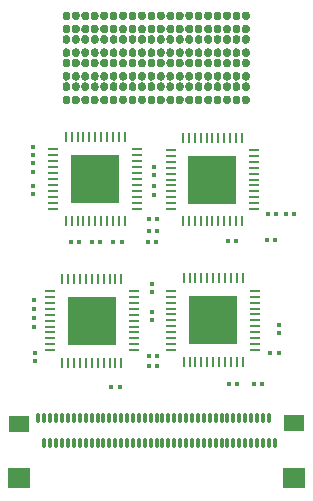
<source format=gbr>
G04 #@! TF.GenerationSoftware,KiCad,Pcbnew,9.0.5*
G04 #@! TF.CreationDate,2025-10-24T14:39:16-07:00*
G04 #@! TF.ProjectId,iris-128b,69726973-2d31-4323-9862-2e6b69636164,rev?*
G04 #@! TF.SameCoordinates,Original*
G04 #@! TF.FileFunction,Paste,Top*
G04 #@! TF.FilePolarity,Positive*
%FSLAX46Y46*%
G04 Gerber Fmt 4.6, Leading zero omitted, Abs format (unit mm)*
G04 Created by KiCad (PCBNEW 9.0.5) date 2025-10-24 14:39:16*
%MOMM*%
%LPD*%
G01*
G04 APERTURE LIST*
G04 Aperture macros list*
%AMRoundRect*
0 Rectangle with rounded corners*
0 $1 Rounding radius*
0 $2 $3 $4 $5 $6 $7 $8 $9 X,Y pos of 4 corners*
0 Add a 4 corners polygon primitive as box body*
4,1,4,$2,$3,$4,$5,$6,$7,$8,$9,$2,$3,0*
0 Add four circle primitives for the rounded corners*
1,1,$1+$1,$2,$3*
1,1,$1+$1,$4,$5*
1,1,$1+$1,$6,$7*
1,1,$1+$1,$8,$9*
0 Add four rect primitives between the rounded corners*
20,1,$1+$1,$2,$3,$4,$5,0*
20,1,$1+$1,$4,$5,$6,$7,0*
20,1,$1+$1,$6,$7,$8,$9,0*
20,1,$1+$1,$8,$9,$2,$3,0*%
G04 Aperture macros list end*
%ADD10C,0.010000*%
%ADD11RoundRect,0.079500X-0.100500X0.079500X-0.100500X-0.079500X0.100500X-0.079500X0.100500X0.079500X0*%
%ADD12R,0.900000X0.250000*%
%ADD13R,0.250000X0.900000*%
%ADD14R,4.100000X4.100000*%
%ADD15RoundRect,0.079500X0.079500X0.100500X-0.079500X0.100500X-0.079500X-0.100500X0.079500X-0.100500X0*%
%ADD16RoundRect,0.079500X-0.079500X-0.100500X0.079500X-0.100500X0.079500X0.100500X-0.079500X0.100500X0*%
%ADD17RoundRect,0.079500X0.100500X-0.079500X0.100500X0.079500X-0.100500X0.079500X-0.100500X-0.079500X0*%
%ADD18RoundRect,0.155000X-0.000010X-0.300000X0.000010X-0.300000X0.000010X0.300000X-0.000010X0.300000X0*%
%ADD19R,1.810000X1.380000*%
%ADD20R,1.950000X1.800000*%
G04 APERTURE END LIST*
D10*
X107015000Y-80321000D02*
X107029000Y-80322000D01*
X107044000Y-80324000D01*
X107058000Y-80327000D01*
X107072000Y-80330000D01*
X107086000Y-80334000D01*
X107100000Y-80339000D01*
X107114000Y-80345000D01*
X107127000Y-80351000D01*
X107140000Y-80358000D01*
X107152000Y-80366000D01*
X107164000Y-80374000D01*
X107176000Y-80383000D01*
X107187000Y-80392000D01*
X107198000Y-80402000D01*
X107208000Y-80413000D01*
X107217000Y-80424000D01*
X107226000Y-80436000D01*
X107234000Y-80448000D01*
X107242000Y-80460000D01*
X107249000Y-80473000D01*
X107255000Y-80486000D01*
X107261000Y-80500000D01*
X107266000Y-80514000D01*
X107270000Y-80528000D01*
X107273000Y-80542000D01*
X107276000Y-80556000D01*
X107278000Y-80571000D01*
X107279000Y-80585000D01*
X107279000Y-80600000D01*
X107279000Y-80676000D01*
X107279000Y-80691000D01*
X107278000Y-80705000D01*
X107276000Y-80720000D01*
X107273000Y-80734000D01*
X107270000Y-80748000D01*
X107266000Y-80762000D01*
X107261000Y-80776000D01*
X107255000Y-80790000D01*
X107249000Y-80803000D01*
X107242000Y-80816000D01*
X107234000Y-80828000D01*
X107226000Y-80840000D01*
X107217000Y-80852000D01*
X107208000Y-80863000D01*
X107198000Y-80874000D01*
X107187000Y-80884000D01*
X107176000Y-80893000D01*
X107164000Y-80902000D01*
X107152000Y-80910000D01*
X107140000Y-80918000D01*
X107127000Y-80925000D01*
X107114000Y-80931000D01*
X107100000Y-80937000D01*
X107086000Y-80942000D01*
X107072000Y-80946000D01*
X107058000Y-80949000D01*
X107044000Y-80952000D01*
X107029000Y-80954000D01*
X107015000Y-80955000D01*
X107000000Y-80956000D01*
X107000000Y-80955500D01*
X106985000Y-80955000D01*
X106971000Y-80954000D01*
X106956000Y-80952000D01*
X106942000Y-80949000D01*
X106928000Y-80946000D01*
X106914000Y-80942000D01*
X106900000Y-80937000D01*
X106886000Y-80931000D01*
X106873000Y-80925000D01*
X106860000Y-80918000D01*
X106848000Y-80910000D01*
X106836000Y-80902000D01*
X106824000Y-80893000D01*
X106813000Y-80884000D01*
X106802000Y-80874000D01*
X106792000Y-80863000D01*
X106783000Y-80852000D01*
X106774000Y-80840000D01*
X106766000Y-80828000D01*
X106758000Y-80816000D01*
X106751000Y-80803000D01*
X106745000Y-80790000D01*
X106739000Y-80776000D01*
X106734000Y-80762000D01*
X106730000Y-80748000D01*
X106727000Y-80734000D01*
X106724000Y-80720000D01*
X106722000Y-80705000D01*
X106721000Y-80691000D01*
X106720000Y-80676000D01*
X106720000Y-80600000D01*
X106721000Y-80585000D01*
X106722000Y-80571000D01*
X106724000Y-80556000D01*
X106727000Y-80542000D01*
X106730000Y-80528000D01*
X106734000Y-80514000D01*
X106739000Y-80500000D01*
X106745000Y-80486000D01*
X106751000Y-80473000D01*
X106758000Y-80460000D01*
X106766000Y-80448000D01*
X106774000Y-80436000D01*
X106783000Y-80424000D01*
X106792000Y-80413000D01*
X106802000Y-80402000D01*
X106813000Y-80392000D01*
X106824000Y-80383000D01*
X106836000Y-80374000D01*
X106848000Y-80366000D01*
X106860000Y-80358000D01*
X106873000Y-80351000D01*
X106886000Y-80345000D01*
X106900000Y-80339000D01*
X106914000Y-80334000D01*
X106928000Y-80330000D01*
X106942000Y-80327000D01*
X106956000Y-80324000D01*
X106971000Y-80322000D01*
X106985000Y-80321000D01*
X107000000Y-80320000D01*
X107015000Y-80321000D01*
G36*
X107015000Y-80321000D02*
G01*
X107029000Y-80322000D01*
X107044000Y-80324000D01*
X107058000Y-80327000D01*
X107072000Y-80330000D01*
X107086000Y-80334000D01*
X107100000Y-80339000D01*
X107114000Y-80345000D01*
X107127000Y-80351000D01*
X107140000Y-80358000D01*
X107152000Y-80366000D01*
X107164000Y-80374000D01*
X107176000Y-80383000D01*
X107187000Y-80392000D01*
X107198000Y-80402000D01*
X107208000Y-80413000D01*
X107217000Y-80424000D01*
X107226000Y-80436000D01*
X107234000Y-80448000D01*
X107242000Y-80460000D01*
X107249000Y-80473000D01*
X107255000Y-80486000D01*
X107261000Y-80500000D01*
X107266000Y-80514000D01*
X107270000Y-80528000D01*
X107273000Y-80542000D01*
X107276000Y-80556000D01*
X107278000Y-80571000D01*
X107279000Y-80585000D01*
X107279000Y-80600000D01*
X107279000Y-80676000D01*
X107279000Y-80691000D01*
X107278000Y-80705000D01*
X107276000Y-80720000D01*
X107273000Y-80734000D01*
X107270000Y-80748000D01*
X107266000Y-80762000D01*
X107261000Y-80776000D01*
X107255000Y-80790000D01*
X107249000Y-80803000D01*
X107242000Y-80816000D01*
X107234000Y-80828000D01*
X107226000Y-80840000D01*
X107217000Y-80852000D01*
X107208000Y-80863000D01*
X107198000Y-80874000D01*
X107187000Y-80884000D01*
X107176000Y-80893000D01*
X107164000Y-80902000D01*
X107152000Y-80910000D01*
X107140000Y-80918000D01*
X107127000Y-80925000D01*
X107114000Y-80931000D01*
X107100000Y-80937000D01*
X107086000Y-80942000D01*
X107072000Y-80946000D01*
X107058000Y-80949000D01*
X107044000Y-80952000D01*
X107029000Y-80954000D01*
X107015000Y-80955000D01*
X107000000Y-80956000D01*
X107000000Y-80955500D01*
X106985000Y-80955000D01*
X106971000Y-80954000D01*
X106956000Y-80952000D01*
X106942000Y-80949000D01*
X106928000Y-80946000D01*
X106914000Y-80942000D01*
X106900000Y-80937000D01*
X106886000Y-80931000D01*
X106873000Y-80925000D01*
X106860000Y-80918000D01*
X106848000Y-80910000D01*
X106836000Y-80902000D01*
X106824000Y-80893000D01*
X106813000Y-80884000D01*
X106802000Y-80874000D01*
X106792000Y-80863000D01*
X106783000Y-80852000D01*
X106774000Y-80840000D01*
X106766000Y-80828000D01*
X106758000Y-80816000D01*
X106751000Y-80803000D01*
X106745000Y-80790000D01*
X106739000Y-80776000D01*
X106734000Y-80762000D01*
X106730000Y-80748000D01*
X106727000Y-80734000D01*
X106724000Y-80720000D01*
X106722000Y-80705000D01*
X106721000Y-80691000D01*
X106720000Y-80676000D01*
X106720000Y-80600000D01*
X106721000Y-80585000D01*
X106722000Y-80571000D01*
X106724000Y-80556000D01*
X106727000Y-80542000D01*
X106730000Y-80528000D01*
X106734000Y-80514000D01*
X106739000Y-80500000D01*
X106745000Y-80486000D01*
X106751000Y-80473000D01*
X106758000Y-80460000D01*
X106766000Y-80448000D01*
X106774000Y-80436000D01*
X106783000Y-80424000D01*
X106792000Y-80413000D01*
X106802000Y-80402000D01*
X106813000Y-80392000D01*
X106824000Y-80383000D01*
X106836000Y-80374000D01*
X106848000Y-80366000D01*
X106860000Y-80358000D01*
X106873000Y-80351000D01*
X106886000Y-80345000D01*
X106900000Y-80339000D01*
X106914000Y-80334000D01*
X106928000Y-80330000D01*
X106942000Y-80327000D01*
X106956000Y-80324000D01*
X106971000Y-80322000D01*
X106985000Y-80321000D01*
X107000000Y-80320000D01*
X107015000Y-80321000D01*
G37*
X107015000Y-81445000D02*
X107029000Y-81446000D01*
X107044000Y-81448000D01*
X107058000Y-81451000D01*
X107072000Y-81454000D01*
X107086000Y-81458000D01*
X107100000Y-81463000D01*
X107114000Y-81469000D01*
X107127000Y-81475000D01*
X107140000Y-81482000D01*
X107152000Y-81490000D01*
X107164000Y-81498000D01*
X107176000Y-81507000D01*
X107187000Y-81516000D01*
X107198000Y-81526000D01*
X107208000Y-81537000D01*
X107217000Y-81548000D01*
X107226000Y-81560000D01*
X107234000Y-81572000D01*
X107242000Y-81584000D01*
X107249000Y-81597000D01*
X107255000Y-81610000D01*
X107261000Y-81624000D01*
X107266000Y-81638000D01*
X107270000Y-81652000D01*
X107273000Y-81666000D01*
X107276000Y-81680000D01*
X107278000Y-81695000D01*
X107279000Y-81709000D01*
X107279000Y-81724000D01*
X107279000Y-81800000D01*
X107279000Y-81815000D01*
X107278000Y-81829000D01*
X107276000Y-81844000D01*
X107273000Y-81858000D01*
X107270000Y-81872000D01*
X107266000Y-81886000D01*
X107261000Y-81900000D01*
X107255000Y-81914000D01*
X107249000Y-81927000D01*
X107242000Y-81940000D01*
X107234000Y-81952000D01*
X107226000Y-81964000D01*
X107217000Y-81976000D01*
X107208000Y-81987000D01*
X107198000Y-81998000D01*
X107187000Y-82008000D01*
X107176000Y-82017000D01*
X107164000Y-82026000D01*
X107152000Y-82034000D01*
X107140000Y-82042000D01*
X107127000Y-82049000D01*
X107114000Y-82055000D01*
X107100000Y-82061000D01*
X107086000Y-82066000D01*
X107072000Y-82070000D01*
X107058000Y-82073000D01*
X107044000Y-82076000D01*
X107029000Y-82078000D01*
X107015000Y-82079000D01*
X107000000Y-82080000D01*
X107000000Y-82079500D01*
X106985000Y-82079000D01*
X106971000Y-82078000D01*
X106956000Y-82076000D01*
X106942000Y-82073000D01*
X106928000Y-82070000D01*
X106914000Y-82066000D01*
X106900000Y-82061000D01*
X106886000Y-82055000D01*
X106873000Y-82049000D01*
X106860000Y-82042000D01*
X106848000Y-82034000D01*
X106836000Y-82026000D01*
X106824000Y-82017000D01*
X106813000Y-82008000D01*
X106802000Y-81998000D01*
X106792000Y-81987000D01*
X106783000Y-81976000D01*
X106774000Y-81964000D01*
X106766000Y-81952000D01*
X106758000Y-81940000D01*
X106751000Y-81927000D01*
X106745000Y-81914000D01*
X106739000Y-81900000D01*
X106734000Y-81886000D01*
X106730000Y-81872000D01*
X106727000Y-81858000D01*
X106724000Y-81844000D01*
X106722000Y-81829000D01*
X106721000Y-81815000D01*
X106720000Y-81800000D01*
X106720000Y-81724000D01*
X106721000Y-81709000D01*
X106722000Y-81695000D01*
X106724000Y-81680000D01*
X106727000Y-81666000D01*
X106730000Y-81652000D01*
X106734000Y-81638000D01*
X106739000Y-81624000D01*
X106745000Y-81610000D01*
X106751000Y-81597000D01*
X106758000Y-81584000D01*
X106766000Y-81572000D01*
X106774000Y-81560000D01*
X106783000Y-81548000D01*
X106792000Y-81537000D01*
X106802000Y-81526000D01*
X106813000Y-81516000D01*
X106824000Y-81507000D01*
X106836000Y-81498000D01*
X106848000Y-81490000D01*
X106860000Y-81482000D01*
X106873000Y-81475000D01*
X106886000Y-81469000D01*
X106900000Y-81463000D01*
X106914000Y-81458000D01*
X106928000Y-81454000D01*
X106942000Y-81451000D01*
X106956000Y-81448000D01*
X106971000Y-81446000D01*
X106985000Y-81445000D01*
X107000000Y-81444000D01*
X107015000Y-81445000D01*
G36*
X107015000Y-81445000D02*
G01*
X107029000Y-81446000D01*
X107044000Y-81448000D01*
X107058000Y-81451000D01*
X107072000Y-81454000D01*
X107086000Y-81458000D01*
X107100000Y-81463000D01*
X107114000Y-81469000D01*
X107127000Y-81475000D01*
X107140000Y-81482000D01*
X107152000Y-81490000D01*
X107164000Y-81498000D01*
X107176000Y-81507000D01*
X107187000Y-81516000D01*
X107198000Y-81526000D01*
X107208000Y-81537000D01*
X107217000Y-81548000D01*
X107226000Y-81560000D01*
X107234000Y-81572000D01*
X107242000Y-81584000D01*
X107249000Y-81597000D01*
X107255000Y-81610000D01*
X107261000Y-81624000D01*
X107266000Y-81638000D01*
X107270000Y-81652000D01*
X107273000Y-81666000D01*
X107276000Y-81680000D01*
X107278000Y-81695000D01*
X107279000Y-81709000D01*
X107279000Y-81724000D01*
X107279000Y-81800000D01*
X107279000Y-81815000D01*
X107278000Y-81829000D01*
X107276000Y-81844000D01*
X107273000Y-81858000D01*
X107270000Y-81872000D01*
X107266000Y-81886000D01*
X107261000Y-81900000D01*
X107255000Y-81914000D01*
X107249000Y-81927000D01*
X107242000Y-81940000D01*
X107234000Y-81952000D01*
X107226000Y-81964000D01*
X107217000Y-81976000D01*
X107208000Y-81987000D01*
X107198000Y-81998000D01*
X107187000Y-82008000D01*
X107176000Y-82017000D01*
X107164000Y-82026000D01*
X107152000Y-82034000D01*
X107140000Y-82042000D01*
X107127000Y-82049000D01*
X107114000Y-82055000D01*
X107100000Y-82061000D01*
X107086000Y-82066000D01*
X107072000Y-82070000D01*
X107058000Y-82073000D01*
X107044000Y-82076000D01*
X107029000Y-82078000D01*
X107015000Y-82079000D01*
X107000000Y-82080000D01*
X107000000Y-82079500D01*
X106985000Y-82079000D01*
X106971000Y-82078000D01*
X106956000Y-82076000D01*
X106942000Y-82073000D01*
X106928000Y-82070000D01*
X106914000Y-82066000D01*
X106900000Y-82061000D01*
X106886000Y-82055000D01*
X106873000Y-82049000D01*
X106860000Y-82042000D01*
X106848000Y-82034000D01*
X106836000Y-82026000D01*
X106824000Y-82017000D01*
X106813000Y-82008000D01*
X106802000Y-81998000D01*
X106792000Y-81987000D01*
X106783000Y-81976000D01*
X106774000Y-81964000D01*
X106766000Y-81952000D01*
X106758000Y-81940000D01*
X106751000Y-81927000D01*
X106745000Y-81914000D01*
X106739000Y-81900000D01*
X106734000Y-81886000D01*
X106730000Y-81872000D01*
X106727000Y-81858000D01*
X106724000Y-81844000D01*
X106722000Y-81829000D01*
X106721000Y-81815000D01*
X106720000Y-81800000D01*
X106720000Y-81724000D01*
X106721000Y-81709000D01*
X106722000Y-81695000D01*
X106724000Y-81680000D01*
X106727000Y-81666000D01*
X106730000Y-81652000D01*
X106734000Y-81638000D01*
X106739000Y-81624000D01*
X106745000Y-81610000D01*
X106751000Y-81597000D01*
X106758000Y-81584000D01*
X106766000Y-81572000D01*
X106774000Y-81560000D01*
X106783000Y-81548000D01*
X106792000Y-81537000D01*
X106802000Y-81526000D01*
X106813000Y-81516000D01*
X106824000Y-81507000D01*
X106836000Y-81498000D01*
X106848000Y-81490000D01*
X106860000Y-81482000D01*
X106873000Y-81475000D01*
X106886000Y-81469000D01*
X106900000Y-81463000D01*
X106914000Y-81458000D01*
X106928000Y-81454000D01*
X106942000Y-81451000D01*
X106956000Y-81448000D01*
X106971000Y-81446000D01*
X106985000Y-81445000D01*
X107000000Y-81444000D01*
X107015000Y-81445000D01*
G37*
X107029000Y-82322000D02*
X107044000Y-82324000D01*
X107058000Y-82327000D01*
X107072000Y-82330000D01*
X107086000Y-82334000D01*
X107100000Y-82339000D01*
X107114000Y-82345000D01*
X107127000Y-82351000D01*
X107140000Y-82358000D01*
X107152000Y-82366000D01*
X107164000Y-82374000D01*
X107176000Y-82383000D01*
X107187000Y-82392000D01*
X107198000Y-82402000D01*
X107208000Y-82413000D01*
X107217000Y-82424000D01*
X107226000Y-82436000D01*
X107234000Y-82448000D01*
X107242000Y-82460000D01*
X107249000Y-82473000D01*
X107255000Y-82486000D01*
X107261000Y-82500000D01*
X107266000Y-82514000D01*
X107270000Y-82528000D01*
X107273000Y-82542000D01*
X107276000Y-82556000D01*
X107278000Y-82571000D01*
X107279000Y-82585000D01*
X107279000Y-82600000D01*
X107279000Y-82676000D01*
X107279000Y-82691000D01*
X107278000Y-82705000D01*
X107276000Y-82720000D01*
X107273000Y-82734000D01*
X107270000Y-82748000D01*
X107266000Y-82762000D01*
X107261000Y-82776000D01*
X107255000Y-82790000D01*
X107249000Y-82803000D01*
X107242000Y-82816000D01*
X107234000Y-82828000D01*
X107226000Y-82840000D01*
X107217000Y-82852000D01*
X107208000Y-82863000D01*
X107198000Y-82874000D01*
X107187000Y-82884000D01*
X107176000Y-82893000D01*
X107164000Y-82902000D01*
X107152000Y-82910000D01*
X107140000Y-82918000D01*
X107127000Y-82925000D01*
X107114000Y-82931000D01*
X107100000Y-82937000D01*
X107086000Y-82942000D01*
X107072000Y-82946000D01*
X107058000Y-82949000D01*
X107044000Y-82952000D01*
X107029000Y-82954000D01*
X107015000Y-82955000D01*
X107000000Y-82956000D01*
X107000000Y-82955500D01*
X106985000Y-82955000D01*
X106971000Y-82954000D01*
X106956000Y-82952000D01*
X106942000Y-82949000D01*
X106928000Y-82946000D01*
X106914000Y-82942000D01*
X106900000Y-82937000D01*
X106886000Y-82931000D01*
X106873000Y-82925000D01*
X106860000Y-82918000D01*
X106848000Y-82910000D01*
X106836000Y-82902000D01*
X106824000Y-82893000D01*
X106813000Y-82884000D01*
X106802000Y-82874000D01*
X106792000Y-82863000D01*
X106783000Y-82852000D01*
X106774000Y-82840000D01*
X106766000Y-82828000D01*
X106758000Y-82816000D01*
X106751000Y-82803000D01*
X106745000Y-82790000D01*
X106739000Y-82776000D01*
X106734000Y-82762000D01*
X106730000Y-82748000D01*
X106727000Y-82734000D01*
X106724000Y-82720000D01*
X106722000Y-82705000D01*
X106721000Y-82691000D01*
X106720000Y-82676000D01*
X106720000Y-82600000D01*
X106721000Y-82585000D01*
X106722000Y-82571000D01*
X106724000Y-82556000D01*
X106727000Y-82542000D01*
X106730000Y-82528000D01*
X106734000Y-82514000D01*
X106739000Y-82500000D01*
X106745000Y-82486000D01*
X106751000Y-82473000D01*
X106758000Y-82460000D01*
X106766000Y-82448000D01*
X106774000Y-82436000D01*
X106783000Y-82424000D01*
X106792000Y-82413000D01*
X106802000Y-82402000D01*
X106813000Y-82392000D01*
X106824000Y-82383000D01*
X106836000Y-82374000D01*
X106848000Y-82366000D01*
X106860000Y-82358000D01*
X106873000Y-82351000D01*
X106886000Y-82345000D01*
X106900000Y-82339000D01*
X106914000Y-82334000D01*
X106928000Y-82330000D01*
X106942000Y-82327000D01*
X106956000Y-82324000D01*
X106971000Y-82322000D01*
X106985000Y-82321000D01*
X107000000Y-82321000D01*
X107015000Y-82321000D01*
X107029000Y-82322000D01*
G36*
X107029000Y-82322000D02*
G01*
X107044000Y-82324000D01*
X107058000Y-82327000D01*
X107072000Y-82330000D01*
X107086000Y-82334000D01*
X107100000Y-82339000D01*
X107114000Y-82345000D01*
X107127000Y-82351000D01*
X107140000Y-82358000D01*
X107152000Y-82366000D01*
X107164000Y-82374000D01*
X107176000Y-82383000D01*
X107187000Y-82392000D01*
X107198000Y-82402000D01*
X107208000Y-82413000D01*
X107217000Y-82424000D01*
X107226000Y-82436000D01*
X107234000Y-82448000D01*
X107242000Y-82460000D01*
X107249000Y-82473000D01*
X107255000Y-82486000D01*
X107261000Y-82500000D01*
X107266000Y-82514000D01*
X107270000Y-82528000D01*
X107273000Y-82542000D01*
X107276000Y-82556000D01*
X107278000Y-82571000D01*
X107279000Y-82585000D01*
X107279000Y-82600000D01*
X107279000Y-82676000D01*
X107279000Y-82691000D01*
X107278000Y-82705000D01*
X107276000Y-82720000D01*
X107273000Y-82734000D01*
X107270000Y-82748000D01*
X107266000Y-82762000D01*
X107261000Y-82776000D01*
X107255000Y-82790000D01*
X107249000Y-82803000D01*
X107242000Y-82816000D01*
X107234000Y-82828000D01*
X107226000Y-82840000D01*
X107217000Y-82852000D01*
X107208000Y-82863000D01*
X107198000Y-82874000D01*
X107187000Y-82884000D01*
X107176000Y-82893000D01*
X107164000Y-82902000D01*
X107152000Y-82910000D01*
X107140000Y-82918000D01*
X107127000Y-82925000D01*
X107114000Y-82931000D01*
X107100000Y-82937000D01*
X107086000Y-82942000D01*
X107072000Y-82946000D01*
X107058000Y-82949000D01*
X107044000Y-82952000D01*
X107029000Y-82954000D01*
X107015000Y-82955000D01*
X107000000Y-82956000D01*
X107000000Y-82955500D01*
X106985000Y-82955000D01*
X106971000Y-82954000D01*
X106956000Y-82952000D01*
X106942000Y-82949000D01*
X106928000Y-82946000D01*
X106914000Y-82942000D01*
X106900000Y-82937000D01*
X106886000Y-82931000D01*
X106873000Y-82925000D01*
X106860000Y-82918000D01*
X106848000Y-82910000D01*
X106836000Y-82902000D01*
X106824000Y-82893000D01*
X106813000Y-82884000D01*
X106802000Y-82874000D01*
X106792000Y-82863000D01*
X106783000Y-82852000D01*
X106774000Y-82840000D01*
X106766000Y-82828000D01*
X106758000Y-82816000D01*
X106751000Y-82803000D01*
X106745000Y-82790000D01*
X106739000Y-82776000D01*
X106734000Y-82762000D01*
X106730000Y-82748000D01*
X106727000Y-82734000D01*
X106724000Y-82720000D01*
X106722000Y-82705000D01*
X106721000Y-82691000D01*
X106720000Y-82676000D01*
X106720000Y-82600000D01*
X106721000Y-82585000D01*
X106722000Y-82571000D01*
X106724000Y-82556000D01*
X106727000Y-82542000D01*
X106730000Y-82528000D01*
X106734000Y-82514000D01*
X106739000Y-82500000D01*
X106745000Y-82486000D01*
X106751000Y-82473000D01*
X106758000Y-82460000D01*
X106766000Y-82448000D01*
X106774000Y-82436000D01*
X106783000Y-82424000D01*
X106792000Y-82413000D01*
X106802000Y-82402000D01*
X106813000Y-82392000D01*
X106824000Y-82383000D01*
X106836000Y-82374000D01*
X106848000Y-82366000D01*
X106860000Y-82358000D01*
X106873000Y-82351000D01*
X106886000Y-82345000D01*
X106900000Y-82339000D01*
X106914000Y-82334000D01*
X106928000Y-82330000D01*
X106942000Y-82327000D01*
X106956000Y-82324000D01*
X106971000Y-82322000D01*
X106985000Y-82321000D01*
X107000000Y-82321000D01*
X107015000Y-82321000D01*
X107029000Y-82322000D01*
G37*
X107029000Y-83446000D02*
X107044000Y-83448000D01*
X107058000Y-83451000D01*
X107072000Y-83454000D01*
X107086000Y-83458000D01*
X107100000Y-83463000D01*
X107114000Y-83469000D01*
X107127000Y-83475000D01*
X107140000Y-83482000D01*
X107152000Y-83490000D01*
X107164000Y-83498000D01*
X107176000Y-83507000D01*
X107187000Y-83516000D01*
X107198000Y-83526000D01*
X107208000Y-83537000D01*
X107217000Y-83548000D01*
X107226000Y-83560000D01*
X107234000Y-83572000D01*
X107242000Y-83584000D01*
X107249000Y-83597000D01*
X107255000Y-83610000D01*
X107261000Y-83624000D01*
X107266000Y-83638000D01*
X107270000Y-83652000D01*
X107273000Y-83666000D01*
X107276000Y-83680000D01*
X107278000Y-83695000D01*
X107279000Y-83709000D01*
X107279000Y-83724000D01*
X107279000Y-83800000D01*
X107279000Y-83815000D01*
X107278000Y-83829000D01*
X107276000Y-83844000D01*
X107273000Y-83858000D01*
X107270000Y-83872000D01*
X107266000Y-83886000D01*
X107261000Y-83900000D01*
X107255000Y-83914000D01*
X107249000Y-83927000D01*
X107242000Y-83940000D01*
X107234000Y-83952000D01*
X107226000Y-83964000D01*
X107217000Y-83976000D01*
X107208000Y-83987000D01*
X107198000Y-83998000D01*
X107187000Y-84008000D01*
X107176000Y-84017000D01*
X107164000Y-84026000D01*
X107152000Y-84034000D01*
X107140000Y-84042000D01*
X107127000Y-84049000D01*
X107114000Y-84055000D01*
X107100000Y-84061000D01*
X107086000Y-84066000D01*
X107072000Y-84070000D01*
X107058000Y-84073000D01*
X107044000Y-84076000D01*
X107029000Y-84078000D01*
X107015000Y-84079000D01*
X107000000Y-84080000D01*
X107000000Y-84079500D01*
X106985000Y-84079000D01*
X106971000Y-84078000D01*
X106956000Y-84076000D01*
X106942000Y-84073000D01*
X106928000Y-84070000D01*
X106914000Y-84066000D01*
X106900000Y-84061000D01*
X106886000Y-84055000D01*
X106873000Y-84049000D01*
X106860000Y-84042000D01*
X106848000Y-84034000D01*
X106836000Y-84026000D01*
X106824000Y-84017000D01*
X106813000Y-84008000D01*
X106802000Y-83998000D01*
X106792000Y-83987000D01*
X106783000Y-83976000D01*
X106774000Y-83964000D01*
X106766000Y-83952000D01*
X106758000Y-83940000D01*
X106751000Y-83927000D01*
X106745000Y-83914000D01*
X106739000Y-83900000D01*
X106734000Y-83886000D01*
X106730000Y-83872000D01*
X106727000Y-83858000D01*
X106724000Y-83844000D01*
X106722000Y-83829000D01*
X106721000Y-83815000D01*
X106720000Y-83800000D01*
X106720000Y-83724000D01*
X106721000Y-83709000D01*
X106722000Y-83695000D01*
X106724000Y-83680000D01*
X106727000Y-83666000D01*
X106730000Y-83652000D01*
X106734000Y-83638000D01*
X106739000Y-83624000D01*
X106745000Y-83610000D01*
X106751000Y-83597000D01*
X106758000Y-83584000D01*
X106766000Y-83572000D01*
X106774000Y-83560000D01*
X106783000Y-83548000D01*
X106792000Y-83537000D01*
X106802000Y-83526000D01*
X106813000Y-83516000D01*
X106824000Y-83507000D01*
X106836000Y-83498000D01*
X106848000Y-83490000D01*
X106860000Y-83482000D01*
X106873000Y-83475000D01*
X106886000Y-83469000D01*
X106900000Y-83463000D01*
X106914000Y-83458000D01*
X106928000Y-83454000D01*
X106942000Y-83451000D01*
X106956000Y-83448000D01*
X106971000Y-83446000D01*
X106985000Y-83445000D01*
X107000000Y-83445000D01*
X107015000Y-83445000D01*
X107029000Y-83446000D01*
G36*
X107029000Y-83446000D02*
G01*
X107044000Y-83448000D01*
X107058000Y-83451000D01*
X107072000Y-83454000D01*
X107086000Y-83458000D01*
X107100000Y-83463000D01*
X107114000Y-83469000D01*
X107127000Y-83475000D01*
X107140000Y-83482000D01*
X107152000Y-83490000D01*
X107164000Y-83498000D01*
X107176000Y-83507000D01*
X107187000Y-83516000D01*
X107198000Y-83526000D01*
X107208000Y-83537000D01*
X107217000Y-83548000D01*
X107226000Y-83560000D01*
X107234000Y-83572000D01*
X107242000Y-83584000D01*
X107249000Y-83597000D01*
X107255000Y-83610000D01*
X107261000Y-83624000D01*
X107266000Y-83638000D01*
X107270000Y-83652000D01*
X107273000Y-83666000D01*
X107276000Y-83680000D01*
X107278000Y-83695000D01*
X107279000Y-83709000D01*
X107279000Y-83724000D01*
X107279000Y-83800000D01*
X107279000Y-83815000D01*
X107278000Y-83829000D01*
X107276000Y-83844000D01*
X107273000Y-83858000D01*
X107270000Y-83872000D01*
X107266000Y-83886000D01*
X107261000Y-83900000D01*
X107255000Y-83914000D01*
X107249000Y-83927000D01*
X107242000Y-83940000D01*
X107234000Y-83952000D01*
X107226000Y-83964000D01*
X107217000Y-83976000D01*
X107208000Y-83987000D01*
X107198000Y-83998000D01*
X107187000Y-84008000D01*
X107176000Y-84017000D01*
X107164000Y-84026000D01*
X107152000Y-84034000D01*
X107140000Y-84042000D01*
X107127000Y-84049000D01*
X107114000Y-84055000D01*
X107100000Y-84061000D01*
X107086000Y-84066000D01*
X107072000Y-84070000D01*
X107058000Y-84073000D01*
X107044000Y-84076000D01*
X107029000Y-84078000D01*
X107015000Y-84079000D01*
X107000000Y-84080000D01*
X107000000Y-84079500D01*
X106985000Y-84079000D01*
X106971000Y-84078000D01*
X106956000Y-84076000D01*
X106942000Y-84073000D01*
X106928000Y-84070000D01*
X106914000Y-84066000D01*
X106900000Y-84061000D01*
X106886000Y-84055000D01*
X106873000Y-84049000D01*
X106860000Y-84042000D01*
X106848000Y-84034000D01*
X106836000Y-84026000D01*
X106824000Y-84017000D01*
X106813000Y-84008000D01*
X106802000Y-83998000D01*
X106792000Y-83987000D01*
X106783000Y-83976000D01*
X106774000Y-83964000D01*
X106766000Y-83952000D01*
X106758000Y-83940000D01*
X106751000Y-83927000D01*
X106745000Y-83914000D01*
X106739000Y-83900000D01*
X106734000Y-83886000D01*
X106730000Y-83872000D01*
X106727000Y-83858000D01*
X106724000Y-83844000D01*
X106722000Y-83829000D01*
X106721000Y-83815000D01*
X106720000Y-83800000D01*
X106720000Y-83724000D01*
X106721000Y-83709000D01*
X106722000Y-83695000D01*
X106724000Y-83680000D01*
X106727000Y-83666000D01*
X106730000Y-83652000D01*
X106734000Y-83638000D01*
X106739000Y-83624000D01*
X106745000Y-83610000D01*
X106751000Y-83597000D01*
X106758000Y-83584000D01*
X106766000Y-83572000D01*
X106774000Y-83560000D01*
X106783000Y-83548000D01*
X106792000Y-83537000D01*
X106802000Y-83526000D01*
X106813000Y-83516000D01*
X106824000Y-83507000D01*
X106836000Y-83498000D01*
X106848000Y-83490000D01*
X106860000Y-83482000D01*
X106873000Y-83475000D01*
X106886000Y-83469000D01*
X106900000Y-83463000D01*
X106914000Y-83458000D01*
X106928000Y-83454000D01*
X106942000Y-83451000D01*
X106956000Y-83448000D01*
X106971000Y-83446000D01*
X106985000Y-83445000D01*
X107000000Y-83445000D01*
X107015000Y-83445000D01*
X107029000Y-83446000D01*
G37*
X107015000Y-84321000D02*
X107029000Y-84322000D01*
X107044000Y-84324000D01*
X107058000Y-84327000D01*
X107072000Y-84330000D01*
X107086000Y-84334000D01*
X107100000Y-84339000D01*
X107114000Y-84345000D01*
X107127000Y-84351000D01*
X107140000Y-84358000D01*
X107152000Y-84366000D01*
X107164000Y-84374000D01*
X107176000Y-84383000D01*
X107187000Y-84392000D01*
X107198000Y-84402000D01*
X107208000Y-84413000D01*
X107217000Y-84424000D01*
X107226000Y-84436000D01*
X107234000Y-84448000D01*
X107242000Y-84460000D01*
X107249000Y-84473000D01*
X107255000Y-84486000D01*
X107261000Y-84500000D01*
X107266000Y-84514000D01*
X107270000Y-84528000D01*
X107273000Y-84542000D01*
X107276000Y-84556000D01*
X107278000Y-84571000D01*
X107279000Y-84585000D01*
X107279000Y-84600000D01*
X107279000Y-84676000D01*
X107279000Y-84691000D01*
X107278000Y-84705000D01*
X107276000Y-84720000D01*
X107273000Y-84734000D01*
X107270000Y-84748000D01*
X107266000Y-84762000D01*
X107261000Y-84776000D01*
X107255000Y-84790000D01*
X107249000Y-84803000D01*
X107242000Y-84816000D01*
X107234000Y-84828000D01*
X107226000Y-84840000D01*
X107217000Y-84852000D01*
X107208000Y-84863000D01*
X107198000Y-84874000D01*
X107187000Y-84884000D01*
X107176000Y-84893000D01*
X107164000Y-84902000D01*
X107152000Y-84910000D01*
X107140000Y-84918000D01*
X107127000Y-84925000D01*
X107114000Y-84931000D01*
X107100000Y-84937000D01*
X107086000Y-84942000D01*
X107072000Y-84946000D01*
X107058000Y-84949000D01*
X107044000Y-84952000D01*
X107029000Y-84954000D01*
X107015000Y-84955000D01*
X107000000Y-84955000D01*
X107000000Y-84955500D01*
X106985000Y-84955000D01*
X106971000Y-84954000D01*
X106956000Y-84952000D01*
X106942000Y-84949000D01*
X106928000Y-84946000D01*
X106914000Y-84942000D01*
X106900000Y-84937000D01*
X106886000Y-84931000D01*
X106873000Y-84925000D01*
X106860000Y-84918000D01*
X106848000Y-84910000D01*
X106836000Y-84902000D01*
X106824000Y-84893000D01*
X106813000Y-84884000D01*
X106802000Y-84874000D01*
X106792000Y-84863000D01*
X106783000Y-84852000D01*
X106774000Y-84840000D01*
X106766000Y-84828000D01*
X106758000Y-84816000D01*
X106751000Y-84803000D01*
X106745000Y-84790000D01*
X106739000Y-84776000D01*
X106734000Y-84762000D01*
X106730000Y-84748000D01*
X106727000Y-84734000D01*
X106724000Y-84720000D01*
X106722000Y-84705000D01*
X106721000Y-84691000D01*
X106720000Y-84676000D01*
X106720000Y-84600000D01*
X106721000Y-84585000D01*
X106722000Y-84571000D01*
X106724000Y-84556000D01*
X106727000Y-84542000D01*
X106730000Y-84528000D01*
X106734000Y-84514000D01*
X106739000Y-84500000D01*
X106745000Y-84486000D01*
X106751000Y-84473000D01*
X106758000Y-84460000D01*
X106766000Y-84448000D01*
X106774000Y-84436000D01*
X106783000Y-84424000D01*
X106792000Y-84413000D01*
X106802000Y-84402000D01*
X106813000Y-84392000D01*
X106824000Y-84383000D01*
X106836000Y-84374000D01*
X106848000Y-84366000D01*
X106860000Y-84358000D01*
X106873000Y-84351000D01*
X106886000Y-84345000D01*
X106900000Y-84339000D01*
X106914000Y-84334000D01*
X106928000Y-84330000D01*
X106942000Y-84327000D01*
X106956000Y-84324000D01*
X106971000Y-84322000D01*
X106985000Y-84321000D01*
X107000000Y-84320000D01*
X107015000Y-84321000D01*
G36*
X107015000Y-84321000D02*
G01*
X107029000Y-84322000D01*
X107044000Y-84324000D01*
X107058000Y-84327000D01*
X107072000Y-84330000D01*
X107086000Y-84334000D01*
X107100000Y-84339000D01*
X107114000Y-84345000D01*
X107127000Y-84351000D01*
X107140000Y-84358000D01*
X107152000Y-84366000D01*
X107164000Y-84374000D01*
X107176000Y-84383000D01*
X107187000Y-84392000D01*
X107198000Y-84402000D01*
X107208000Y-84413000D01*
X107217000Y-84424000D01*
X107226000Y-84436000D01*
X107234000Y-84448000D01*
X107242000Y-84460000D01*
X107249000Y-84473000D01*
X107255000Y-84486000D01*
X107261000Y-84500000D01*
X107266000Y-84514000D01*
X107270000Y-84528000D01*
X107273000Y-84542000D01*
X107276000Y-84556000D01*
X107278000Y-84571000D01*
X107279000Y-84585000D01*
X107279000Y-84600000D01*
X107279000Y-84676000D01*
X107279000Y-84691000D01*
X107278000Y-84705000D01*
X107276000Y-84720000D01*
X107273000Y-84734000D01*
X107270000Y-84748000D01*
X107266000Y-84762000D01*
X107261000Y-84776000D01*
X107255000Y-84790000D01*
X107249000Y-84803000D01*
X107242000Y-84816000D01*
X107234000Y-84828000D01*
X107226000Y-84840000D01*
X107217000Y-84852000D01*
X107208000Y-84863000D01*
X107198000Y-84874000D01*
X107187000Y-84884000D01*
X107176000Y-84893000D01*
X107164000Y-84902000D01*
X107152000Y-84910000D01*
X107140000Y-84918000D01*
X107127000Y-84925000D01*
X107114000Y-84931000D01*
X107100000Y-84937000D01*
X107086000Y-84942000D01*
X107072000Y-84946000D01*
X107058000Y-84949000D01*
X107044000Y-84952000D01*
X107029000Y-84954000D01*
X107015000Y-84955000D01*
X107000000Y-84955000D01*
X107000000Y-84955500D01*
X106985000Y-84955000D01*
X106971000Y-84954000D01*
X106956000Y-84952000D01*
X106942000Y-84949000D01*
X106928000Y-84946000D01*
X106914000Y-84942000D01*
X106900000Y-84937000D01*
X106886000Y-84931000D01*
X106873000Y-84925000D01*
X106860000Y-84918000D01*
X106848000Y-84910000D01*
X106836000Y-84902000D01*
X106824000Y-84893000D01*
X106813000Y-84884000D01*
X106802000Y-84874000D01*
X106792000Y-84863000D01*
X106783000Y-84852000D01*
X106774000Y-84840000D01*
X106766000Y-84828000D01*
X106758000Y-84816000D01*
X106751000Y-84803000D01*
X106745000Y-84790000D01*
X106739000Y-84776000D01*
X106734000Y-84762000D01*
X106730000Y-84748000D01*
X106727000Y-84734000D01*
X106724000Y-84720000D01*
X106722000Y-84705000D01*
X106721000Y-84691000D01*
X106720000Y-84676000D01*
X106720000Y-84600000D01*
X106721000Y-84585000D01*
X106722000Y-84571000D01*
X106724000Y-84556000D01*
X106727000Y-84542000D01*
X106730000Y-84528000D01*
X106734000Y-84514000D01*
X106739000Y-84500000D01*
X106745000Y-84486000D01*
X106751000Y-84473000D01*
X106758000Y-84460000D01*
X106766000Y-84448000D01*
X106774000Y-84436000D01*
X106783000Y-84424000D01*
X106792000Y-84413000D01*
X106802000Y-84402000D01*
X106813000Y-84392000D01*
X106824000Y-84383000D01*
X106836000Y-84374000D01*
X106848000Y-84366000D01*
X106860000Y-84358000D01*
X106873000Y-84351000D01*
X106886000Y-84345000D01*
X106900000Y-84339000D01*
X106914000Y-84334000D01*
X106928000Y-84330000D01*
X106942000Y-84327000D01*
X106956000Y-84324000D01*
X106971000Y-84322000D01*
X106985000Y-84321000D01*
X107000000Y-84320000D01*
X107015000Y-84321000D01*
G37*
X107015000Y-85445000D02*
X107029000Y-85446000D01*
X107044000Y-85448000D01*
X107058000Y-85451000D01*
X107072000Y-85454000D01*
X107086000Y-85458000D01*
X107100000Y-85463000D01*
X107114000Y-85469000D01*
X107127000Y-85475000D01*
X107140000Y-85482000D01*
X107152000Y-85490000D01*
X107164000Y-85498000D01*
X107176000Y-85507000D01*
X107187000Y-85516000D01*
X107198000Y-85526000D01*
X107208000Y-85537000D01*
X107217000Y-85548000D01*
X107226000Y-85560000D01*
X107234000Y-85572000D01*
X107242000Y-85584000D01*
X107249000Y-85597000D01*
X107255000Y-85610000D01*
X107261000Y-85624000D01*
X107266000Y-85638000D01*
X107270000Y-85652000D01*
X107273000Y-85666000D01*
X107276000Y-85680000D01*
X107278000Y-85695000D01*
X107279000Y-85709000D01*
X107279000Y-85724000D01*
X107279000Y-85800000D01*
X107279000Y-85815000D01*
X107278000Y-85829000D01*
X107276000Y-85844000D01*
X107273000Y-85858000D01*
X107270000Y-85872000D01*
X107266000Y-85886000D01*
X107261000Y-85900000D01*
X107255000Y-85914000D01*
X107249000Y-85927000D01*
X107242000Y-85940000D01*
X107234000Y-85952000D01*
X107226000Y-85964000D01*
X107217000Y-85976000D01*
X107208000Y-85987000D01*
X107198000Y-85998000D01*
X107187000Y-86008000D01*
X107176000Y-86017000D01*
X107164000Y-86026000D01*
X107152000Y-86034000D01*
X107140000Y-86042000D01*
X107127000Y-86049000D01*
X107114000Y-86055000D01*
X107100000Y-86061000D01*
X107086000Y-86066000D01*
X107072000Y-86070000D01*
X107058000Y-86073000D01*
X107044000Y-86076000D01*
X107029000Y-86078000D01*
X107015000Y-86079000D01*
X107000000Y-86079000D01*
X107000000Y-86079500D01*
X106985000Y-86079000D01*
X106971000Y-86078000D01*
X106956000Y-86076000D01*
X106942000Y-86073000D01*
X106928000Y-86070000D01*
X106914000Y-86066000D01*
X106900000Y-86061000D01*
X106886000Y-86055000D01*
X106873000Y-86049000D01*
X106860000Y-86042000D01*
X106848000Y-86034000D01*
X106836000Y-86026000D01*
X106824000Y-86017000D01*
X106813000Y-86008000D01*
X106802000Y-85998000D01*
X106792000Y-85987000D01*
X106783000Y-85976000D01*
X106774000Y-85964000D01*
X106766000Y-85952000D01*
X106758000Y-85940000D01*
X106751000Y-85927000D01*
X106745000Y-85914000D01*
X106739000Y-85900000D01*
X106734000Y-85886000D01*
X106730000Y-85872000D01*
X106727000Y-85858000D01*
X106724000Y-85844000D01*
X106722000Y-85829000D01*
X106721000Y-85815000D01*
X106720000Y-85800000D01*
X106720000Y-85724000D01*
X106721000Y-85709000D01*
X106722000Y-85695000D01*
X106724000Y-85680000D01*
X106727000Y-85666000D01*
X106730000Y-85652000D01*
X106734000Y-85638000D01*
X106739000Y-85624000D01*
X106745000Y-85610000D01*
X106751000Y-85597000D01*
X106758000Y-85584000D01*
X106766000Y-85572000D01*
X106774000Y-85560000D01*
X106783000Y-85548000D01*
X106792000Y-85537000D01*
X106802000Y-85526000D01*
X106813000Y-85516000D01*
X106824000Y-85507000D01*
X106836000Y-85498000D01*
X106848000Y-85490000D01*
X106860000Y-85482000D01*
X106873000Y-85475000D01*
X106886000Y-85469000D01*
X106900000Y-85463000D01*
X106914000Y-85458000D01*
X106928000Y-85454000D01*
X106942000Y-85451000D01*
X106956000Y-85448000D01*
X106971000Y-85446000D01*
X106985000Y-85445000D01*
X107000000Y-85444000D01*
X107015000Y-85445000D01*
G36*
X107015000Y-85445000D02*
G01*
X107029000Y-85446000D01*
X107044000Y-85448000D01*
X107058000Y-85451000D01*
X107072000Y-85454000D01*
X107086000Y-85458000D01*
X107100000Y-85463000D01*
X107114000Y-85469000D01*
X107127000Y-85475000D01*
X107140000Y-85482000D01*
X107152000Y-85490000D01*
X107164000Y-85498000D01*
X107176000Y-85507000D01*
X107187000Y-85516000D01*
X107198000Y-85526000D01*
X107208000Y-85537000D01*
X107217000Y-85548000D01*
X107226000Y-85560000D01*
X107234000Y-85572000D01*
X107242000Y-85584000D01*
X107249000Y-85597000D01*
X107255000Y-85610000D01*
X107261000Y-85624000D01*
X107266000Y-85638000D01*
X107270000Y-85652000D01*
X107273000Y-85666000D01*
X107276000Y-85680000D01*
X107278000Y-85695000D01*
X107279000Y-85709000D01*
X107279000Y-85724000D01*
X107279000Y-85800000D01*
X107279000Y-85815000D01*
X107278000Y-85829000D01*
X107276000Y-85844000D01*
X107273000Y-85858000D01*
X107270000Y-85872000D01*
X107266000Y-85886000D01*
X107261000Y-85900000D01*
X107255000Y-85914000D01*
X107249000Y-85927000D01*
X107242000Y-85940000D01*
X107234000Y-85952000D01*
X107226000Y-85964000D01*
X107217000Y-85976000D01*
X107208000Y-85987000D01*
X107198000Y-85998000D01*
X107187000Y-86008000D01*
X107176000Y-86017000D01*
X107164000Y-86026000D01*
X107152000Y-86034000D01*
X107140000Y-86042000D01*
X107127000Y-86049000D01*
X107114000Y-86055000D01*
X107100000Y-86061000D01*
X107086000Y-86066000D01*
X107072000Y-86070000D01*
X107058000Y-86073000D01*
X107044000Y-86076000D01*
X107029000Y-86078000D01*
X107015000Y-86079000D01*
X107000000Y-86079000D01*
X107000000Y-86079500D01*
X106985000Y-86079000D01*
X106971000Y-86078000D01*
X106956000Y-86076000D01*
X106942000Y-86073000D01*
X106928000Y-86070000D01*
X106914000Y-86066000D01*
X106900000Y-86061000D01*
X106886000Y-86055000D01*
X106873000Y-86049000D01*
X106860000Y-86042000D01*
X106848000Y-86034000D01*
X106836000Y-86026000D01*
X106824000Y-86017000D01*
X106813000Y-86008000D01*
X106802000Y-85998000D01*
X106792000Y-85987000D01*
X106783000Y-85976000D01*
X106774000Y-85964000D01*
X106766000Y-85952000D01*
X106758000Y-85940000D01*
X106751000Y-85927000D01*
X106745000Y-85914000D01*
X106739000Y-85900000D01*
X106734000Y-85886000D01*
X106730000Y-85872000D01*
X106727000Y-85858000D01*
X106724000Y-85844000D01*
X106722000Y-85829000D01*
X106721000Y-85815000D01*
X106720000Y-85800000D01*
X106720000Y-85724000D01*
X106721000Y-85709000D01*
X106722000Y-85695000D01*
X106724000Y-85680000D01*
X106727000Y-85666000D01*
X106730000Y-85652000D01*
X106734000Y-85638000D01*
X106739000Y-85624000D01*
X106745000Y-85610000D01*
X106751000Y-85597000D01*
X106758000Y-85584000D01*
X106766000Y-85572000D01*
X106774000Y-85560000D01*
X106783000Y-85548000D01*
X106792000Y-85537000D01*
X106802000Y-85526000D01*
X106813000Y-85516000D01*
X106824000Y-85507000D01*
X106836000Y-85498000D01*
X106848000Y-85490000D01*
X106860000Y-85482000D01*
X106873000Y-85475000D01*
X106886000Y-85469000D01*
X106900000Y-85463000D01*
X106914000Y-85458000D01*
X106928000Y-85454000D01*
X106942000Y-85451000D01*
X106956000Y-85448000D01*
X106971000Y-85446000D01*
X106985000Y-85445000D01*
X107000000Y-85444000D01*
X107015000Y-85445000D01*
G37*
X107015000Y-86321000D02*
X107029000Y-86322000D01*
X107044000Y-86324000D01*
X107058000Y-86327000D01*
X107072000Y-86330000D01*
X107086000Y-86334000D01*
X107100000Y-86339000D01*
X107114000Y-86345000D01*
X107127000Y-86351000D01*
X107140000Y-86358000D01*
X107152000Y-86366000D01*
X107164000Y-86374000D01*
X107176000Y-86383000D01*
X107187000Y-86392000D01*
X107198000Y-86402000D01*
X107208000Y-86413000D01*
X107217000Y-86424000D01*
X107226000Y-86436000D01*
X107234000Y-86448000D01*
X107242000Y-86460000D01*
X107249000Y-86473000D01*
X107255000Y-86486000D01*
X107261000Y-86500000D01*
X107266000Y-86514000D01*
X107270000Y-86528000D01*
X107273000Y-86542000D01*
X107276000Y-86556000D01*
X107278000Y-86571000D01*
X107279000Y-86585000D01*
X107279000Y-86600000D01*
X107279000Y-86676000D01*
X107279000Y-86691000D01*
X107278000Y-86705000D01*
X107276000Y-86720000D01*
X107273000Y-86734000D01*
X107270000Y-86748000D01*
X107266000Y-86762000D01*
X107261000Y-86776000D01*
X107255000Y-86790000D01*
X107249000Y-86803000D01*
X107242000Y-86816000D01*
X107234000Y-86828000D01*
X107226000Y-86840000D01*
X107217000Y-86852000D01*
X107208000Y-86863000D01*
X107198000Y-86874000D01*
X107187000Y-86884000D01*
X107176000Y-86893000D01*
X107164000Y-86902000D01*
X107152000Y-86910000D01*
X107140000Y-86918000D01*
X107127000Y-86925000D01*
X107114000Y-86931000D01*
X107100000Y-86937000D01*
X107086000Y-86942000D01*
X107072000Y-86946000D01*
X107058000Y-86949000D01*
X107044000Y-86952000D01*
X107029000Y-86954000D01*
X107015000Y-86955000D01*
X107000000Y-86956000D01*
X107000000Y-86955500D01*
X106985000Y-86955000D01*
X106971000Y-86954000D01*
X106956000Y-86952000D01*
X106942000Y-86949000D01*
X106928000Y-86946000D01*
X106914000Y-86942000D01*
X106900000Y-86937000D01*
X106886000Y-86931000D01*
X106873000Y-86925000D01*
X106860000Y-86918000D01*
X106848000Y-86910000D01*
X106836000Y-86902000D01*
X106824000Y-86893000D01*
X106813000Y-86884000D01*
X106802000Y-86874000D01*
X106792000Y-86863000D01*
X106783000Y-86852000D01*
X106774000Y-86840000D01*
X106766000Y-86828000D01*
X106758000Y-86816000D01*
X106751000Y-86803000D01*
X106745000Y-86790000D01*
X106739000Y-86776000D01*
X106734000Y-86762000D01*
X106730000Y-86748000D01*
X106727000Y-86734000D01*
X106724000Y-86720000D01*
X106722000Y-86705000D01*
X106721000Y-86691000D01*
X106720000Y-86676000D01*
X106720000Y-86600000D01*
X106721000Y-86585000D01*
X106722000Y-86571000D01*
X106724000Y-86556000D01*
X106727000Y-86542000D01*
X106730000Y-86528000D01*
X106734000Y-86514000D01*
X106739000Y-86500000D01*
X106745000Y-86486000D01*
X106751000Y-86473000D01*
X106758000Y-86460000D01*
X106766000Y-86448000D01*
X106774000Y-86436000D01*
X106783000Y-86424000D01*
X106792000Y-86413000D01*
X106802000Y-86402000D01*
X106813000Y-86392000D01*
X106824000Y-86383000D01*
X106836000Y-86374000D01*
X106848000Y-86366000D01*
X106860000Y-86358000D01*
X106873000Y-86351000D01*
X106886000Y-86345000D01*
X106900000Y-86339000D01*
X106914000Y-86334000D01*
X106928000Y-86330000D01*
X106942000Y-86327000D01*
X106956000Y-86324000D01*
X106971000Y-86322000D01*
X106985000Y-86321000D01*
X107000000Y-86320000D01*
X107015000Y-86321000D01*
G36*
X107015000Y-86321000D02*
G01*
X107029000Y-86322000D01*
X107044000Y-86324000D01*
X107058000Y-86327000D01*
X107072000Y-86330000D01*
X107086000Y-86334000D01*
X107100000Y-86339000D01*
X107114000Y-86345000D01*
X107127000Y-86351000D01*
X107140000Y-86358000D01*
X107152000Y-86366000D01*
X107164000Y-86374000D01*
X107176000Y-86383000D01*
X107187000Y-86392000D01*
X107198000Y-86402000D01*
X107208000Y-86413000D01*
X107217000Y-86424000D01*
X107226000Y-86436000D01*
X107234000Y-86448000D01*
X107242000Y-86460000D01*
X107249000Y-86473000D01*
X107255000Y-86486000D01*
X107261000Y-86500000D01*
X107266000Y-86514000D01*
X107270000Y-86528000D01*
X107273000Y-86542000D01*
X107276000Y-86556000D01*
X107278000Y-86571000D01*
X107279000Y-86585000D01*
X107279000Y-86600000D01*
X107279000Y-86676000D01*
X107279000Y-86691000D01*
X107278000Y-86705000D01*
X107276000Y-86720000D01*
X107273000Y-86734000D01*
X107270000Y-86748000D01*
X107266000Y-86762000D01*
X107261000Y-86776000D01*
X107255000Y-86790000D01*
X107249000Y-86803000D01*
X107242000Y-86816000D01*
X107234000Y-86828000D01*
X107226000Y-86840000D01*
X107217000Y-86852000D01*
X107208000Y-86863000D01*
X107198000Y-86874000D01*
X107187000Y-86884000D01*
X107176000Y-86893000D01*
X107164000Y-86902000D01*
X107152000Y-86910000D01*
X107140000Y-86918000D01*
X107127000Y-86925000D01*
X107114000Y-86931000D01*
X107100000Y-86937000D01*
X107086000Y-86942000D01*
X107072000Y-86946000D01*
X107058000Y-86949000D01*
X107044000Y-86952000D01*
X107029000Y-86954000D01*
X107015000Y-86955000D01*
X107000000Y-86956000D01*
X107000000Y-86955500D01*
X106985000Y-86955000D01*
X106971000Y-86954000D01*
X106956000Y-86952000D01*
X106942000Y-86949000D01*
X106928000Y-86946000D01*
X106914000Y-86942000D01*
X106900000Y-86937000D01*
X106886000Y-86931000D01*
X106873000Y-86925000D01*
X106860000Y-86918000D01*
X106848000Y-86910000D01*
X106836000Y-86902000D01*
X106824000Y-86893000D01*
X106813000Y-86884000D01*
X106802000Y-86874000D01*
X106792000Y-86863000D01*
X106783000Y-86852000D01*
X106774000Y-86840000D01*
X106766000Y-86828000D01*
X106758000Y-86816000D01*
X106751000Y-86803000D01*
X106745000Y-86790000D01*
X106739000Y-86776000D01*
X106734000Y-86762000D01*
X106730000Y-86748000D01*
X106727000Y-86734000D01*
X106724000Y-86720000D01*
X106722000Y-86705000D01*
X106721000Y-86691000D01*
X106720000Y-86676000D01*
X106720000Y-86600000D01*
X106721000Y-86585000D01*
X106722000Y-86571000D01*
X106724000Y-86556000D01*
X106727000Y-86542000D01*
X106730000Y-86528000D01*
X106734000Y-86514000D01*
X106739000Y-86500000D01*
X106745000Y-86486000D01*
X106751000Y-86473000D01*
X106758000Y-86460000D01*
X106766000Y-86448000D01*
X106774000Y-86436000D01*
X106783000Y-86424000D01*
X106792000Y-86413000D01*
X106802000Y-86402000D01*
X106813000Y-86392000D01*
X106824000Y-86383000D01*
X106836000Y-86374000D01*
X106848000Y-86366000D01*
X106860000Y-86358000D01*
X106873000Y-86351000D01*
X106886000Y-86345000D01*
X106900000Y-86339000D01*
X106914000Y-86334000D01*
X106928000Y-86330000D01*
X106942000Y-86327000D01*
X106956000Y-86324000D01*
X106971000Y-86322000D01*
X106985000Y-86321000D01*
X107000000Y-86320000D01*
X107015000Y-86321000D01*
G37*
X107015000Y-87445000D02*
X107029000Y-87446000D01*
X107044000Y-87448000D01*
X107058000Y-87451000D01*
X107072000Y-87454000D01*
X107086000Y-87458000D01*
X107100000Y-87463000D01*
X107114000Y-87469000D01*
X107127000Y-87475000D01*
X107140000Y-87482000D01*
X107152000Y-87490000D01*
X107164000Y-87498000D01*
X107176000Y-87507000D01*
X107187000Y-87516000D01*
X107198000Y-87526000D01*
X107208000Y-87537000D01*
X107217000Y-87548000D01*
X107226000Y-87560000D01*
X107234000Y-87572000D01*
X107242000Y-87584000D01*
X107249000Y-87597000D01*
X107255000Y-87610000D01*
X107261000Y-87624000D01*
X107266000Y-87638000D01*
X107270000Y-87652000D01*
X107273000Y-87666000D01*
X107276000Y-87680000D01*
X107278000Y-87695000D01*
X107279000Y-87709000D01*
X107279000Y-87724000D01*
X107279000Y-87800000D01*
X107279000Y-87815000D01*
X107278000Y-87829000D01*
X107276000Y-87844000D01*
X107273000Y-87858000D01*
X107270000Y-87872000D01*
X107266000Y-87886000D01*
X107261000Y-87900000D01*
X107255000Y-87914000D01*
X107249000Y-87927000D01*
X107242000Y-87940000D01*
X107234000Y-87952000D01*
X107226000Y-87964000D01*
X107217000Y-87976000D01*
X107208000Y-87987000D01*
X107198000Y-87998000D01*
X107187000Y-88008000D01*
X107176000Y-88017000D01*
X107164000Y-88026000D01*
X107152000Y-88034000D01*
X107140000Y-88042000D01*
X107127000Y-88049000D01*
X107114000Y-88055000D01*
X107100000Y-88061000D01*
X107086000Y-88066000D01*
X107072000Y-88070000D01*
X107058000Y-88073000D01*
X107044000Y-88076000D01*
X107029000Y-88078000D01*
X107015000Y-88079000D01*
X107000000Y-88080000D01*
X107000000Y-88079500D01*
X106985000Y-88079000D01*
X106971000Y-88078000D01*
X106956000Y-88076000D01*
X106942000Y-88073000D01*
X106928000Y-88070000D01*
X106914000Y-88066000D01*
X106900000Y-88061000D01*
X106886000Y-88055000D01*
X106873000Y-88049000D01*
X106860000Y-88042000D01*
X106848000Y-88034000D01*
X106836000Y-88026000D01*
X106824000Y-88017000D01*
X106813000Y-88008000D01*
X106802000Y-87998000D01*
X106792000Y-87987000D01*
X106783000Y-87976000D01*
X106774000Y-87964000D01*
X106766000Y-87952000D01*
X106758000Y-87940000D01*
X106751000Y-87927000D01*
X106745000Y-87914000D01*
X106739000Y-87900000D01*
X106734000Y-87886000D01*
X106730000Y-87872000D01*
X106727000Y-87858000D01*
X106724000Y-87844000D01*
X106722000Y-87829000D01*
X106721000Y-87815000D01*
X106720000Y-87800000D01*
X106720000Y-87724000D01*
X106721000Y-87709000D01*
X106722000Y-87695000D01*
X106724000Y-87680000D01*
X106727000Y-87666000D01*
X106730000Y-87652000D01*
X106734000Y-87638000D01*
X106739000Y-87624000D01*
X106745000Y-87610000D01*
X106751000Y-87597000D01*
X106758000Y-87584000D01*
X106766000Y-87572000D01*
X106774000Y-87560000D01*
X106783000Y-87548000D01*
X106792000Y-87537000D01*
X106802000Y-87526000D01*
X106813000Y-87516000D01*
X106824000Y-87507000D01*
X106836000Y-87498000D01*
X106848000Y-87490000D01*
X106860000Y-87482000D01*
X106873000Y-87475000D01*
X106886000Y-87469000D01*
X106900000Y-87463000D01*
X106914000Y-87458000D01*
X106928000Y-87454000D01*
X106942000Y-87451000D01*
X106956000Y-87448000D01*
X106971000Y-87446000D01*
X106985000Y-87445000D01*
X107000000Y-87444000D01*
X107015000Y-87445000D01*
G36*
X107015000Y-87445000D02*
G01*
X107029000Y-87446000D01*
X107044000Y-87448000D01*
X107058000Y-87451000D01*
X107072000Y-87454000D01*
X107086000Y-87458000D01*
X107100000Y-87463000D01*
X107114000Y-87469000D01*
X107127000Y-87475000D01*
X107140000Y-87482000D01*
X107152000Y-87490000D01*
X107164000Y-87498000D01*
X107176000Y-87507000D01*
X107187000Y-87516000D01*
X107198000Y-87526000D01*
X107208000Y-87537000D01*
X107217000Y-87548000D01*
X107226000Y-87560000D01*
X107234000Y-87572000D01*
X107242000Y-87584000D01*
X107249000Y-87597000D01*
X107255000Y-87610000D01*
X107261000Y-87624000D01*
X107266000Y-87638000D01*
X107270000Y-87652000D01*
X107273000Y-87666000D01*
X107276000Y-87680000D01*
X107278000Y-87695000D01*
X107279000Y-87709000D01*
X107279000Y-87724000D01*
X107279000Y-87800000D01*
X107279000Y-87815000D01*
X107278000Y-87829000D01*
X107276000Y-87844000D01*
X107273000Y-87858000D01*
X107270000Y-87872000D01*
X107266000Y-87886000D01*
X107261000Y-87900000D01*
X107255000Y-87914000D01*
X107249000Y-87927000D01*
X107242000Y-87940000D01*
X107234000Y-87952000D01*
X107226000Y-87964000D01*
X107217000Y-87976000D01*
X107208000Y-87987000D01*
X107198000Y-87998000D01*
X107187000Y-88008000D01*
X107176000Y-88017000D01*
X107164000Y-88026000D01*
X107152000Y-88034000D01*
X107140000Y-88042000D01*
X107127000Y-88049000D01*
X107114000Y-88055000D01*
X107100000Y-88061000D01*
X107086000Y-88066000D01*
X107072000Y-88070000D01*
X107058000Y-88073000D01*
X107044000Y-88076000D01*
X107029000Y-88078000D01*
X107015000Y-88079000D01*
X107000000Y-88080000D01*
X107000000Y-88079500D01*
X106985000Y-88079000D01*
X106971000Y-88078000D01*
X106956000Y-88076000D01*
X106942000Y-88073000D01*
X106928000Y-88070000D01*
X106914000Y-88066000D01*
X106900000Y-88061000D01*
X106886000Y-88055000D01*
X106873000Y-88049000D01*
X106860000Y-88042000D01*
X106848000Y-88034000D01*
X106836000Y-88026000D01*
X106824000Y-88017000D01*
X106813000Y-88008000D01*
X106802000Y-87998000D01*
X106792000Y-87987000D01*
X106783000Y-87976000D01*
X106774000Y-87964000D01*
X106766000Y-87952000D01*
X106758000Y-87940000D01*
X106751000Y-87927000D01*
X106745000Y-87914000D01*
X106739000Y-87900000D01*
X106734000Y-87886000D01*
X106730000Y-87872000D01*
X106727000Y-87858000D01*
X106724000Y-87844000D01*
X106722000Y-87829000D01*
X106721000Y-87815000D01*
X106720000Y-87800000D01*
X106720000Y-87724000D01*
X106721000Y-87709000D01*
X106722000Y-87695000D01*
X106724000Y-87680000D01*
X106727000Y-87666000D01*
X106730000Y-87652000D01*
X106734000Y-87638000D01*
X106739000Y-87624000D01*
X106745000Y-87610000D01*
X106751000Y-87597000D01*
X106758000Y-87584000D01*
X106766000Y-87572000D01*
X106774000Y-87560000D01*
X106783000Y-87548000D01*
X106792000Y-87537000D01*
X106802000Y-87526000D01*
X106813000Y-87516000D01*
X106824000Y-87507000D01*
X106836000Y-87498000D01*
X106848000Y-87490000D01*
X106860000Y-87482000D01*
X106873000Y-87475000D01*
X106886000Y-87469000D01*
X106900000Y-87463000D01*
X106914000Y-87458000D01*
X106928000Y-87454000D01*
X106942000Y-87451000D01*
X106956000Y-87448000D01*
X106971000Y-87446000D01*
X106985000Y-87445000D01*
X107000000Y-87444000D01*
X107015000Y-87445000D01*
G37*
X107815000Y-80321000D02*
X107829000Y-80322000D01*
X107844000Y-80324000D01*
X107858000Y-80327000D01*
X107872000Y-80330000D01*
X107886000Y-80334000D01*
X107900000Y-80339000D01*
X107914000Y-80345000D01*
X107927000Y-80351000D01*
X107940000Y-80358000D01*
X107952000Y-80366000D01*
X107964000Y-80374000D01*
X107976000Y-80383000D01*
X107987000Y-80392000D01*
X107998000Y-80402000D01*
X108008000Y-80413000D01*
X108017000Y-80424000D01*
X108026000Y-80436000D01*
X108034000Y-80448000D01*
X108042000Y-80460000D01*
X108049000Y-80473000D01*
X108055000Y-80486000D01*
X108061000Y-80500000D01*
X108066000Y-80514000D01*
X108070000Y-80528000D01*
X108073000Y-80542000D01*
X108076000Y-80556000D01*
X108078000Y-80571000D01*
X108079000Y-80585000D01*
X108079000Y-80600000D01*
X108079000Y-80676000D01*
X108079000Y-80691000D01*
X108078000Y-80705000D01*
X108076000Y-80720000D01*
X108073000Y-80734000D01*
X108070000Y-80748000D01*
X108066000Y-80762000D01*
X108061000Y-80776000D01*
X108055000Y-80790000D01*
X108049000Y-80803000D01*
X108042000Y-80816000D01*
X108034000Y-80828000D01*
X108026000Y-80840000D01*
X108017000Y-80852000D01*
X108008000Y-80863000D01*
X107998000Y-80874000D01*
X107987000Y-80884000D01*
X107976000Y-80893000D01*
X107964000Y-80902000D01*
X107952000Y-80910000D01*
X107940000Y-80918000D01*
X107927000Y-80925000D01*
X107914000Y-80931000D01*
X107900000Y-80937000D01*
X107886000Y-80942000D01*
X107872000Y-80946000D01*
X107858000Y-80949000D01*
X107844000Y-80952000D01*
X107829000Y-80954000D01*
X107815000Y-80955000D01*
X107800000Y-80956000D01*
X107800000Y-80955500D01*
X107785000Y-80955000D01*
X107771000Y-80954000D01*
X107756000Y-80952000D01*
X107742000Y-80949000D01*
X107728000Y-80946000D01*
X107714000Y-80942000D01*
X107700000Y-80937000D01*
X107686000Y-80931000D01*
X107673000Y-80925000D01*
X107660000Y-80918000D01*
X107648000Y-80910000D01*
X107636000Y-80902000D01*
X107624000Y-80893000D01*
X107613000Y-80884000D01*
X107602000Y-80874000D01*
X107592000Y-80863000D01*
X107583000Y-80852000D01*
X107574000Y-80840000D01*
X107566000Y-80828000D01*
X107558000Y-80816000D01*
X107551000Y-80803000D01*
X107545000Y-80790000D01*
X107539000Y-80776000D01*
X107534000Y-80762000D01*
X107530000Y-80748000D01*
X107527000Y-80734000D01*
X107524000Y-80720000D01*
X107522000Y-80705000D01*
X107521000Y-80691000D01*
X107520000Y-80676000D01*
X107520000Y-80600000D01*
X107521000Y-80585000D01*
X107522000Y-80571000D01*
X107524000Y-80556000D01*
X107527000Y-80542000D01*
X107530000Y-80528000D01*
X107534000Y-80514000D01*
X107539000Y-80500000D01*
X107545000Y-80486000D01*
X107551000Y-80473000D01*
X107558000Y-80460000D01*
X107566000Y-80448000D01*
X107574000Y-80436000D01*
X107583000Y-80424000D01*
X107592000Y-80413000D01*
X107602000Y-80402000D01*
X107613000Y-80392000D01*
X107624000Y-80383000D01*
X107636000Y-80374000D01*
X107648000Y-80366000D01*
X107660000Y-80358000D01*
X107673000Y-80351000D01*
X107686000Y-80345000D01*
X107700000Y-80339000D01*
X107714000Y-80334000D01*
X107728000Y-80330000D01*
X107742000Y-80327000D01*
X107756000Y-80324000D01*
X107771000Y-80322000D01*
X107785000Y-80321000D01*
X107800000Y-80320000D01*
X107815000Y-80321000D01*
G36*
X107815000Y-80321000D02*
G01*
X107829000Y-80322000D01*
X107844000Y-80324000D01*
X107858000Y-80327000D01*
X107872000Y-80330000D01*
X107886000Y-80334000D01*
X107900000Y-80339000D01*
X107914000Y-80345000D01*
X107927000Y-80351000D01*
X107940000Y-80358000D01*
X107952000Y-80366000D01*
X107964000Y-80374000D01*
X107976000Y-80383000D01*
X107987000Y-80392000D01*
X107998000Y-80402000D01*
X108008000Y-80413000D01*
X108017000Y-80424000D01*
X108026000Y-80436000D01*
X108034000Y-80448000D01*
X108042000Y-80460000D01*
X108049000Y-80473000D01*
X108055000Y-80486000D01*
X108061000Y-80500000D01*
X108066000Y-80514000D01*
X108070000Y-80528000D01*
X108073000Y-80542000D01*
X108076000Y-80556000D01*
X108078000Y-80571000D01*
X108079000Y-80585000D01*
X108079000Y-80600000D01*
X108079000Y-80676000D01*
X108079000Y-80691000D01*
X108078000Y-80705000D01*
X108076000Y-80720000D01*
X108073000Y-80734000D01*
X108070000Y-80748000D01*
X108066000Y-80762000D01*
X108061000Y-80776000D01*
X108055000Y-80790000D01*
X108049000Y-80803000D01*
X108042000Y-80816000D01*
X108034000Y-80828000D01*
X108026000Y-80840000D01*
X108017000Y-80852000D01*
X108008000Y-80863000D01*
X107998000Y-80874000D01*
X107987000Y-80884000D01*
X107976000Y-80893000D01*
X107964000Y-80902000D01*
X107952000Y-80910000D01*
X107940000Y-80918000D01*
X107927000Y-80925000D01*
X107914000Y-80931000D01*
X107900000Y-80937000D01*
X107886000Y-80942000D01*
X107872000Y-80946000D01*
X107858000Y-80949000D01*
X107844000Y-80952000D01*
X107829000Y-80954000D01*
X107815000Y-80955000D01*
X107800000Y-80956000D01*
X107800000Y-80955500D01*
X107785000Y-80955000D01*
X107771000Y-80954000D01*
X107756000Y-80952000D01*
X107742000Y-80949000D01*
X107728000Y-80946000D01*
X107714000Y-80942000D01*
X107700000Y-80937000D01*
X107686000Y-80931000D01*
X107673000Y-80925000D01*
X107660000Y-80918000D01*
X107648000Y-80910000D01*
X107636000Y-80902000D01*
X107624000Y-80893000D01*
X107613000Y-80884000D01*
X107602000Y-80874000D01*
X107592000Y-80863000D01*
X107583000Y-80852000D01*
X107574000Y-80840000D01*
X107566000Y-80828000D01*
X107558000Y-80816000D01*
X107551000Y-80803000D01*
X107545000Y-80790000D01*
X107539000Y-80776000D01*
X107534000Y-80762000D01*
X107530000Y-80748000D01*
X107527000Y-80734000D01*
X107524000Y-80720000D01*
X107522000Y-80705000D01*
X107521000Y-80691000D01*
X107520000Y-80676000D01*
X107520000Y-80600000D01*
X107521000Y-80585000D01*
X107522000Y-80571000D01*
X107524000Y-80556000D01*
X107527000Y-80542000D01*
X107530000Y-80528000D01*
X107534000Y-80514000D01*
X107539000Y-80500000D01*
X107545000Y-80486000D01*
X107551000Y-80473000D01*
X107558000Y-80460000D01*
X107566000Y-80448000D01*
X107574000Y-80436000D01*
X107583000Y-80424000D01*
X107592000Y-80413000D01*
X107602000Y-80402000D01*
X107613000Y-80392000D01*
X107624000Y-80383000D01*
X107636000Y-80374000D01*
X107648000Y-80366000D01*
X107660000Y-80358000D01*
X107673000Y-80351000D01*
X107686000Y-80345000D01*
X107700000Y-80339000D01*
X107714000Y-80334000D01*
X107728000Y-80330000D01*
X107742000Y-80327000D01*
X107756000Y-80324000D01*
X107771000Y-80322000D01*
X107785000Y-80321000D01*
X107800000Y-80320000D01*
X107815000Y-80321000D01*
G37*
X107815000Y-81445000D02*
X107829000Y-81446000D01*
X107844000Y-81448000D01*
X107858000Y-81451000D01*
X107872000Y-81454000D01*
X107886000Y-81458000D01*
X107900000Y-81463000D01*
X107914000Y-81469000D01*
X107927000Y-81475000D01*
X107940000Y-81482000D01*
X107952000Y-81490000D01*
X107964000Y-81498000D01*
X107976000Y-81507000D01*
X107987000Y-81516000D01*
X107998000Y-81526000D01*
X108008000Y-81537000D01*
X108017000Y-81548000D01*
X108026000Y-81560000D01*
X108034000Y-81572000D01*
X108042000Y-81584000D01*
X108049000Y-81597000D01*
X108055000Y-81610000D01*
X108061000Y-81624000D01*
X108066000Y-81638000D01*
X108070000Y-81652000D01*
X108073000Y-81666000D01*
X108076000Y-81680000D01*
X108078000Y-81695000D01*
X108079000Y-81709000D01*
X108079000Y-81724000D01*
X108079000Y-81800000D01*
X108079000Y-81815000D01*
X108078000Y-81829000D01*
X108076000Y-81844000D01*
X108073000Y-81858000D01*
X108070000Y-81872000D01*
X108066000Y-81886000D01*
X108061000Y-81900000D01*
X108055000Y-81914000D01*
X108049000Y-81927000D01*
X108042000Y-81940000D01*
X108034000Y-81952000D01*
X108026000Y-81964000D01*
X108017000Y-81976000D01*
X108008000Y-81987000D01*
X107998000Y-81998000D01*
X107987000Y-82008000D01*
X107976000Y-82017000D01*
X107964000Y-82026000D01*
X107952000Y-82034000D01*
X107940000Y-82042000D01*
X107927000Y-82049000D01*
X107914000Y-82055000D01*
X107900000Y-82061000D01*
X107886000Y-82066000D01*
X107872000Y-82070000D01*
X107858000Y-82073000D01*
X107844000Y-82076000D01*
X107829000Y-82078000D01*
X107815000Y-82079000D01*
X107800000Y-82080000D01*
X107800000Y-82079500D01*
X107785000Y-82079000D01*
X107771000Y-82078000D01*
X107756000Y-82076000D01*
X107742000Y-82073000D01*
X107728000Y-82070000D01*
X107714000Y-82066000D01*
X107700000Y-82061000D01*
X107686000Y-82055000D01*
X107673000Y-82049000D01*
X107660000Y-82042000D01*
X107648000Y-82034000D01*
X107636000Y-82026000D01*
X107624000Y-82017000D01*
X107613000Y-82008000D01*
X107602000Y-81998000D01*
X107592000Y-81987000D01*
X107583000Y-81976000D01*
X107574000Y-81964000D01*
X107566000Y-81952000D01*
X107558000Y-81940000D01*
X107551000Y-81927000D01*
X107545000Y-81914000D01*
X107539000Y-81900000D01*
X107534000Y-81886000D01*
X107530000Y-81872000D01*
X107527000Y-81858000D01*
X107524000Y-81844000D01*
X107522000Y-81829000D01*
X107521000Y-81815000D01*
X107520000Y-81800000D01*
X107520000Y-81724000D01*
X107521000Y-81709000D01*
X107522000Y-81695000D01*
X107524000Y-81680000D01*
X107527000Y-81666000D01*
X107530000Y-81652000D01*
X107534000Y-81638000D01*
X107539000Y-81624000D01*
X107545000Y-81610000D01*
X107551000Y-81597000D01*
X107558000Y-81584000D01*
X107566000Y-81572000D01*
X107574000Y-81560000D01*
X107583000Y-81548000D01*
X107592000Y-81537000D01*
X107602000Y-81526000D01*
X107613000Y-81516000D01*
X107624000Y-81507000D01*
X107636000Y-81498000D01*
X107648000Y-81490000D01*
X107660000Y-81482000D01*
X107673000Y-81475000D01*
X107686000Y-81469000D01*
X107700000Y-81463000D01*
X107714000Y-81458000D01*
X107728000Y-81454000D01*
X107742000Y-81451000D01*
X107756000Y-81448000D01*
X107771000Y-81446000D01*
X107785000Y-81445000D01*
X107800000Y-81444000D01*
X107815000Y-81445000D01*
G36*
X107815000Y-81445000D02*
G01*
X107829000Y-81446000D01*
X107844000Y-81448000D01*
X107858000Y-81451000D01*
X107872000Y-81454000D01*
X107886000Y-81458000D01*
X107900000Y-81463000D01*
X107914000Y-81469000D01*
X107927000Y-81475000D01*
X107940000Y-81482000D01*
X107952000Y-81490000D01*
X107964000Y-81498000D01*
X107976000Y-81507000D01*
X107987000Y-81516000D01*
X107998000Y-81526000D01*
X108008000Y-81537000D01*
X108017000Y-81548000D01*
X108026000Y-81560000D01*
X108034000Y-81572000D01*
X108042000Y-81584000D01*
X108049000Y-81597000D01*
X108055000Y-81610000D01*
X108061000Y-81624000D01*
X108066000Y-81638000D01*
X108070000Y-81652000D01*
X108073000Y-81666000D01*
X108076000Y-81680000D01*
X108078000Y-81695000D01*
X108079000Y-81709000D01*
X108079000Y-81724000D01*
X108079000Y-81800000D01*
X108079000Y-81815000D01*
X108078000Y-81829000D01*
X108076000Y-81844000D01*
X108073000Y-81858000D01*
X108070000Y-81872000D01*
X108066000Y-81886000D01*
X108061000Y-81900000D01*
X108055000Y-81914000D01*
X108049000Y-81927000D01*
X108042000Y-81940000D01*
X108034000Y-81952000D01*
X108026000Y-81964000D01*
X108017000Y-81976000D01*
X108008000Y-81987000D01*
X107998000Y-81998000D01*
X107987000Y-82008000D01*
X107976000Y-82017000D01*
X107964000Y-82026000D01*
X107952000Y-82034000D01*
X107940000Y-82042000D01*
X107927000Y-82049000D01*
X107914000Y-82055000D01*
X107900000Y-82061000D01*
X107886000Y-82066000D01*
X107872000Y-82070000D01*
X107858000Y-82073000D01*
X107844000Y-82076000D01*
X107829000Y-82078000D01*
X107815000Y-82079000D01*
X107800000Y-82080000D01*
X107800000Y-82079500D01*
X107785000Y-82079000D01*
X107771000Y-82078000D01*
X107756000Y-82076000D01*
X107742000Y-82073000D01*
X107728000Y-82070000D01*
X107714000Y-82066000D01*
X107700000Y-82061000D01*
X107686000Y-82055000D01*
X107673000Y-82049000D01*
X107660000Y-82042000D01*
X107648000Y-82034000D01*
X107636000Y-82026000D01*
X107624000Y-82017000D01*
X107613000Y-82008000D01*
X107602000Y-81998000D01*
X107592000Y-81987000D01*
X107583000Y-81976000D01*
X107574000Y-81964000D01*
X107566000Y-81952000D01*
X107558000Y-81940000D01*
X107551000Y-81927000D01*
X107545000Y-81914000D01*
X107539000Y-81900000D01*
X107534000Y-81886000D01*
X107530000Y-81872000D01*
X107527000Y-81858000D01*
X107524000Y-81844000D01*
X107522000Y-81829000D01*
X107521000Y-81815000D01*
X107520000Y-81800000D01*
X107520000Y-81724000D01*
X107521000Y-81709000D01*
X107522000Y-81695000D01*
X107524000Y-81680000D01*
X107527000Y-81666000D01*
X107530000Y-81652000D01*
X107534000Y-81638000D01*
X107539000Y-81624000D01*
X107545000Y-81610000D01*
X107551000Y-81597000D01*
X107558000Y-81584000D01*
X107566000Y-81572000D01*
X107574000Y-81560000D01*
X107583000Y-81548000D01*
X107592000Y-81537000D01*
X107602000Y-81526000D01*
X107613000Y-81516000D01*
X107624000Y-81507000D01*
X107636000Y-81498000D01*
X107648000Y-81490000D01*
X107660000Y-81482000D01*
X107673000Y-81475000D01*
X107686000Y-81469000D01*
X107700000Y-81463000D01*
X107714000Y-81458000D01*
X107728000Y-81454000D01*
X107742000Y-81451000D01*
X107756000Y-81448000D01*
X107771000Y-81446000D01*
X107785000Y-81445000D01*
X107800000Y-81444000D01*
X107815000Y-81445000D01*
G37*
X107829000Y-82322000D02*
X107844000Y-82324000D01*
X107858000Y-82327000D01*
X107872000Y-82330000D01*
X107886000Y-82334000D01*
X107900000Y-82339000D01*
X107914000Y-82345000D01*
X107927000Y-82351000D01*
X107940000Y-82358000D01*
X107952000Y-82366000D01*
X107964000Y-82374000D01*
X107976000Y-82383000D01*
X107987000Y-82392000D01*
X107998000Y-82402000D01*
X108008000Y-82413000D01*
X108017000Y-82424000D01*
X108026000Y-82436000D01*
X108034000Y-82448000D01*
X108042000Y-82460000D01*
X108049000Y-82473000D01*
X108055000Y-82486000D01*
X108061000Y-82500000D01*
X108066000Y-82514000D01*
X108070000Y-82528000D01*
X108073000Y-82542000D01*
X108076000Y-82556000D01*
X108078000Y-82571000D01*
X108079000Y-82585000D01*
X108079000Y-82600000D01*
X108079000Y-82676000D01*
X108079000Y-82691000D01*
X108078000Y-82705000D01*
X108076000Y-82720000D01*
X108073000Y-82734000D01*
X108070000Y-82748000D01*
X108066000Y-82762000D01*
X108061000Y-82776000D01*
X108055000Y-82790000D01*
X108049000Y-82803000D01*
X108042000Y-82816000D01*
X108034000Y-82828000D01*
X108026000Y-82840000D01*
X108017000Y-82852000D01*
X108008000Y-82863000D01*
X107998000Y-82874000D01*
X107987000Y-82884000D01*
X107976000Y-82893000D01*
X107964000Y-82902000D01*
X107952000Y-82910000D01*
X107940000Y-82918000D01*
X107927000Y-82925000D01*
X107914000Y-82931000D01*
X107900000Y-82937000D01*
X107886000Y-82942000D01*
X107872000Y-82946000D01*
X107858000Y-82949000D01*
X107844000Y-82952000D01*
X107829000Y-82954000D01*
X107815000Y-82955000D01*
X107800000Y-82956000D01*
X107800000Y-82955500D01*
X107785000Y-82955000D01*
X107771000Y-82954000D01*
X107756000Y-82952000D01*
X107742000Y-82949000D01*
X107728000Y-82946000D01*
X107714000Y-82942000D01*
X107700000Y-82937000D01*
X107686000Y-82931000D01*
X107673000Y-82925000D01*
X107660000Y-82918000D01*
X107648000Y-82910000D01*
X107636000Y-82902000D01*
X107624000Y-82893000D01*
X107613000Y-82884000D01*
X107602000Y-82874000D01*
X107592000Y-82863000D01*
X107583000Y-82852000D01*
X107574000Y-82840000D01*
X107566000Y-82828000D01*
X107558000Y-82816000D01*
X107551000Y-82803000D01*
X107545000Y-82790000D01*
X107539000Y-82776000D01*
X107534000Y-82762000D01*
X107530000Y-82748000D01*
X107527000Y-82734000D01*
X107524000Y-82720000D01*
X107522000Y-82705000D01*
X107521000Y-82691000D01*
X107520000Y-82676000D01*
X107520000Y-82600000D01*
X107521000Y-82585000D01*
X107522000Y-82571000D01*
X107524000Y-82556000D01*
X107527000Y-82542000D01*
X107530000Y-82528000D01*
X107534000Y-82514000D01*
X107539000Y-82500000D01*
X107545000Y-82486000D01*
X107551000Y-82473000D01*
X107558000Y-82460000D01*
X107566000Y-82448000D01*
X107574000Y-82436000D01*
X107583000Y-82424000D01*
X107592000Y-82413000D01*
X107602000Y-82402000D01*
X107613000Y-82392000D01*
X107624000Y-82383000D01*
X107636000Y-82374000D01*
X107648000Y-82366000D01*
X107660000Y-82358000D01*
X107673000Y-82351000D01*
X107686000Y-82345000D01*
X107700000Y-82339000D01*
X107714000Y-82334000D01*
X107728000Y-82330000D01*
X107742000Y-82327000D01*
X107756000Y-82324000D01*
X107771000Y-82322000D01*
X107785000Y-82321000D01*
X107800000Y-82321000D01*
X107815000Y-82321000D01*
X107829000Y-82322000D01*
G36*
X107829000Y-82322000D02*
G01*
X107844000Y-82324000D01*
X107858000Y-82327000D01*
X107872000Y-82330000D01*
X107886000Y-82334000D01*
X107900000Y-82339000D01*
X107914000Y-82345000D01*
X107927000Y-82351000D01*
X107940000Y-82358000D01*
X107952000Y-82366000D01*
X107964000Y-82374000D01*
X107976000Y-82383000D01*
X107987000Y-82392000D01*
X107998000Y-82402000D01*
X108008000Y-82413000D01*
X108017000Y-82424000D01*
X108026000Y-82436000D01*
X108034000Y-82448000D01*
X108042000Y-82460000D01*
X108049000Y-82473000D01*
X108055000Y-82486000D01*
X108061000Y-82500000D01*
X108066000Y-82514000D01*
X108070000Y-82528000D01*
X108073000Y-82542000D01*
X108076000Y-82556000D01*
X108078000Y-82571000D01*
X108079000Y-82585000D01*
X108079000Y-82600000D01*
X108079000Y-82676000D01*
X108079000Y-82691000D01*
X108078000Y-82705000D01*
X108076000Y-82720000D01*
X108073000Y-82734000D01*
X108070000Y-82748000D01*
X108066000Y-82762000D01*
X108061000Y-82776000D01*
X108055000Y-82790000D01*
X108049000Y-82803000D01*
X108042000Y-82816000D01*
X108034000Y-82828000D01*
X108026000Y-82840000D01*
X108017000Y-82852000D01*
X108008000Y-82863000D01*
X107998000Y-82874000D01*
X107987000Y-82884000D01*
X107976000Y-82893000D01*
X107964000Y-82902000D01*
X107952000Y-82910000D01*
X107940000Y-82918000D01*
X107927000Y-82925000D01*
X107914000Y-82931000D01*
X107900000Y-82937000D01*
X107886000Y-82942000D01*
X107872000Y-82946000D01*
X107858000Y-82949000D01*
X107844000Y-82952000D01*
X107829000Y-82954000D01*
X107815000Y-82955000D01*
X107800000Y-82956000D01*
X107800000Y-82955500D01*
X107785000Y-82955000D01*
X107771000Y-82954000D01*
X107756000Y-82952000D01*
X107742000Y-82949000D01*
X107728000Y-82946000D01*
X107714000Y-82942000D01*
X107700000Y-82937000D01*
X107686000Y-82931000D01*
X107673000Y-82925000D01*
X107660000Y-82918000D01*
X107648000Y-82910000D01*
X107636000Y-82902000D01*
X107624000Y-82893000D01*
X107613000Y-82884000D01*
X107602000Y-82874000D01*
X107592000Y-82863000D01*
X107583000Y-82852000D01*
X107574000Y-82840000D01*
X107566000Y-82828000D01*
X107558000Y-82816000D01*
X107551000Y-82803000D01*
X107545000Y-82790000D01*
X107539000Y-82776000D01*
X107534000Y-82762000D01*
X107530000Y-82748000D01*
X107527000Y-82734000D01*
X107524000Y-82720000D01*
X107522000Y-82705000D01*
X107521000Y-82691000D01*
X107520000Y-82676000D01*
X107520000Y-82600000D01*
X107521000Y-82585000D01*
X107522000Y-82571000D01*
X107524000Y-82556000D01*
X107527000Y-82542000D01*
X107530000Y-82528000D01*
X107534000Y-82514000D01*
X107539000Y-82500000D01*
X107545000Y-82486000D01*
X107551000Y-82473000D01*
X107558000Y-82460000D01*
X107566000Y-82448000D01*
X107574000Y-82436000D01*
X107583000Y-82424000D01*
X107592000Y-82413000D01*
X107602000Y-82402000D01*
X107613000Y-82392000D01*
X107624000Y-82383000D01*
X107636000Y-82374000D01*
X107648000Y-82366000D01*
X107660000Y-82358000D01*
X107673000Y-82351000D01*
X107686000Y-82345000D01*
X107700000Y-82339000D01*
X107714000Y-82334000D01*
X107728000Y-82330000D01*
X107742000Y-82327000D01*
X107756000Y-82324000D01*
X107771000Y-82322000D01*
X107785000Y-82321000D01*
X107800000Y-82321000D01*
X107815000Y-82321000D01*
X107829000Y-82322000D01*
G37*
X107829000Y-83446000D02*
X107844000Y-83448000D01*
X107858000Y-83451000D01*
X107872000Y-83454000D01*
X107886000Y-83458000D01*
X107900000Y-83463000D01*
X107914000Y-83469000D01*
X107927000Y-83475000D01*
X107940000Y-83482000D01*
X107952000Y-83490000D01*
X107964000Y-83498000D01*
X107976000Y-83507000D01*
X107987000Y-83516000D01*
X107998000Y-83526000D01*
X108008000Y-83537000D01*
X108017000Y-83548000D01*
X108026000Y-83560000D01*
X108034000Y-83572000D01*
X108042000Y-83584000D01*
X108049000Y-83597000D01*
X108055000Y-83610000D01*
X108061000Y-83624000D01*
X108066000Y-83638000D01*
X108070000Y-83652000D01*
X108073000Y-83666000D01*
X108076000Y-83680000D01*
X108078000Y-83695000D01*
X108079000Y-83709000D01*
X108079000Y-83724000D01*
X108079000Y-83800000D01*
X108079000Y-83815000D01*
X108078000Y-83829000D01*
X108076000Y-83844000D01*
X108073000Y-83858000D01*
X108070000Y-83872000D01*
X108066000Y-83886000D01*
X108061000Y-83900000D01*
X108055000Y-83914000D01*
X108049000Y-83927000D01*
X108042000Y-83940000D01*
X108034000Y-83952000D01*
X108026000Y-83964000D01*
X108017000Y-83976000D01*
X108008000Y-83987000D01*
X107998000Y-83998000D01*
X107987000Y-84008000D01*
X107976000Y-84017000D01*
X107964000Y-84026000D01*
X107952000Y-84034000D01*
X107940000Y-84042000D01*
X107927000Y-84049000D01*
X107914000Y-84055000D01*
X107900000Y-84061000D01*
X107886000Y-84066000D01*
X107872000Y-84070000D01*
X107858000Y-84073000D01*
X107844000Y-84076000D01*
X107829000Y-84078000D01*
X107815000Y-84079000D01*
X107800000Y-84080000D01*
X107800000Y-84079500D01*
X107785000Y-84079000D01*
X107771000Y-84078000D01*
X107756000Y-84076000D01*
X107742000Y-84073000D01*
X107728000Y-84070000D01*
X107714000Y-84066000D01*
X107700000Y-84061000D01*
X107686000Y-84055000D01*
X107673000Y-84049000D01*
X107660000Y-84042000D01*
X107648000Y-84034000D01*
X107636000Y-84026000D01*
X107624000Y-84017000D01*
X107613000Y-84008000D01*
X107602000Y-83998000D01*
X107592000Y-83987000D01*
X107583000Y-83976000D01*
X107574000Y-83964000D01*
X107566000Y-83952000D01*
X107558000Y-83940000D01*
X107551000Y-83927000D01*
X107545000Y-83914000D01*
X107539000Y-83900000D01*
X107534000Y-83886000D01*
X107530000Y-83872000D01*
X107527000Y-83858000D01*
X107524000Y-83844000D01*
X107522000Y-83829000D01*
X107521000Y-83815000D01*
X107520000Y-83800000D01*
X107520000Y-83724000D01*
X107521000Y-83709000D01*
X107522000Y-83695000D01*
X107524000Y-83680000D01*
X107527000Y-83666000D01*
X107530000Y-83652000D01*
X107534000Y-83638000D01*
X107539000Y-83624000D01*
X107545000Y-83610000D01*
X107551000Y-83597000D01*
X107558000Y-83584000D01*
X107566000Y-83572000D01*
X107574000Y-83560000D01*
X107583000Y-83548000D01*
X107592000Y-83537000D01*
X107602000Y-83526000D01*
X107613000Y-83516000D01*
X107624000Y-83507000D01*
X107636000Y-83498000D01*
X107648000Y-83490000D01*
X107660000Y-83482000D01*
X107673000Y-83475000D01*
X107686000Y-83469000D01*
X107700000Y-83463000D01*
X107714000Y-83458000D01*
X107728000Y-83454000D01*
X107742000Y-83451000D01*
X107756000Y-83448000D01*
X107771000Y-83446000D01*
X107785000Y-83445000D01*
X107800000Y-83445000D01*
X107815000Y-83445000D01*
X107829000Y-83446000D01*
G36*
X107829000Y-83446000D02*
G01*
X107844000Y-83448000D01*
X107858000Y-83451000D01*
X107872000Y-83454000D01*
X107886000Y-83458000D01*
X107900000Y-83463000D01*
X107914000Y-83469000D01*
X107927000Y-83475000D01*
X107940000Y-83482000D01*
X107952000Y-83490000D01*
X107964000Y-83498000D01*
X107976000Y-83507000D01*
X107987000Y-83516000D01*
X107998000Y-83526000D01*
X108008000Y-83537000D01*
X108017000Y-83548000D01*
X108026000Y-83560000D01*
X108034000Y-83572000D01*
X108042000Y-83584000D01*
X108049000Y-83597000D01*
X108055000Y-83610000D01*
X108061000Y-83624000D01*
X108066000Y-83638000D01*
X108070000Y-83652000D01*
X108073000Y-83666000D01*
X108076000Y-83680000D01*
X108078000Y-83695000D01*
X108079000Y-83709000D01*
X108079000Y-83724000D01*
X108079000Y-83800000D01*
X108079000Y-83815000D01*
X108078000Y-83829000D01*
X108076000Y-83844000D01*
X108073000Y-83858000D01*
X108070000Y-83872000D01*
X108066000Y-83886000D01*
X108061000Y-83900000D01*
X108055000Y-83914000D01*
X108049000Y-83927000D01*
X108042000Y-83940000D01*
X108034000Y-83952000D01*
X108026000Y-83964000D01*
X108017000Y-83976000D01*
X108008000Y-83987000D01*
X107998000Y-83998000D01*
X107987000Y-84008000D01*
X107976000Y-84017000D01*
X107964000Y-84026000D01*
X107952000Y-84034000D01*
X107940000Y-84042000D01*
X107927000Y-84049000D01*
X107914000Y-84055000D01*
X107900000Y-84061000D01*
X107886000Y-84066000D01*
X107872000Y-84070000D01*
X107858000Y-84073000D01*
X107844000Y-84076000D01*
X107829000Y-84078000D01*
X107815000Y-84079000D01*
X107800000Y-84080000D01*
X107800000Y-84079500D01*
X107785000Y-84079000D01*
X107771000Y-84078000D01*
X107756000Y-84076000D01*
X107742000Y-84073000D01*
X107728000Y-84070000D01*
X107714000Y-84066000D01*
X107700000Y-84061000D01*
X107686000Y-84055000D01*
X107673000Y-84049000D01*
X107660000Y-84042000D01*
X107648000Y-84034000D01*
X107636000Y-84026000D01*
X107624000Y-84017000D01*
X107613000Y-84008000D01*
X107602000Y-83998000D01*
X107592000Y-83987000D01*
X107583000Y-83976000D01*
X107574000Y-83964000D01*
X107566000Y-83952000D01*
X107558000Y-83940000D01*
X107551000Y-83927000D01*
X107545000Y-83914000D01*
X107539000Y-83900000D01*
X107534000Y-83886000D01*
X107530000Y-83872000D01*
X107527000Y-83858000D01*
X107524000Y-83844000D01*
X107522000Y-83829000D01*
X107521000Y-83815000D01*
X107520000Y-83800000D01*
X107520000Y-83724000D01*
X107521000Y-83709000D01*
X107522000Y-83695000D01*
X107524000Y-83680000D01*
X107527000Y-83666000D01*
X107530000Y-83652000D01*
X107534000Y-83638000D01*
X107539000Y-83624000D01*
X107545000Y-83610000D01*
X107551000Y-83597000D01*
X107558000Y-83584000D01*
X107566000Y-83572000D01*
X107574000Y-83560000D01*
X107583000Y-83548000D01*
X107592000Y-83537000D01*
X107602000Y-83526000D01*
X107613000Y-83516000D01*
X107624000Y-83507000D01*
X107636000Y-83498000D01*
X107648000Y-83490000D01*
X107660000Y-83482000D01*
X107673000Y-83475000D01*
X107686000Y-83469000D01*
X107700000Y-83463000D01*
X107714000Y-83458000D01*
X107728000Y-83454000D01*
X107742000Y-83451000D01*
X107756000Y-83448000D01*
X107771000Y-83446000D01*
X107785000Y-83445000D01*
X107800000Y-83445000D01*
X107815000Y-83445000D01*
X107829000Y-83446000D01*
G37*
X107815000Y-84321000D02*
X107829000Y-84322000D01*
X107844000Y-84324000D01*
X107858000Y-84327000D01*
X107872000Y-84330000D01*
X107886000Y-84334000D01*
X107900000Y-84339000D01*
X107914000Y-84345000D01*
X107927000Y-84351000D01*
X107940000Y-84358000D01*
X107952000Y-84366000D01*
X107964000Y-84374000D01*
X107976000Y-84383000D01*
X107987000Y-84392000D01*
X107998000Y-84402000D01*
X108008000Y-84413000D01*
X108017000Y-84424000D01*
X108026000Y-84436000D01*
X108034000Y-84448000D01*
X108042000Y-84460000D01*
X108049000Y-84473000D01*
X108055000Y-84486000D01*
X108061000Y-84500000D01*
X108066000Y-84514000D01*
X108070000Y-84528000D01*
X108073000Y-84542000D01*
X108076000Y-84556000D01*
X108078000Y-84571000D01*
X108079000Y-84585000D01*
X108079000Y-84600000D01*
X108079000Y-84676000D01*
X108079000Y-84691000D01*
X108078000Y-84705000D01*
X108076000Y-84720000D01*
X108073000Y-84734000D01*
X108070000Y-84748000D01*
X108066000Y-84762000D01*
X108061000Y-84776000D01*
X108055000Y-84790000D01*
X108049000Y-84803000D01*
X108042000Y-84816000D01*
X108034000Y-84828000D01*
X108026000Y-84840000D01*
X108017000Y-84852000D01*
X108008000Y-84863000D01*
X107998000Y-84874000D01*
X107987000Y-84884000D01*
X107976000Y-84893000D01*
X107964000Y-84902000D01*
X107952000Y-84910000D01*
X107940000Y-84918000D01*
X107927000Y-84925000D01*
X107914000Y-84931000D01*
X107900000Y-84937000D01*
X107886000Y-84942000D01*
X107872000Y-84946000D01*
X107858000Y-84949000D01*
X107844000Y-84952000D01*
X107829000Y-84954000D01*
X107815000Y-84955000D01*
X107800000Y-84955000D01*
X107800000Y-84955500D01*
X107785000Y-84955000D01*
X107771000Y-84954000D01*
X107756000Y-84952000D01*
X107742000Y-84949000D01*
X107728000Y-84946000D01*
X107714000Y-84942000D01*
X107700000Y-84937000D01*
X107686000Y-84931000D01*
X107673000Y-84925000D01*
X107660000Y-84918000D01*
X107648000Y-84910000D01*
X107636000Y-84902000D01*
X107624000Y-84893000D01*
X107613000Y-84884000D01*
X107602000Y-84874000D01*
X107592000Y-84863000D01*
X107583000Y-84852000D01*
X107574000Y-84840000D01*
X107566000Y-84828000D01*
X107558000Y-84816000D01*
X107551000Y-84803000D01*
X107545000Y-84790000D01*
X107539000Y-84776000D01*
X107534000Y-84762000D01*
X107530000Y-84748000D01*
X107527000Y-84734000D01*
X107524000Y-84720000D01*
X107522000Y-84705000D01*
X107521000Y-84691000D01*
X107520000Y-84676000D01*
X107520000Y-84600000D01*
X107521000Y-84585000D01*
X107522000Y-84571000D01*
X107524000Y-84556000D01*
X107527000Y-84542000D01*
X107530000Y-84528000D01*
X107534000Y-84514000D01*
X107539000Y-84500000D01*
X107545000Y-84486000D01*
X107551000Y-84473000D01*
X107558000Y-84460000D01*
X107566000Y-84448000D01*
X107574000Y-84436000D01*
X107583000Y-84424000D01*
X107592000Y-84413000D01*
X107602000Y-84402000D01*
X107613000Y-84392000D01*
X107624000Y-84383000D01*
X107636000Y-84374000D01*
X107648000Y-84366000D01*
X107660000Y-84358000D01*
X107673000Y-84351000D01*
X107686000Y-84345000D01*
X107700000Y-84339000D01*
X107714000Y-84334000D01*
X107728000Y-84330000D01*
X107742000Y-84327000D01*
X107756000Y-84324000D01*
X107771000Y-84322000D01*
X107785000Y-84321000D01*
X107800000Y-84320000D01*
X107815000Y-84321000D01*
G36*
X107815000Y-84321000D02*
G01*
X107829000Y-84322000D01*
X107844000Y-84324000D01*
X107858000Y-84327000D01*
X107872000Y-84330000D01*
X107886000Y-84334000D01*
X107900000Y-84339000D01*
X107914000Y-84345000D01*
X107927000Y-84351000D01*
X107940000Y-84358000D01*
X107952000Y-84366000D01*
X107964000Y-84374000D01*
X107976000Y-84383000D01*
X107987000Y-84392000D01*
X107998000Y-84402000D01*
X108008000Y-84413000D01*
X108017000Y-84424000D01*
X108026000Y-84436000D01*
X108034000Y-84448000D01*
X108042000Y-84460000D01*
X108049000Y-84473000D01*
X108055000Y-84486000D01*
X108061000Y-84500000D01*
X108066000Y-84514000D01*
X108070000Y-84528000D01*
X108073000Y-84542000D01*
X108076000Y-84556000D01*
X108078000Y-84571000D01*
X108079000Y-84585000D01*
X108079000Y-84600000D01*
X108079000Y-84676000D01*
X108079000Y-84691000D01*
X108078000Y-84705000D01*
X108076000Y-84720000D01*
X108073000Y-84734000D01*
X108070000Y-84748000D01*
X108066000Y-84762000D01*
X108061000Y-84776000D01*
X108055000Y-84790000D01*
X108049000Y-84803000D01*
X108042000Y-84816000D01*
X108034000Y-84828000D01*
X108026000Y-84840000D01*
X108017000Y-84852000D01*
X108008000Y-84863000D01*
X107998000Y-84874000D01*
X107987000Y-84884000D01*
X107976000Y-84893000D01*
X107964000Y-84902000D01*
X107952000Y-84910000D01*
X107940000Y-84918000D01*
X107927000Y-84925000D01*
X107914000Y-84931000D01*
X107900000Y-84937000D01*
X107886000Y-84942000D01*
X107872000Y-84946000D01*
X107858000Y-84949000D01*
X107844000Y-84952000D01*
X107829000Y-84954000D01*
X107815000Y-84955000D01*
X107800000Y-84955000D01*
X107800000Y-84955500D01*
X107785000Y-84955000D01*
X107771000Y-84954000D01*
X107756000Y-84952000D01*
X107742000Y-84949000D01*
X107728000Y-84946000D01*
X107714000Y-84942000D01*
X107700000Y-84937000D01*
X107686000Y-84931000D01*
X107673000Y-84925000D01*
X107660000Y-84918000D01*
X107648000Y-84910000D01*
X107636000Y-84902000D01*
X107624000Y-84893000D01*
X107613000Y-84884000D01*
X107602000Y-84874000D01*
X107592000Y-84863000D01*
X107583000Y-84852000D01*
X107574000Y-84840000D01*
X107566000Y-84828000D01*
X107558000Y-84816000D01*
X107551000Y-84803000D01*
X107545000Y-84790000D01*
X107539000Y-84776000D01*
X107534000Y-84762000D01*
X107530000Y-84748000D01*
X107527000Y-84734000D01*
X107524000Y-84720000D01*
X107522000Y-84705000D01*
X107521000Y-84691000D01*
X107520000Y-84676000D01*
X107520000Y-84600000D01*
X107521000Y-84585000D01*
X107522000Y-84571000D01*
X107524000Y-84556000D01*
X107527000Y-84542000D01*
X107530000Y-84528000D01*
X107534000Y-84514000D01*
X107539000Y-84500000D01*
X107545000Y-84486000D01*
X107551000Y-84473000D01*
X107558000Y-84460000D01*
X107566000Y-84448000D01*
X107574000Y-84436000D01*
X107583000Y-84424000D01*
X107592000Y-84413000D01*
X107602000Y-84402000D01*
X107613000Y-84392000D01*
X107624000Y-84383000D01*
X107636000Y-84374000D01*
X107648000Y-84366000D01*
X107660000Y-84358000D01*
X107673000Y-84351000D01*
X107686000Y-84345000D01*
X107700000Y-84339000D01*
X107714000Y-84334000D01*
X107728000Y-84330000D01*
X107742000Y-84327000D01*
X107756000Y-84324000D01*
X107771000Y-84322000D01*
X107785000Y-84321000D01*
X107800000Y-84320000D01*
X107815000Y-84321000D01*
G37*
X107815000Y-85445000D02*
X107829000Y-85446000D01*
X107844000Y-85448000D01*
X107858000Y-85451000D01*
X107872000Y-85454000D01*
X107886000Y-85458000D01*
X107900000Y-85463000D01*
X107914000Y-85469000D01*
X107927000Y-85475000D01*
X107940000Y-85482000D01*
X107952000Y-85490000D01*
X107964000Y-85498000D01*
X107976000Y-85507000D01*
X107987000Y-85516000D01*
X107998000Y-85526000D01*
X108008000Y-85537000D01*
X108017000Y-85548000D01*
X108026000Y-85560000D01*
X108034000Y-85572000D01*
X108042000Y-85584000D01*
X108049000Y-85597000D01*
X108055000Y-85610000D01*
X108061000Y-85624000D01*
X108066000Y-85638000D01*
X108070000Y-85652000D01*
X108073000Y-85666000D01*
X108076000Y-85680000D01*
X108078000Y-85695000D01*
X108079000Y-85709000D01*
X108079000Y-85724000D01*
X108079000Y-85800000D01*
X108079000Y-85815000D01*
X108078000Y-85829000D01*
X108076000Y-85844000D01*
X108073000Y-85858000D01*
X108070000Y-85872000D01*
X108066000Y-85886000D01*
X108061000Y-85900000D01*
X108055000Y-85914000D01*
X108049000Y-85927000D01*
X108042000Y-85940000D01*
X108034000Y-85952000D01*
X108026000Y-85964000D01*
X108017000Y-85976000D01*
X108008000Y-85987000D01*
X107998000Y-85998000D01*
X107987000Y-86008000D01*
X107976000Y-86017000D01*
X107964000Y-86026000D01*
X107952000Y-86034000D01*
X107940000Y-86042000D01*
X107927000Y-86049000D01*
X107914000Y-86055000D01*
X107900000Y-86061000D01*
X107886000Y-86066000D01*
X107872000Y-86070000D01*
X107858000Y-86073000D01*
X107844000Y-86076000D01*
X107829000Y-86078000D01*
X107815000Y-86079000D01*
X107800000Y-86079000D01*
X107800000Y-86079500D01*
X107785000Y-86079000D01*
X107771000Y-86078000D01*
X107756000Y-86076000D01*
X107742000Y-86073000D01*
X107728000Y-86070000D01*
X107714000Y-86066000D01*
X107700000Y-86061000D01*
X107686000Y-86055000D01*
X107673000Y-86049000D01*
X107660000Y-86042000D01*
X107648000Y-86034000D01*
X107636000Y-86026000D01*
X107624000Y-86017000D01*
X107613000Y-86008000D01*
X107602000Y-85998000D01*
X107592000Y-85987000D01*
X107583000Y-85976000D01*
X107574000Y-85964000D01*
X107566000Y-85952000D01*
X107558000Y-85940000D01*
X107551000Y-85927000D01*
X107545000Y-85914000D01*
X107539000Y-85900000D01*
X107534000Y-85886000D01*
X107530000Y-85872000D01*
X107527000Y-85858000D01*
X107524000Y-85844000D01*
X107522000Y-85829000D01*
X107521000Y-85815000D01*
X107520000Y-85800000D01*
X107520000Y-85724000D01*
X107521000Y-85709000D01*
X107522000Y-85695000D01*
X107524000Y-85680000D01*
X107527000Y-85666000D01*
X107530000Y-85652000D01*
X107534000Y-85638000D01*
X107539000Y-85624000D01*
X107545000Y-85610000D01*
X107551000Y-85597000D01*
X107558000Y-85584000D01*
X107566000Y-85572000D01*
X107574000Y-85560000D01*
X107583000Y-85548000D01*
X107592000Y-85537000D01*
X107602000Y-85526000D01*
X107613000Y-85516000D01*
X107624000Y-85507000D01*
X107636000Y-85498000D01*
X107648000Y-85490000D01*
X107660000Y-85482000D01*
X107673000Y-85475000D01*
X107686000Y-85469000D01*
X107700000Y-85463000D01*
X107714000Y-85458000D01*
X107728000Y-85454000D01*
X107742000Y-85451000D01*
X107756000Y-85448000D01*
X107771000Y-85446000D01*
X107785000Y-85445000D01*
X107800000Y-85444000D01*
X107815000Y-85445000D01*
G36*
X107815000Y-85445000D02*
G01*
X107829000Y-85446000D01*
X107844000Y-85448000D01*
X107858000Y-85451000D01*
X107872000Y-85454000D01*
X107886000Y-85458000D01*
X107900000Y-85463000D01*
X107914000Y-85469000D01*
X107927000Y-85475000D01*
X107940000Y-85482000D01*
X107952000Y-85490000D01*
X107964000Y-85498000D01*
X107976000Y-85507000D01*
X107987000Y-85516000D01*
X107998000Y-85526000D01*
X108008000Y-85537000D01*
X108017000Y-85548000D01*
X108026000Y-85560000D01*
X108034000Y-85572000D01*
X108042000Y-85584000D01*
X108049000Y-85597000D01*
X108055000Y-85610000D01*
X108061000Y-85624000D01*
X108066000Y-85638000D01*
X108070000Y-85652000D01*
X108073000Y-85666000D01*
X108076000Y-85680000D01*
X108078000Y-85695000D01*
X108079000Y-85709000D01*
X108079000Y-85724000D01*
X108079000Y-85800000D01*
X108079000Y-85815000D01*
X108078000Y-85829000D01*
X108076000Y-85844000D01*
X108073000Y-85858000D01*
X108070000Y-85872000D01*
X108066000Y-85886000D01*
X108061000Y-85900000D01*
X108055000Y-85914000D01*
X108049000Y-85927000D01*
X108042000Y-85940000D01*
X108034000Y-85952000D01*
X108026000Y-85964000D01*
X108017000Y-85976000D01*
X108008000Y-85987000D01*
X107998000Y-85998000D01*
X107987000Y-86008000D01*
X107976000Y-86017000D01*
X107964000Y-86026000D01*
X107952000Y-86034000D01*
X107940000Y-86042000D01*
X107927000Y-86049000D01*
X107914000Y-86055000D01*
X107900000Y-86061000D01*
X107886000Y-86066000D01*
X107872000Y-86070000D01*
X107858000Y-86073000D01*
X107844000Y-86076000D01*
X107829000Y-86078000D01*
X107815000Y-86079000D01*
X107800000Y-86079000D01*
X107800000Y-86079500D01*
X107785000Y-86079000D01*
X107771000Y-86078000D01*
X107756000Y-86076000D01*
X107742000Y-86073000D01*
X107728000Y-86070000D01*
X107714000Y-86066000D01*
X107700000Y-86061000D01*
X107686000Y-86055000D01*
X107673000Y-86049000D01*
X107660000Y-86042000D01*
X107648000Y-86034000D01*
X107636000Y-86026000D01*
X107624000Y-86017000D01*
X107613000Y-86008000D01*
X107602000Y-85998000D01*
X107592000Y-85987000D01*
X107583000Y-85976000D01*
X107574000Y-85964000D01*
X107566000Y-85952000D01*
X107558000Y-85940000D01*
X107551000Y-85927000D01*
X107545000Y-85914000D01*
X107539000Y-85900000D01*
X107534000Y-85886000D01*
X107530000Y-85872000D01*
X107527000Y-85858000D01*
X107524000Y-85844000D01*
X107522000Y-85829000D01*
X107521000Y-85815000D01*
X107520000Y-85800000D01*
X107520000Y-85724000D01*
X107521000Y-85709000D01*
X107522000Y-85695000D01*
X107524000Y-85680000D01*
X107527000Y-85666000D01*
X107530000Y-85652000D01*
X107534000Y-85638000D01*
X107539000Y-85624000D01*
X107545000Y-85610000D01*
X107551000Y-85597000D01*
X107558000Y-85584000D01*
X107566000Y-85572000D01*
X107574000Y-85560000D01*
X107583000Y-85548000D01*
X107592000Y-85537000D01*
X107602000Y-85526000D01*
X107613000Y-85516000D01*
X107624000Y-85507000D01*
X107636000Y-85498000D01*
X107648000Y-85490000D01*
X107660000Y-85482000D01*
X107673000Y-85475000D01*
X107686000Y-85469000D01*
X107700000Y-85463000D01*
X107714000Y-85458000D01*
X107728000Y-85454000D01*
X107742000Y-85451000D01*
X107756000Y-85448000D01*
X107771000Y-85446000D01*
X107785000Y-85445000D01*
X107800000Y-85444000D01*
X107815000Y-85445000D01*
G37*
X107815000Y-86321000D02*
X107829000Y-86322000D01*
X107844000Y-86324000D01*
X107858000Y-86327000D01*
X107872000Y-86330000D01*
X107886000Y-86334000D01*
X107900000Y-86339000D01*
X107914000Y-86345000D01*
X107927000Y-86351000D01*
X107940000Y-86358000D01*
X107952000Y-86366000D01*
X107964000Y-86374000D01*
X107976000Y-86383000D01*
X107987000Y-86392000D01*
X107998000Y-86402000D01*
X108008000Y-86413000D01*
X108017000Y-86424000D01*
X108026000Y-86436000D01*
X108034000Y-86448000D01*
X108042000Y-86460000D01*
X108049000Y-86473000D01*
X108055000Y-86486000D01*
X108061000Y-86500000D01*
X108066000Y-86514000D01*
X108070000Y-86528000D01*
X108073000Y-86542000D01*
X108076000Y-86556000D01*
X108078000Y-86571000D01*
X108079000Y-86585000D01*
X108079000Y-86600000D01*
X108079000Y-86676000D01*
X108079000Y-86691000D01*
X108078000Y-86705000D01*
X108076000Y-86720000D01*
X108073000Y-86734000D01*
X108070000Y-86748000D01*
X108066000Y-86762000D01*
X108061000Y-86776000D01*
X108055000Y-86790000D01*
X108049000Y-86803000D01*
X108042000Y-86816000D01*
X108034000Y-86828000D01*
X108026000Y-86840000D01*
X108017000Y-86852000D01*
X108008000Y-86863000D01*
X107998000Y-86874000D01*
X107987000Y-86884000D01*
X107976000Y-86893000D01*
X107964000Y-86902000D01*
X107952000Y-86910000D01*
X107940000Y-86918000D01*
X107927000Y-86925000D01*
X107914000Y-86931000D01*
X107900000Y-86937000D01*
X107886000Y-86942000D01*
X107872000Y-86946000D01*
X107858000Y-86949000D01*
X107844000Y-86952000D01*
X107829000Y-86954000D01*
X107815000Y-86955000D01*
X107800000Y-86956000D01*
X107800000Y-86955500D01*
X107785000Y-86955000D01*
X107771000Y-86954000D01*
X107756000Y-86952000D01*
X107742000Y-86949000D01*
X107728000Y-86946000D01*
X107714000Y-86942000D01*
X107700000Y-86937000D01*
X107686000Y-86931000D01*
X107673000Y-86925000D01*
X107660000Y-86918000D01*
X107648000Y-86910000D01*
X107636000Y-86902000D01*
X107624000Y-86893000D01*
X107613000Y-86884000D01*
X107602000Y-86874000D01*
X107592000Y-86863000D01*
X107583000Y-86852000D01*
X107574000Y-86840000D01*
X107566000Y-86828000D01*
X107558000Y-86816000D01*
X107551000Y-86803000D01*
X107545000Y-86790000D01*
X107539000Y-86776000D01*
X107534000Y-86762000D01*
X107530000Y-86748000D01*
X107527000Y-86734000D01*
X107524000Y-86720000D01*
X107522000Y-86705000D01*
X107521000Y-86691000D01*
X107520000Y-86676000D01*
X107520000Y-86600000D01*
X107521000Y-86585000D01*
X107522000Y-86571000D01*
X107524000Y-86556000D01*
X107527000Y-86542000D01*
X107530000Y-86528000D01*
X107534000Y-86514000D01*
X107539000Y-86500000D01*
X107545000Y-86486000D01*
X107551000Y-86473000D01*
X107558000Y-86460000D01*
X107566000Y-86448000D01*
X107574000Y-86436000D01*
X107583000Y-86424000D01*
X107592000Y-86413000D01*
X107602000Y-86402000D01*
X107613000Y-86392000D01*
X107624000Y-86383000D01*
X107636000Y-86374000D01*
X107648000Y-86366000D01*
X107660000Y-86358000D01*
X107673000Y-86351000D01*
X107686000Y-86345000D01*
X107700000Y-86339000D01*
X107714000Y-86334000D01*
X107728000Y-86330000D01*
X107742000Y-86327000D01*
X107756000Y-86324000D01*
X107771000Y-86322000D01*
X107785000Y-86321000D01*
X107800000Y-86320000D01*
X107815000Y-86321000D01*
G36*
X107815000Y-86321000D02*
G01*
X107829000Y-86322000D01*
X107844000Y-86324000D01*
X107858000Y-86327000D01*
X107872000Y-86330000D01*
X107886000Y-86334000D01*
X107900000Y-86339000D01*
X107914000Y-86345000D01*
X107927000Y-86351000D01*
X107940000Y-86358000D01*
X107952000Y-86366000D01*
X107964000Y-86374000D01*
X107976000Y-86383000D01*
X107987000Y-86392000D01*
X107998000Y-86402000D01*
X108008000Y-86413000D01*
X108017000Y-86424000D01*
X108026000Y-86436000D01*
X108034000Y-86448000D01*
X108042000Y-86460000D01*
X108049000Y-86473000D01*
X108055000Y-86486000D01*
X108061000Y-86500000D01*
X108066000Y-86514000D01*
X108070000Y-86528000D01*
X108073000Y-86542000D01*
X108076000Y-86556000D01*
X108078000Y-86571000D01*
X108079000Y-86585000D01*
X108079000Y-86600000D01*
X108079000Y-86676000D01*
X108079000Y-86691000D01*
X108078000Y-86705000D01*
X108076000Y-86720000D01*
X108073000Y-86734000D01*
X108070000Y-86748000D01*
X108066000Y-86762000D01*
X108061000Y-86776000D01*
X108055000Y-86790000D01*
X108049000Y-86803000D01*
X108042000Y-86816000D01*
X108034000Y-86828000D01*
X108026000Y-86840000D01*
X108017000Y-86852000D01*
X108008000Y-86863000D01*
X107998000Y-86874000D01*
X107987000Y-86884000D01*
X107976000Y-86893000D01*
X107964000Y-86902000D01*
X107952000Y-86910000D01*
X107940000Y-86918000D01*
X107927000Y-86925000D01*
X107914000Y-86931000D01*
X107900000Y-86937000D01*
X107886000Y-86942000D01*
X107872000Y-86946000D01*
X107858000Y-86949000D01*
X107844000Y-86952000D01*
X107829000Y-86954000D01*
X107815000Y-86955000D01*
X107800000Y-86956000D01*
X107800000Y-86955500D01*
X107785000Y-86955000D01*
X107771000Y-86954000D01*
X107756000Y-86952000D01*
X107742000Y-86949000D01*
X107728000Y-86946000D01*
X107714000Y-86942000D01*
X107700000Y-86937000D01*
X107686000Y-86931000D01*
X107673000Y-86925000D01*
X107660000Y-86918000D01*
X107648000Y-86910000D01*
X107636000Y-86902000D01*
X107624000Y-86893000D01*
X107613000Y-86884000D01*
X107602000Y-86874000D01*
X107592000Y-86863000D01*
X107583000Y-86852000D01*
X107574000Y-86840000D01*
X107566000Y-86828000D01*
X107558000Y-86816000D01*
X107551000Y-86803000D01*
X107545000Y-86790000D01*
X107539000Y-86776000D01*
X107534000Y-86762000D01*
X107530000Y-86748000D01*
X107527000Y-86734000D01*
X107524000Y-86720000D01*
X107522000Y-86705000D01*
X107521000Y-86691000D01*
X107520000Y-86676000D01*
X107520000Y-86600000D01*
X107521000Y-86585000D01*
X107522000Y-86571000D01*
X107524000Y-86556000D01*
X107527000Y-86542000D01*
X107530000Y-86528000D01*
X107534000Y-86514000D01*
X107539000Y-86500000D01*
X107545000Y-86486000D01*
X107551000Y-86473000D01*
X107558000Y-86460000D01*
X107566000Y-86448000D01*
X107574000Y-86436000D01*
X107583000Y-86424000D01*
X107592000Y-86413000D01*
X107602000Y-86402000D01*
X107613000Y-86392000D01*
X107624000Y-86383000D01*
X107636000Y-86374000D01*
X107648000Y-86366000D01*
X107660000Y-86358000D01*
X107673000Y-86351000D01*
X107686000Y-86345000D01*
X107700000Y-86339000D01*
X107714000Y-86334000D01*
X107728000Y-86330000D01*
X107742000Y-86327000D01*
X107756000Y-86324000D01*
X107771000Y-86322000D01*
X107785000Y-86321000D01*
X107800000Y-86320000D01*
X107815000Y-86321000D01*
G37*
X107815000Y-87445000D02*
X107829000Y-87446000D01*
X107844000Y-87448000D01*
X107858000Y-87451000D01*
X107872000Y-87454000D01*
X107886000Y-87458000D01*
X107900000Y-87463000D01*
X107914000Y-87469000D01*
X107927000Y-87475000D01*
X107940000Y-87482000D01*
X107952000Y-87490000D01*
X107964000Y-87498000D01*
X107976000Y-87507000D01*
X107987000Y-87516000D01*
X107998000Y-87526000D01*
X108008000Y-87537000D01*
X108017000Y-87548000D01*
X108026000Y-87560000D01*
X108034000Y-87572000D01*
X108042000Y-87584000D01*
X108049000Y-87597000D01*
X108055000Y-87610000D01*
X108061000Y-87624000D01*
X108066000Y-87638000D01*
X108070000Y-87652000D01*
X108073000Y-87666000D01*
X108076000Y-87680000D01*
X108078000Y-87695000D01*
X108079000Y-87709000D01*
X108079000Y-87724000D01*
X108079000Y-87800000D01*
X108079000Y-87815000D01*
X108078000Y-87829000D01*
X108076000Y-87844000D01*
X108073000Y-87858000D01*
X108070000Y-87872000D01*
X108066000Y-87886000D01*
X108061000Y-87900000D01*
X108055000Y-87914000D01*
X108049000Y-87927000D01*
X108042000Y-87940000D01*
X108034000Y-87952000D01*
X108026000Y-87964000D01*
X108017000Y-87976000D01*
X108008000Y-87987000D01*
X107998000Y-87998000D01*
X107987000Y-88008000D01*
X107976000Y-88017000D01*
X107964000Y-88026000D01*
X107952000Y-88034000D01*
X107940000Y-88042000D01*
X107927000Y-88049000D01*
X107914000Y-88055000D01*
X107900000Y-88061000D01*
X107886000Y-88066000D01*
X107872000Y-88070000D01*
X107858000Y-88073000D01*
X107844000Y-88076000D01*
X107829000Y-88078000D01*
X107815000Y-88079000D01*
X107800000Y-88080000D01*
X107800000Y-88079500D01*
X107785000Y-88079000D01*
X107771000Y-88078000D01*
X107756000Y-88076000D01*
X107742000Y-88073000D01*
X107728000Y-88070000D01*
X107714000Y-88066000D01*
X107700000Y-88061000D01*
X107686000Y-88055000D01*
X107673000Y-88049000D01*
X107660000Y-88042000D01*
X107648000Y-88034000D01*
X107636000Y-88026000D01*
X107624000Y-88017000D01*
X107613000Y-88008000D01*
X107602000Y-87998000D01*
X107592000Y-87987000D01*
X107583000Y-87976000D01*
X107574000Y-87964000D01*
X107566000Y-87952000D01*
X107558000Y-87940000D01*
X107551000Y-87927000D01*
X107545000Y-87914000D01*
X107539000Y-87900000D01*
X107534000Y-87886000D01*
X107530000Y-87872000D01*
X107527000Y-87858000D01*
X107524000Y-87844000D01*
X107522000Y-87829000D01*
X107521000Y-87815000D01*
X107520000Y-87800000D01*
X107520000Y-87724000D01*
X107521000Y-87709000D01*
X107522000Y-87695000D01*
X107524000Y-87680000D01*
X107527000Y-87666000D01*
X107530000Y-87652000D01*
X107534000Y-87638000D01*
X107539000Y-87624000D01*
X107545000Y-87610000D01*
X107551000Y-87597000D01*
X107558000Y-87584000D01*
X107566000Y-87572000D01*
X107574000Y-87560000D01*
X107583000Y-87548000D01*
X107592000Y-87537000D01*
X107602000Y-87526000D01*
X107613000Y-87516000D01*
X107624000Y-87507000D01*
X107636000Y-87498000D01*
X107648000Y-87490000D01*
X107660000Y-87482000D01*
X107673000Y-87475000D01*
X107686000Y-87469000D01*
X107700000Y-87463000D01*
X107714000Y-87458000D01*
X107728000Y-87454000D01*
X107742000Y-87451000D01*
X107756000Y-87448000D01*
X107771000Y-87446000D01*
X107785000Y-87445000D01*
X107800000Y-87444000D01*
X107815000Y-87445000D01*
G36*
X107815000Y-87445000D02*
G01*
X107829000Y-87446000D01*
X107844000Y-87448000D01*
X107858000Y-87451000D01*
X107872000Y-87454000D01*
X107886000Y-87458000D01*
X107900000Y-87463000D01*
X107914000Y-87469000D01*
X107927000Y-87475000D01*
X107940000Y-87482000D01*
X107952000Y-87490000D01*
X107964000Y-87498000D01*
X107976000Y-87507000D01*
X107987000Y-87516000D01*
X107998000Y-87526000D01*
X108008000Y-87537000D01*
X108017000Y-87548000D01*
X108026000Y-87560000D01*
X108034000Y-87572000D01*
X108042000Y-87584000D01*
X108049000Y-87597000D01*
X108055000Y-87610000D01*
X108061000Y-87624000D01*
X108066000Y-87638000D01*
X108070000Y-87652000D01*
X108073000Y-87666000D01*
X108076000Y-87680000D01*
X108078000Y-87695000D01*
X108079000Y-87709000D01*
X108079000Y-87724000D01*
X108079000Y-87800000D01*
X108079000Y-87815000D01*
X108078000Y-87829000D01*
X108076000Y-87844000D01*
X108073000Y-87858000D01*
X108070000Y-87872000D01*
X108066000Y-87886000D01*
X108061000Y-87900000D01*
X108055000Y-87914000D01*
X108049000Y-87927000D01*
X108042000Y-87940000D01*
X108034000Y-87952000D01*
X108026000Y-87964000D01*
X108017000Y-87976000D01*
X108008000Y-87987000D01*
X107998000Y-87998000D01*
X107987000Y-88008000D01*
X107976000Y-88017000D01*
X107964000Y-88026000D01*
X107952000Y-88034000D01*
X107940000Y-88042000D01*
X107927000Y-88049000D01*
X107914000Y-88055000D01*
X107900000Y-88061000D01*
X107886000Y-88066000D01*
X107872000Y-88070000D01*
X107858000Y-88073000D01*
X107844000Y-88076000D01*
X107829000Y-88078000D01*
X107815000Y-88079000D01*
X107800000Y-88080000D01*
X107800000Y-88079500D01*
X107785000Y-88079000D01*
X107771000Y-88078000D01*
X107756000Y-88076000D01*
X107742000Y-88073000D01*
X107728000Y-88070000D01*
X107714000Y-88066000D01*
X107700000Y-88061000D01*
X107686000Y-88055000D01*
X107673000Y-88049000D01*
X107660000Y-88042000D01*
X107648000Y-88034000D01*
X107636000Y-88026000D01*
X107624000Y-88017000D01*
X107613000Y-88008000D01*
X107602000Y-87998000D01*
X107592000Y-87987000D01*
X107583000Y-87976000D01*
X107574000Y-87964000D01*
X107566000Y-87952000D01*
X107558000Y-87940000D01*
X107551000Y-87927000D01*
X107545000Y-87914000D01*
X107539000Y-87900000D01*
X107534000Y-87886000D01*
X107530000Y-87872000D01*
X107527000Y-87858000D01*
X107524000Y-87844000D01*
X107522000Y-87829000D01*
X107521000Y-87815000D01*
X107520000Y-87800000D01*
X107520000Y-87724000D01*
X107521000Y-87709000D01*
X107522000Y-87695000D01*
X107524000Y-87680000D01*
X107527000Y-87666000D01*
X107530000Y-87652000D01*
X107534000Y-87638000D01*
X107539000Y-87624000D01*
X107545000Y-87610000D01*
X107551000Y-87597000D01*
X107558000Y-87584000D01*
X107566000Y-87572000D01*
X107574000Y-87560000D01*
X107583000Y-87548000D01*
X107592000Y-87537000D01*
X107602000Y-87526000D01*
X107613000Y-87516000D01*
X107624000Y-87507000D01*
X107636000Y-87498000D01*
X107648000Y-87490000D01*
X107660000Y-87482000D01*
X107673000Y-87475000D01*
X107686000Y-87469000D01*
X107700000Y-87463000D01*
X107714000Y-87458000D01*
X107728000Y-87454000D01*
X107742000Y-87451000D01*
X107756000Y-87448000D01*
X107771000Y-87446000D01*
X107785000Y-87445000D01*
X107800000Y-87444000D01*
X107815000Y-87445000D01*
G37*
X108615000Y-80321000D02*
X108629000Y-80322000D01*
X108644000Y-80324000D01*
X108658000Y-80327000D01*
X108672000Y-80330000D01*
X108686000Y-80334000D01*
X108700000Y-80339000D01*
X108714000Y-80345000D01*
X108727000Y-80351000D01*
X108740000Y-80358000D01*
X108752000Y-80366000D01*
X108764000Y-80374000D01*
X108776000Y-80383000D01*
X108787000Y-80392000D01*
X108798000Y-80402000D01*
X108808000Y-80413000D01*
X108817000Y-80424000D01*
X108826000Y-80436000D01*
X108834000Y-80448000D01*
X108842000Y-80460000D01*
X108849000Y-80473000D01*
X108855000Y-80486000D01*
X108861000Y-80500000D01*
X108866000Y-80514000D01*
X108870000Y-80528000D01*
X108873000Y-80542000D01*
X108876000Y-80556000D01*
X108878000Y-80571000D01*
X108879000Y-80585000D01*
X108879000Y-80600000D01*
X108879000Y-80676000D01*
X108879000Y-80691000D01*
X108878000Y-80705000D01*
X108876000Y-80720000D01*
X108873000Y-80734000D01*
X108870000Y-80748000D01*
X108866000Y-80762000D01*
X108861000Y-80776000D01*
X108855000Y-80790000D01*
X108849000Y-80803000D01*
X108842000Y-80816000D01*
X108834000Y-80828000D01*
X108826000Y-80840000D01*
X108817000Y-80852000D01*
X108808000Y-80863000D01*
X108798000Y-80874000D01*
X108787000Y-80884000D01*
X108776000Y-80893000D01*
X108764000Y-80902000D01*
X108752000Y-80910000D01*
X108740000Y-80918000D01*
X108727000Y-80925000D01*
X108714000Y-80931000D01*
X108700000Y-80937000D01*
X108686000Y-80942000D01*
X108672000Y-80946000D01*
X108658000Y-80949000D01*
X108644000Y-80952000D01*
X108629000Y-80954000D01*
X108615000Y-80955000D01*
X108600000Y-80956000D01*
X108600000Y-80955500D01*
X108585000Y-80955000D01*
X108571000Y-80954000D01*
X108556000Y-80952000D01*
X108542000Y-80949000D01*
X108528000Y-80946000D01*
X108514000Y-80942000D01*
X108500000Y-80937000D01*
X108486000Y-80931000D01*
X108473000Y-80925000D01*
X108460000Y-80918000D01*
X108448000Y-80910000D01*
X108436000Y-80902000D01*
X108424000Y-80893000D01*
X108413000Y-80884000D01*
X108402000Y-80874000D01*
X108392000Y-80863000D01*
X108383000Y-80852000D01*
X108374000Y-80840000D01*
X108366000Y-80828000D01*
X108358000Y-80816000D01*
X108351000Y-80803000D01*
X108345000Y-80790000D01*
X108339000Y-80776000D01*
X108334000Y-80762000D01*
X108330000Y-80748000D01*
X108327000Y-80734000D01*
X108324000Y-80720000D01*
X108322000Y-80705000D01*
X108321000Y-80691000D01*
X108321000Y-80676000D01*
X108321000Y-80600000D01*
X108321000Y-80585000D01*
X108322000Y-80571000D01*
X108324000Y-80556000D01*
X108327000Y-80542000D01*
X108330000Y-80528000D01*
X108334000Y-80514000D01*
X108339000Y-80500000D01*
X108345000Y-80486000D01*
X108351000Y-80473000D01*
X108358000Y-80460000D01*
X108366000Y-80448000D01*
X108374000Y-80436000D01*
X108383000Y-80424000D01*
X108392000Y-80413000D01*
X108402000Y-80402000D01*
X108413000Y-80392000D01*
X108424000Y-80383000D01*
X108436000Y-80374000D01*
X108448000Y-80366000D01*
X108460000Y-80358000D01*
X108473000Y-80351000D01*
X108486000Y-80345000D01*
X108500000Y-80339000D01*
X108514000Y-80334000D01*
X108528000Y-80330000D01*
X108542000Y-80327000D01*
X108556000Y-80324000D01*
X108571000Y-80322000D01*
X108585000Y-80321000D01*
X108600000Y-80320000D01*
X108615000Y-80321000D01*
G36*
X108615000Y-80321000D02*
G01*
X108629000Y-80322000D01*
X108644000Y-80324000D01*
X108658000Y-80327000D01*
X108672000Y-80330000D01*
X108686000Y-80334000D01*
X108700000Y-80339000D01*
X108714000Y-80345000D01*
X108727000Y-80351000D01*
X108740000Y-80358000D01*
X108752000Y-80366000D01*
X108764000Y-80374000D01*
X108776000Y-80383000D01*
X108787000Y-80392000D01*
X108798000Y-80402000D01*
X108808000Y-80413000D01*
X108817000Y-80424000D01*
X108826000Y-80436000D01*
X108834000Y-80448000D01*
X108842000Y-80460000D01*
X108849000Y-80473000D01*
X108855000Y-80486000D01*
X108861000Y-80500000D01*
X108866000Y-80514000D01*
X108870000Y-80528000D01*
X108873000Y-80542000D01*
X108876000Y-80556000D01*
X108878000Y-80571000D01*
X108879000Y-80585000D01*
X108879000Y-80600000D01*
X108879000Y-80676000D01*
X108879000Y-80691000D01*
X108878000Y-80705000D01*
X108876000Y-80720000D01*
X108873000Y-80734000D01*
X108870000Y-80748000D01*
X108866000Y-80762000D01*
X108861000Y-80776000D01*
X108855000Y-80790000D01*
X108849000Y-80803000D01*
X108842000Y-80816000D01*
X108834000Y-80828000D01*
X108826000Y-80840000D01*
X108817000Y-80852000D01*
X108808000Y-80863000D01*
X108798000Y-80874000D01*
X108787000Y-80884000D01*
X108776000Y-80893000D01*
X108764000Y-80902000D01*
X108752000Y-80910000D01*
X108740000Y-80918000D01*
X108727000Y-80925000D01*
X108714000Y-80931000D01*
X108700000Y-80937000D01*
X108686000Y-80942000D01*
X108672000Y-80946000D01*
X108658000Y-80949000D01*
X108644000Y-80952000D01*
X108629000Y-80954000D01*
X108615000Y-80955000D01*
X108600000Y-80956000D01*
X108600000Y-80955500D01*
X108585000Y-80955000D01*
X108571000Y-80954000D01*
X108556000Y-80952000D01*
X108542000Y-80949000D01*
X108528000Y-80946000D01*
X108514000Y-80942000D01*
X108500000Y-80937000D01*
X108486000Y-80931000D01*
X108473000Y-80925000D01*
X108460000Y-80918000D01*
X108448000Y-80910000D01*
X108436000Y-80902000D01*
X108424000Y-80893000D01*
X108413000Y-80884000D01*
X108402000Y-80874000D01*
X108392000Y-80863000D01*
X108383000Y-80852000D01*
X108374000Y-80840000D01*
X108366000Y-80828000D01*
X108358000Y-80816000D01*
X108351000Y-80803000D01*
X108345000Y-80790000D01*
X108339000Y-80776000D01*
X108334000Y-80762000D01*
X108330000Y-80748000D01*
X108327000Y-80734000D01*
X108324000Y-80720000D01*
X108322000Y-80705000D01*
X108321000Y-80691000D01*
X108321000Y-80676000D01*
X108321000Y-80600000D01*
X108321000Y-80585000D01*
X108322000Y-80571000D01*
X108324000Y-80556000D01*
X108327000Y-80542000D01*
X108330000Y-80528000D01*
X108334000Y-80514000D01*
X108339000Y-80500000D01*
X108345000Y-80486000D01*
X108351000Y-80473000D01*
X108358000Y-80460000D01*
X108366000Y-80448000D01*
X108374000Y-80436000D01*
X108383000Y-80424000D01*
X108392000Y-80413000D01*
X108402000Y-80402000D01*
X108413000Y-80392000D01*
X108424000Y-80383000D01*
X108436000Y-80374000D01*
X108448000Y-80366000D01*
X108460000Y-80358000D01*
X108473000Y-80351000D01*
X108486000Y-80345000D01*
X108500000Y-80339000D01*
X108514000Y-80334000D01*
X108528000Y-80330000D01*
X108542000Y-80327000D01*
X108556000Y-80324000D01*
X108571000Y-80322000D01*
X108585000Y-80321000D01*
X108600000Y-80320000D01*
X108615000Y-80321000D01*
G37*
X108615000Y-81445000D02*
X108629000Y-81446000D01*
X108644000Y-81448000D01*
X108658000Y-81451000D01*
X108672000Y-81454000D01*
X108686000Y-81458000D01*
X108700000Y-81463000D01*
X108714000Y-81469000D01*
X108727000Y-81475000D01*
X108740000Y-81482000D01*
X108752000Y-81490000D01*
X108764000Y-81498000D01*
X108776000Y-81507000D01*
X108787000Y-81516000D01*
X108798000Y-81526000D01*
X108808000Y-81537000D01*
X108817000Y-81548000D01*
X108826000Y-81560000D01*
X108834000Y-81572000D01*
X108842000Y-81584000D01*
X108849000Y-81597000D01*
X108855000Y-81610000D01*
X108861000Y-81624000D01*
X108866000Y-81638000D01*
X108870000Y-81652000D01*
X108873000Y-81666000D01*
X108876000Y-81680000D01*
X108878000Y-81695000D01*
X108879000Y-81709000D01*
X108879000Y-81724000D01*
X108879000Y-81800000D01*
X108879000Y-81815000D01*
X108878000Y-81829000D01*
X108876000Y-81844000D01*
X108873000Y-81858000D01*
X108870000Y-81872000D01*
X108866000Y-81886000D01*
X108861000Y-81900000D01*
X108855000Y-81914000D01*
X108849000Y-81927000D01*
X108842000Y-81940000D01*
X108834000Y-81952000D01*
X108826000Y-81964000D01*
X108817000Y-81976000D01*
X108808000Y-81987000D01*
X108798000Y-81998000D01*
X108787000Y-82008000D01*
X108776000Y-82017000D01*
X108764000Y-82026000D01*
X108752000Y-82034000D01*
X108740000Y-82042000D01*
X108727000Y-82049000D01*
X108714000Y-82055000D01*
X108700000Y-82061000D01*
X108686000Y-82066000D01*
X108672000Y-82070000D01*
X108658000Y-82073000D01*
X108644000Y-82076000D01*
X108629000Y-82078000D01*
X108615000Y-82079000D01*
X108600000Y-82080000D01*
X108600000Y-82079500D01*
X108585000Y-82079000D01*
X108571000Y-82078000D01*
X108556000Y-82076000D01*
X108542000Y-82073000D01*
X108528000Y-82070000D01*
X108514000Y-82066000D01*
X108500000Y-82061000D01*
X108486000Y-82055000D01*
X108473000Y-82049000D01*
X108460000Y-82042000D01*
X108448000Y-82034000D01*
X108436000Y-82026000D01*
X108424000Y-82017000D01*
X108413000Y-82008000D01*
X108402000Y-81998000D01*
X108392000Y-81987000D01*
X108383000Y-81976000D01*
X108374000Y-81964000D01*
X108366000Y-81952000D01*
X108358000Y-81940000D01*
X108351000Y-81927000D01*
X108345000Y-81914000D01*
X108339000Y-81900000D01*
X108334000Y-81886000D01*
X108330000Y-81872000D01*
X108327000Y-81858000D01*
X108324000Y-81844000D01*
X108322000Y-81829000D01*
X108321000Y-81815000D01*
X108321000Y-81800000D01*
X108321000Y-81724000D01*
X108321000Y-81709000D01*
X108322000Y-81695000D01*
X108324000Y-81680000D01*
X108327000Y-81666000D01*
X108330000Y-81652000D01*
X108334000Y-81638000D01*
X108339000Y-81624000D01*
X108345000Y-81610000D01*
X108351000Y-81597000D01*
X108358000Y-81584000D01*
X108366000Y-81572000D01*
X108374000Y-81560000D01*
X108383000Y-81548000D01*
X108392000Y-81537000D01*
X108402000Y-81526000D01*
X108413000Y-81516000D01*
X108424000Y-81507000D01*
X108436000Y-81498000D01*
X108448000Y-81490000D01*
X108460000Y-81482000D01*
X108473000Y-81475000D01*
X108486000Y-81469000D01*
X108500000Y-81463000D01*
X108514000Y-81458000D01*
X108528000Y-81454000D01*
X108542000Y-81451000D01*
X108556000Y-81448000D01*
X108571000Y-81446000D01*
X108585000Y-81445000D01*
X108600000Y-81444000D01*
X108615000Y-81445000D01*
G36*
X108615000Y-81445000D02*
G01*
X108629000Y-81446000D01*
X108644000Y-81448000D01*
X108658000Y-81451000D01*
X108672000Y-81454000D01*
X108686000Y-81458000D01*
X108700000Y-81463000D01*
X108714000Y-81469000D01*
X108727000Y-81475000D01*
X108740000Y-81482000D01*
X108752000Y-81490000D01*
X108764000Y-81498000D01*
X108776000Y-81507000D01*
X108787000Y-81516000D01*
X108798000Y-81526000D01*
X108808000Y-81537000D01*
X108817000Y-81548000D01*
X108826000Y-81560000D01*
X108834000Y-81572000D01*
X108842000Y-81584000D01*
X108849000Y-81597000D01*
X108855000Y-81610000D01*
X108861000Y-81624000D01*
X108866000Y-81638000D01*
X108870000Y-81652000D01*
X108873000Y-81666000D01*
X108876000Y-81680000D01*
X108878000Y-81695000D01*
X108879000Y-81709000D01*
X108879000Y-81724000D01*
X108879000Y-81800000D01*
X108879000Y-81815000D01*
X108878000Y-81829000D01*
X108876000Y-81844000D01*
X108873000Y-81858000D01*
X108870000Y-81872000D01*
X108866000Y-81886000D01*
X108861000Y-81900000D01*
X108855000Y-81914000D01*
X108849000Y-81927000D01*
X108842000Y-81940000D01*
X108834000Y-81952000D01*
X108826000Y-81964000D01*
X108817000Y-81976000D01*
X108808000Y-81987000D01*
X108798000Y-81998000D01*
X108787000Y-82008000D01*
X108776000Y-82017000D01*
X108764000Y-82026000D01*
X108752000Y-82034000D01*
X108740000Y-82042000D01*
X108727000Y-82049000D01*
X108714000Y-82055000D01*
X108700000Y-82061000D01*
X108686000Y-82066000D01*
X108672000Y-82070000D01*
X108658000Y-82073000D01*
X108644000Y-82076000D01*
X108629000Y-82078000D01*
X108615000Y-82079000D01*
X108600000Y-82080000D01*
X108600000Y-82079500D01*
X108585000Y-82079000D01*
X108571000Y-82078000D01*
X108556000Y-82076000D01*
X108542000Y-82073000D01*
X108528000Y-82070000D01*
X108514000Y-82066000D01*
X108500000Y-82061000D01*
X108486000Y-82055000D01*
X108473000Y-82049000D01*
X108460000Y-82042000D01*
X108448000Y-82034000D01*
X108436000Y-82026000D01*
X108424000Y-82017000D01*
X108413000Y-82008000D01*
X108402000Y-81998000D01*
X108392000Y-81987000D01*
X108383000Y-81976000D01*
X108374000Y-81964000D01*
X108366000Y-81952000D01*
X108358000Y-81940000D01*
X108351000Y-81927000D01*
X108345000Y-81914000D01*
X108339000Y-81900000D01*
X108334000Y-81886000D01*
X108330000Y-81872000D01*
X108327000Y-81858000D01*
X108324000Y-81844000D01*
X108322000Y-81829000D01*
X108321000Y-81815000D01*
X108321000Y-81800000D01*
X108321000Y-81724000D01*
X108321000Y-81709000D01*
X108322000Y-81695000D01*
X108324000Y-81680000D01*
X108327000Y-81666000D01*
X108330000Y-81652000D01*
X108334000Y-81638000D01*
X108339000Y-81624000D01*
X108345000Y-81610000D01*
X108351000Y-81597000D01*
X108358000Y-81584000D01*
X108366000Y-81572000D01*
X108374000Y-81560000D01*
X108383000Y-81548000D01*
X108392000Y-81537000D01*
X108402000Y-81526000D01*
X108413000Y-81516000D01*
X108424000Y-81507000D01*
X108436000Y-81498000D01*
X108448000Y-81490000D01*
X108460000Y-81482000D01*
X108473000Y-81475000D01*
X108486000Y-81469000D01*
X108500000Y-81463000D01*
X108514000Y-81458000D01*
X108528000Y-81454000D01*
X108542000Y-81451000D01*
X108556000Y-81448000D01*
X108571000Y-81446000D01*
X108585000Y-81445000D01*
X108600000Y-81444000D01*
X108615000Y-81445000D01*
G37*
X108629000Y-82322000D02*
X108644000Y-82324000D01*
X108658000Y-82327000D01*
X108672000Y-82330000D01*
X108686000Y-82334000D01*
X108700000Y-82339000D01*
X108714000Y-82345000D01*
X108727000Y-82351000D01*
X108740000Y-82358000D01*
X108752000Y-82366000D01*
X108764000Y-82374000D01*
X108776000Y-82383000D01*
X108787000Y-82392000D01*
X108798000Y-82402000D01*
X108808000Y-82413000D01*
X108817000Y-82424000D01*
X108826000Y-82436000D01*
X108834000Y-82448000D01*
X108842000Y-82460000D01*
X108849000Y-82473000D01*
X108855000Y-82486000D01*
X108861000Y-82500000D01*
X108866000Y-82514000D01*
X108870000Y-82528000D01*
X108873000Y-82542000D01*
X108876000Y-82556000D01*
X108878000Y-82571000D01*
X108879000Y-82585000D01*
X108879000Y-82600000D01*
X108879000Y-82676000D01*
X108879000Y-82691000D01*
X108878000Y-82705000D01*
X108876000Y-82720000D01*
X108873000Y-82734000D01*
X108870000Y-82748000D01*
X108866000Y-82762000D01*
X108861000Y-82776000D01*
X108855000Y-82790000D01*
X108849000Y-82803000D01*
X108842000Y-82816000D01*
X108834000Y-82828000D01*
X108826000Y-82840000D01*
X108817000Y-82852000D01*
X108808000Y-82863000D01*
X108798000Y-82874000D01*
X108787000Y-82884000D01*
X108776000Y-82893000D01*
X108764000Y-82902000D01*
X108752000Y-82910000D01*
X108740000Y-82918000D01*
X108727000Y-82925000D01*
X108714000Y-82931000D01*
X108700000Y-82937000D01*
X108686000Y-82942000D01*
X108672000Y-82946000D01*
X108658000Y-82949000D01*
X108644000Y-82952000D01*
X108629000Y-82954000D01*
X108615000Y-82955000D01*
X108600000Y-82956000D01*
X108600000Y-82955500D01*
X108585000Y-82955000D01*
X108571000Y-82954000D01*
X108556000Y-82952000D01*
X108542000Y-82949000D01*
X108528000Y-82946000D01*
X108514000Y-82942000D01*
X108500000Y-82937000D01*
X108486000Y-82931000D01*
X108473000Y-82925000D01*
X108460000Y-82918000D01*
X108448000Y-82910000D01*
X108436000Y-82902000D01*
X108424000Y-82893000D01*
X108413000Y-82884000D01*
X108402000Y-82874000D01*
X108392000Y-82863000D01*
X108383000Y-82852000D01*
X108374000Y-82840000D01*
X108366000Y-82828000D01*
X108358000Y-82816000D01*
X108351000Y-82803000D01*
X108345000Y-82790000D01*
X108339000Y-82776000D01*
X108334000Y-82762000D01*
X108330000Y-82748000D01*
X108327000Y-82734000D01*
X108324000Y-82720000D01*
X108322000Y-82705000D01*
X108321000Y-82691000D01*
X108321000Y-82676000D01*
X108321000Y-82600000D01*
X108321000Y-82585000D01*
X108322000Y-82571000D01*
X108324000Y-82556000D01*
X108327000Y-82542000D01*
X108330000Y-82528000D01*
X108334000Y-82514000D01*
X108339000Y-82500000D01*
X108345000Y-82486000D01*
X108351000Y-82473000D01*
X108358000Y-82460000D01*
X108366000Y-82448000D01*
X108374000Y-82436000D01*
X108383000Y-82424000D01*
X108392000Y-82413000D01*
X108402000Y-82402000D01*
X108413000Y-82392000D01*
X108424000Y-82383000D01*
X108436000Y-82374000D01*
X108448000Y-82366000D01*
X108460000Y-82358000D01*
X108473000Y-82351000D01*
X108486000Y-82345000D01*
X108500000Y-82339000D01*
X108514000Y-82334000D01*
X108528000Y-82330000D01*
X108542000Y-82327000D01*
X108556000Y-82324000D01*
X108571000Y-82322000D01*
X108585000Y-82321000D01*
X108600000Y-82321000D01*
X108615000Y-82321000D01*
X108629000Y-82322000D01*
G36*
X108629000Y-82322000D02*
G01*
X108644000Y-82324000D01*
X108658000Y-82327000D01*
X108672000Y-82330000D01*
X108686000Y-82334000D01*
X108700000Y-82339000D01*
X108714000Y-82345000D01*
X108727000Y-82351000D01*
X108740000Y-82358000D01*
X108752000Y-82366000D01*
X108764000Y-82374000D01*
X108776000Y-82383000D01*
X108787000Y-82392000D01*
X108798000Y-82402000D01*
X108808000Y-82413000D01*
X108817000Y-82424000D01*
X108826000Y-82436000D01*
X108834000Y-82448000D01*
X108842000Y-82460000D01*
X108849000Y-82473000D01*
X108855000Y-82486000D01*
X108861000Y-82500000D01*
X108866000Y-82514000D01*
X108870000Y-82528000D01*
X108873000Y-82542000D01*
X108876000Y-82556000D01*
X108878000Y-82571000D01*
X108879000Y-82585000D01*
X108879000Y-82600000D01*
X108879000Y-82676000D01*
X108879000Y-82691000D01*
X108878000Y-82705000D01*
X108876000Y-82720000D01*
X108873000Y-82734000D01*
X108870000Y-82748000D01*
X108866000Y-82762000D01*
X108861000Y-82776000D01*
X108855000Y-82790000D01*
X108849000Y-82803000D01*
X108842000Y-82816000D01*
X108834000Y-82828000D01*
X108826000Y-82840000D01*
X108817000Y-82852000D01*
X108808000Y-82863000D01*
X108798000Y-82874000D01*
X108787000Y-82884000D01*
X108776000Y-82893000D01*
X108764000Y-82902000D01*
X108752000Y-82910000D01*
X108740000Y-82918000D01*
X108727000Y-82925000D01*
X108714000Y-82931000D01*
X108700000Y-82937000D01*
X108686000Y-82942000D01*
X108672000Y-82946000D01*
X108658000Y-82949000D01*
X108644000Y-82952000D01*
X108629000Y-82954000D01*
X108615000Y-82955000D01*
X108600000Y-82956000D01*
X108600000Y-82955500D01*
X108585000Y-82955000D01*
X108571000Y-82954000D01*
X108556000Y-82952000D01*
X108542000Y-82949000D01*
X108528000Y-82946000D01*
X108514000Y-82942000D01*
X108500000Y-82937000D01*
X108486000Y-82931000D01*
X108473000Y-82925000D01*
X108460000Y-82918000D01*
X108448000Y-82910000D01*
X108436000Y-82902000D01*
X108424000Y-82893000D01*
X108413000Y-82884000D01*
X108402000Y-82874000D01*
X108392000Y-82863000D01*
X108383000Y-82852000D01*
X108374000Y-82840000D01*
X108366000Y-82828000D01*
X108358000Y-82816000D01*
X108351000Y-82803000D01*
X108345000Y-82790000D01*
X108339000Y-82776000D01*
X108334000Y-82762000D01*
X108330000Y-82748000D01*
X108327000Y-82734000D01*
X108324000Y-82720000D01*
X108322000Y-82705000D01*
X108321000Y-82691000D01*
X108321000Y-82676000D01*
X108321000Y-82600000D01*
X108321000Y-82585000D01*
X108322000Y-82571000D01*
X108324000Y-82556000D01*
X108327000Y-82542000D01*
X108330000Y-82528000D01*
X108334000Y-82514000D01*
X108339000Y-82500000D01*
X108345000Y-82486000D01*
X108351000Y-82473000D01*
X108358000Y-82460000D01*
X108366000Y-82448000D01*
X108374000Y-82436000D01*
X108383000Y-82424000D01*
X108392000Y-82413000D01*
X108402000Y-82402000D01*
X108413000Y-82392000D01*
X108424000Y-82383000D01*
X108436000Y-82374000D01*
X108448000Y-82366000D01*
X108460000Y-82358000D01*
X108473000Y-82351000D01*
X108486000Y-82345000D01*
X108500000Y-82339000D01*
X108514000Y-82334000D01*
X108528000Y-82330000D01*
X108542000Y-82327000D01*
X108556000Y-82324000D01*
X108571000Y-82322000D01*
X108585000Y-82321000D01*
X108600000Y-82321000D01*
X108615000Y-82321000D01*
X108629000Y-82322000D01*
G37*
X108629000Y-83446000D02*
X108644000Y-83448000D01*
X108658000Y-83451000D01*
X108672000Y-83454000D01*
X108686000Y-83458000D01*
X108700000Y-83463000D01*
X108714000Y-83469000D01*
X108727000Y-83475000D01*
X108740000Y-83482000D01*
X108752000Y-83490000D01*
X108764000Y-83498000D01*
X108776000Y-83507000D01*
X108787000Y-83516000D01*
X108798000Y-83526000D01*
X108808000Y-83537000D01*
X108817000Y-83548000D01*
X108826000Y-83560000D01*
X108834000Y-83572000D01*
X108842000Y-83584000D01*
X108849000Y-83597000D01*
X108855000Y-83610000D01*
X108861000Y-83624000D01*
X108866000Y-83638000D01*
X108870000Y-83652000D01*
X108873000Y-83666000D01*
X108876000Y-83680000D01*
X108878000Y-83695000D01*
X108879000Y-83709000D01*
X108879000Y-83724000D01*
X108879000Y-83800000D01*
X108879000Y-83815000D01*
X108878000Y-83829000D01*
X108876000Y-83844000D01*
X108873000Y-83858000D01*
X108870000Y-83872000D01*
X108866000Y-83886000D01*
X108861000Y-83900000D01*
X108855000Y-83914000D01*
X108849000Y-83927000D01*
X108842000Y-83940000D01*
X108834000Y-83952000D01*
X108826000Y-83964000D01*
X108817000Y-83976000D01*
X108808000Y-83987000D01*
X108798000Y-83998000D01*
X108787000Y-84008000D01*
X108776000Y-84017000D01*
X108764000Y-84026000D01*
X108752000Y-84034000D01*
X108740000Y-84042000D01*
X108727000Y-84049000D01*
X108714000Y-84055000D01*
X108700000Y-84061000D01*
X108686000Y-84066000D01*
X108672000Y-84070000D01*
X108658000Y-84073000D01*
X108644000Y-84076000D01*
X108629000Y-84078000D01*
X108615000Y-84079000D01*
X108600000Y-84080000D01*
X108600000Y-84079500D01*
X108585000Y-84079000D01*
X108571000Y-84078000D01*
X108556000Y-84076000D01*
X108542000Y-84073000D01*
X108528000Y-84070000D01*
X108514000Y-84066000D01*
X108500000Y-84061000D01*
X108486000Y-84055000D01*
X108473000Y-84049000D01*
X108460000Y-84042000D01*
X108448000Y-84034000D01*
X108436000Y-84026000D01*
X108424000Y-84017000D01*
X108413000Y-84008000D01*
X108402000Y-83998000D01*
X108392000Y-83987000D01*
X108383000Y-83976000D01*
X108374000Y-83964000D01*
X108366000Y-83952000D01*
X108358000Y-83940000D01*
X108351000Y-83927000D01*
X108345000Y-83914000D01*
X108339000Y-83900000D01*
X108334000Y-83886000D01*
X108330000Y-83872000D01*
X108327000Y-83858000D01*
X108324000Y-83844000D01*
X108322000Y-83829000D01*
X108321000Y-83815000D01*
X108321000Y-83800000D01*
X108321000Y-83724000D01*
X108321000Y-83709000D01*
X108322000Y-83695000D01*
X108324000Y-83680000D01*
X108327000Y-83666000D01*
X108330000Y-83652000D01*
X108334000Y-83638000D01*
X108339000Y-83624000D01*
X108345000Y-83610000D01*
X108351000Y-83597000D01*
X108358000Y-83584000D01*
X108366000Y-83572000D01*
X108374000Y-83560000D01*
X108383000Y-83548000D01*
X108392000Y-83537000D01*
X108402000Y-83526000D01*
X108413000Y-83516000D01*
X108424000Y-83507000D01*
X108436000Y-83498000D01*
X108448000Y-83490000D01*
X108460000Y-83482000D01*
X108473000Y-83475000D01*
X108486000Y-83469000D01*
X108500000Y-83463000D01*
X108514000Y-83458000D01*
X108528000Y-83454000D01*
X108542000Y-83451000D01*
X108556000Y-83448000D01*
X108571000Y-83446000D01*
X108585000Y-83445000D01*
X108600000Y-83445000D01*
X108615000Y-83445000D01*
X108629000Y-83446000D01*
G36*
X108629000Y-83446000D02*
G01*
X108644000Y-83448000D01*
X108658000Y-83451000D01*
X108672000Y-83454000D01*
X108686000Y-83458000D01*
X108700000Y-83463000D01*
X108714000Y-83469000D01*
X108727000Y-83475000D01*
X108740000Y-83482000D01*
X108752000Y-83490000D01*
X108764000Y-83498000D01*
X108776000Y-83507000D01*
X108787000Y-83516000D01*
X108798000Y-83526000D01*
X108808000Y-83537000D01*
X108817000Y-83548000D01*
X108826000Y-83560000D01*
X108834000Y-83572000D01*
X108842000Y-83584000D01*
X108849000Y-83597000D01*
X108855000Y-83610000D01*
X108861000Y-83624000D01*
X108866000Y-83638000D01*
X108870000Y-83652000D01*
X108873000Y-83666000D01*
X108876000Y-83680000D01*
X108878000Y-83695000D01*
X108879000Y-83709000D01*
X108879000Y-83724000D01*
X108879000Y-83800000D01*
X108879000Y-83815000D01*
X108878000Y-83829000D01*
X108876000Y-83844000D01*
X108873000Y-83858000D01*
X108870000Y-83872000D01*
X108866000Y-83886000D01*
X108861000Y-83900000D01*
X108855000Y-83914000D01*
X108849000Y-83927000D01*
X108842000Y-83940000D01*
X108834000Y-83952000D01*
X108826000Y-83964000D01*
X108817000Y-83976000D01*
X108808000Y-83987000D01*
X108798000Y-83998000D01*
X108787000Y-84008000D01*
X108776000Y-84017000D01*
X108764000Y-84026000D01*
X108752000Y-84034000D01*
X108740000Y-84042000D01*
X108727000Y-84049000D01*
X108714000Y-84055000D01*
X108700000Y-84061000D01*
X108686000Y-84066000D01*
X108672000Y-84070000D01*
X108658000Y-84073000D01*
X108644000Y-84076000D01*
X108629000Y-84078000D01*
X108615000Y-84079000D01*
X108600000Y-84080000D01*
X108600000Y-84079500D01*
X108585000Y-84079000D01*
X108571000Y-84078000D01*
X108556000Y-84076000D01*
X108542000Y-84073000D01*
X108528000Y-84070000D01*
X108514000Y-84066000D01*
X108500000Y-84061000D01*
X108486000Y-84055000D01*
X108473000Y-84049000D01*
X108460000Y-84042000D01*
X108448000Y-84034000D01*
X108436000Y-84026000D01*
X108424000Y-84017000D01*
X108413000Y-84008000D01*
X108402000Y-83998000D01*
X108392000Y-83987000D01*
X108383000Y-83976000D01*
X108374000Y-83964000D01*
X108366000Y-83952000D01*
X108358000Y-83940000D01*
X108351000Y-83927000D01*
X108345000Y-83914000D01*
X108339000Y-83900000D01*
X108334000Y-83886000D01*
X108330000Y-83872000D01*
X108327000Y-83858000D01*
X108324000Y-83844000D01*
X108322000Y-83829000D01*
X108321000Y-83815000D01*
X108321000Y-83800000D01*
X108321000Y-83724000D01*
X108321000Y-83709000D01*
X108322000Y-83695000D01*
X108324000Y-83680000D01*
X108327000Y-83666000D01*
X108330000Y-83652000D01*
X108334000Y-83638000D01*
X108339000Y-83624000D01*
X108345000Y-83610000D01*
X108351000Y-83597000D01*
X108358000Y-83584000D01*
X108366000Y-83572000D01*
X108374000Y-83560000D01*
X108383000Y-83548000D01*
X108392000Y-83537000D01*
X108402000Y-83526000D01*
X108413000Y-83516000D01*
X108424000Y-83507000D01*
X108436000Y-83498000D01*
X108448000Y-83490000D01*
X108460000Y-83482000D01*
X108473000Y-83475000D01*
X108486000Y-83469000D01*
X108500000Y-83463000D01*
X108514000Y-83458000D01*
X108528000Y-83454000D01*
X108542000Y-83451000D01*
X108556000Y-83448000D01*
X108571000Y-83446000D01*
X108585000Y-83445000D01*
X108600000Y-83445000D01*
X108615000Y-83445000D01*
X108629000Y-83446000D01*
G37*
X108615000Y-84321000D02*
X108629000Y-84322000D01*
X108644000Y-84324000D01*
X108658000Y-84327000D01*
X108672000Y-84330000D01*
X108686000Y-84334000D01*
X108700000Y-84339000D01*
X108714000Y-84345000D01*
X108727000Y-84351000D01*
X108740000Y-84358000D01*
X108752000Y-84366000D01*
X108764000Y-84374000D01*
X108776000Y-84383000D01*
X108787000Y-84392000D01*
X108798000Y-84402000D01*
X108808000Y-84413000D01*
X108817000Y-84424000D01*
X108826000Y-84436000D01*
X108834000Y-84448000D01*
X108842000Y-84460000D01*
X108849000Y-84473000D01*
X108855000Y-84486000D01*
X108861000Y-84500000D01*
X108866000Y-84514000D01*
X108870000Y-84528000D01*
X108873000Y-84542000D01*
X108876000Y-84556000D01*
X108878000Y-84571000D01*
X108879000Y-84585000D01*
X108879000Y-84600000D01*
X108879000Y-84676000D01*
X108879000Y-84691000D01*
X108878000Y-84705000D01*
X108876000Y-84720000D01*
X108873000Y-84734000D01*
X108870000Y-84748000D01*
X108866000Y-84762000D01*
X108861000Y-84776000D01*
X108855000Y-84790000D01*
X108849000Y-84803000D01*
X108842000Y-84816000D01*
X108834000Y-84828000D01*
X108826000Y-84840000D01*
X108817000Y-84852000D01*
X108808000Y-84863000D01*
X108798000Y-84874000D01*
X108787000Y-84884000D01*
X108776000Y-84893000D01*
X108764000Y-84902000D01*
X108752000Y-84910000D01*
X108740000Y-84918000D01*
X108727000Y-84925000D01*
X108714000Y-84931000D01*
X108700000Y-84937000D01*
X108686000Y-84942000D01*
X108672000Y-84946000D01*
X108658000Y-84949000D01*
X108644000Y-84952000D01*
X108629000Y-84954000D01*
X108615000Y-84955000D01*
X108600000Y-84955000D01*
X108600000Y-84955500D01*
X108585000Y-84955000D01*
X108571000Y-84954000D01*
X108556000Y-84952000D01*
X108542000Y-84949000D01*
X108528000Y-84946000D01*
X108514000Y-84942000D01*
X108500000Y-84937000D01*
X108486000Y-84931000D01*
X108473000Y-84925000D01*
X108460000Y-84918000D01*
X108448000Y-84910000D01*
X108436000Y-84902000D01*
X108424000Y-84893000D01*
X108413000Y-84884000D01*
X108402000Y-84874000D01*
X108392000Y-84863000D01*
X108383000Y-84852000D01*
X108374000Y-84840000D01*
X108366000Y-84828000D01*
X108358000Y-84816000D01*
X108351000Y-84803000D01*
X108345000Y-84790000D01*
X108339000Y-84776000D01*
X108334000Y-84762000D01*
X108330000Y-84748000D01*
X108327000Y-84734000D01*
X108324000Y-84720000D01*
X108322000Y-84705000D01*
X108321000Y-84691000D01*
X108321000Y-84676000D01*
X108321000Y-84600000D01*
X108321000Y-84585000D01*
X108322000Y-84571000D01*
X108324000Y-84556000D01*
X108327000Y-84542000D01*
X108330000Y-84528000D01*
X108334000Y-84514000D01*
X108339000Y-84500000D01*
X108345000Y-84486000D01*
X108351000Y-84473000D01*
X108358000Y-84460000D01*
X108366000Y-84448000D01*
X108374000Y-84436000D01*
X108383000Y-84424000D01*
X108392000Y-84413000D01*
X108402000Y-84402000D01*
X108413000Y-84392000D01*
X108424000Y-84383000D01*
X108436000Y-84374000D01*
X108448000Y-84366000D01*
X108460000Y-84358000D01*
X108473000Y-84351000D01*
X108486000Y-84345000D01*
X108500000Y-84339000D01*
X108514000Y-84334000D01*
X108528000Y-84330000D01*
X108542000Y-84327000D01*
X108556000Y-84324000D01*
X108571000Y-84322000D01*
X108585000Y-84321000D01*
X108600000Y-84320000D01*
X108615000Y-84321000D01*
G36*
X108615000Y-84321000D02*
G01*
X108629000Y-84322000D01*
X108644000Y-84324000D01*
X108658000Y-84327000D01*
X108672000Y-84330000D01*
X108686000Y-84334000D01*
X108700000Y-84339000D01*
X108714000Y-84345000D01*
X108727000Y-84351000D01*
X108740000Y-84358000D01*
X108752000Y-84366000D01*
X108764000Y-84374000D01*
X108776000Y-84383000D01*
X108787000Y-84392000D01*
X108798000Y-84402000D01*
X108808000Y-84413000D01*
X108817000Y-84424000D01*
X108826000Y-84436000D01*
X108834000Y-84448000D01*
X108842000Y-84460000D01*
X108849000Y-84473000D01*
X108855000Y-84486000D01*
X108861000Y-84500000D01*
X108866000Y-84514000D01*
X108870000Y-84528000D01*
X108873000Y-84542000D01*
X108876000Y-84556000D01*
X108878000Y-84571000D01*
X108879000Y-84585000D01*
X108879000Y-84600000D01*
X108879000Y-84676000D01*
X108879000Y-84691000D01*
X108878000Y-84705000D01*
X108876000Y-84720000D01*
X108873000Y-84734000D01*
X108870000Y-84748000D01*
X108866000Y-84762000D01*
X108861000Y-84776000D01*
X108855000Y-84790000D01*
X108849000Y-84803000D01*
X108842000Y-84816000D01*
X108834000Y-84828000D01*
X108826000Y-84840000D01*
X108817000Y-84852000D01*
X108808000Y-84863000D01*
X108798000Y-84874000D01*
X108787000Y-84884000D01*
X108776000Y-84893000D01*
X108764000Y-84902000D01*
X108752000Y-84910000D01*
X108740000Y-84918000D01*
X108727000Y-84925000D01*
X108714000Y-84931000D01*
X108700000Y-84937000D01*
X108686000Y-84942000D01*
X108672000Y-84946000D01*
X108658000Y-84949000D01*
X108644000Y-84952000D01*
X108629000Y-84954000D01*
X108615000Y-84955000D01*
X108600000Y-84955000D01*
X108600000Y-84955500D01*
X108585000Y-84955000D01*
X108571000Y-84954000D01*
X108556000Y-84952000D01*
X108542000Y-84949000D01*
X108528000Y-84946000D01*
X108514000Y-84942000D01*
X108500000Y-84937000D01*
X108486000Y-84931000D01*
X108473000Y-84925000D01*
X108460000Y-84918000D01*
X108448000Y-84910000D01*
X108436000Y-84902000D01*
X108424000Y-84893000D01*
X108413000Y-84884000D01*
X108402000Y-84874000D01*
X108392000Y-84863000D01*
X108383000Y-84852000D01*
X108374000Y-84840000D01*
X108366000Y-84828000D01*
X108358000Y-84816000D01*
X108351000Y-84803000D01*
X108345000Y-84790000D01*
X108339000Y-84776000D01*
X108334000Y-84762000D01*
X108330000Y-84748000D01*
X108327000Y-84734000D01*
X108324000Y-84720000D01*
X108322000Y-84705000D01*
X108321000Y-84691000D01*
X108321000Y-84676000D01*
X108321000Y-84600000D01*
X108321000Y-84585000D01*
X108322000Y-84571000D01*
X108324000Y-84556000D01*
X108327000Y-84542000D01*
X108330000Y-84528000D01*
X108334000Y-84514000D01*
X108339000Y-84500000D01*
X108345000Y-84486000D01*
X108351000Y-84473000D01*
X108358000Y-84460000D01*
X108366000Y-84448000D01*
X108374000Y-84436000D01*
X108383000Y-84424000D01*
X108392000Y-84413000D01*
X108402000Y-84402000D01*
X108413000Y-84392000D01*
X108424000Y-84383000D01*
X108436000Y-84374000D01*
X108448000Y-84366000D01*
X108460000Y-84358000D01*
X108473000Y-84351000D01*
X108486000Y-84345000D01*
X108500000Y-84339000D01*
X108514000Y-84334000D01*
X108528000Y-84330000D01*
X108542000Y-84327000D01*
X108556000Y-84324000D01*
X108571000Y-84322000D01*
X108585000Y-84321000D01*
X108600000Y-84320000D01*
X108615000Y-84321000D01*
G37*
X108615000Y-85445000D02*
X108629000Y-85446000D01*
X108644000Y-85448000D01*
X108658000Y-85451000D01*
X108672000Y-85454000D01*
X108686000Y-85458000D01*
X108700000Y-85463000D01*
X108714000Y-85469000D01*
X108727000Y-85475000D01*
X108740000Y-85482000D01*
X108752000Y-85490000D01*
X108764000Y-85498000D01*
X108776000Y-85507000D01*
X108787000Y-85516000D01*
X108798000Y-85526000D01*
X108808000Y-85537000D01*
X108817000Y-85548000D01*
X108826000Y-85560000D01*
X108834000Y-85572000D01*
X108842000Y-85584000D01*
X108849000Y-85597000D01*
X108855000Y-85610000D01*
X108861000Y-85624000D01*
X108866000Y-85638000D01*
X108870000Y-85652000D01*
X108873000Y-85666000D01*
X108876000Y-85680000D01*
X108878000Y-85695000D01*
X108879000Y-85709000D01*
X108879000Y-85724000D01*
X108879000Y-85800000D01*
X108879000Y-85815000D01*
X108878000Y-85829000D01*
X108876000Y-85844000D01*
X108873000Y-85858000D01*
X108870000Y-85872000D01*
X108866000Y-85886000D01*
X108861000Y-85900000D01*
X108855000Y-85914000D01*
X108849000Y-85927000D01*
X108842000Y-85940000D01*
X108834000Y-85952000D01*
X108826000Y-85964000D01*
X108817000Y-85976000D01*
X108808000Y-85987000D01*
X108798000Y-85998000D01*
X108787000Y-86008000D01*
X108776000Y-86017000D01*
X108764000Y-86026000D01*
X108752000Y-86034000D01*
X108740000Y-86042000D01*
X108727000Y-86049000D01*
X108714000Y-86055000D01*
X108700000Y-86061000D01*
X108686000Y-86066000D01*
X108672000Y-86070000D01*
X108658000Y-86073000D01*
X108644000Y-86076000D01*
X108629000Y-86078000D01*
X108615000Y-86079000D01*
X108600000Y-86079000D01*
X108600000Y-86079500D01*
X108585000Y-86079000D01*
X108571000Y-86078000D01*
X108556000Y-86076000D01*
X108542000Y-86073000D01*
X108528000Y-86070000D01*
X108514000Y-86066000D01*
X108500000Y-86061000D01*
X108486000Y-86055000D01*
X108473000Y-86049000D01*
X108460000Y-86042000D01*
X108448000Y-86034000D01*
X108436000Y-86026000D01*
X108424000Y-86017000D01*
X108413000Y-86008000D01*
X108402000Y-85998000D01*
X108392000Y-85987000D01*
X108383000Y-85976000D01*
X108374000Y-85964000D01*
X108366000Y-85952000D01*
X108358000Y-85940000D01*
X108351000Y-85927000D01*
X108345000Y-85914000D01*
X108339000Y-85900000D01*
X108334000Y-85886000D01*
X108330000Y-85872000D01*
X108327000Y-85858000D01*
X108324000Y-85844000D01*
X108322000Y-85829000D01*
X108321000Y-85815000D01*
X108321000Y-85800000D01*
X108321000Y-85724000D01*
X108321000Y-85709000D01*
X108322000Y-85695000D01*
X108324000Y-85680000D01*
X108327000Y-85666000D01*
X108330000Y-85652000D01*
X108334000Y-85638000D01*
X108339000Y-85624000D01*
X108345000Y-85610000D01*
X108351000Y-85597000D01*
X108358000Y-85584000D01*
X108366000Y-85572000D01*
X108374000Y-85560000D01*
X108383000Y-85548000D01*
X108392000Y-85537000D01*
X108402000Y-85526000D01*
X108413000Y-85516000D01*
X108424000Y-85507000D01*
X108436000Y-85498000D01*
X108448000Y-85490000D01*
X108460000Y-85482000D01*
X108473000Y-85475000D01*
X108486000Y-85469000D01*
X108500000Y-85463000D01*
X108514000Y-85458000D01*
X108528000Y-85454000D01*
X108542000Y-85451000D01*
X108556000Y-85448000D01*
X108571000Y-85446000D01*
X108585000Y-85445000D01*
X108600000Y-85444000D01*
X108615000Y-85445000D01*
G36*
X108615000Y-85445000D02*
G01*
X108629000Y-85446000D01*
X108644000Y-85448000D01*
X108658000Y-85451000D01*
X108672000Y-85454000D01*
X108686000Y-85458000D01*
X108700000Y-85463000D01*
X108714000Y-85469000D01*
X108727000Y-85475000D01*
X108740000Y-85482000D01*
X108752000Y-85490000D01*
X108764000Y-85498000D01*
X108776000Y-85507000D01*
X108787000Y-85516000D01*
X108798000Y-85526000D01*
X108808000Y-85537000D01*
X108817000Y-85548000D01*
X108826000Y-85560000D01*
X108834000Y-85572000D01*
X108842000Y-85584000D01*
X108849000Y-85597000D01*
X108855000Y-85610000D01*
X108861000Y-85624000D01*
X108866000Y-85638000D01*
X108870000Y-85652000D01*
X108873000Y-85666000D01*
X108876000Y-85680000D01*
X108878000Y-85695000D01*
X108879000Y-85709000D01*
X108879000Y-85724000D01*
X108879000Y-85800000D01*
X108879000Y-85815000D01*
X108878000Y-85829000D01*
X108876000Y-85844000D01*
X108873000Y-85858000D01*
X108870000Y-85872000D01*
X108866000Y-85886000D01*
X108861000Y-85900000D01*
X108855000Y-85914000D01*
X108849000Y-85927000D01*
X108842000Y-85940000D01*
X108834000Y-85952000D01*
X108826000Y-85964000D01*
X108817000Y-85976000D01*
X108808000Y-85987000D01*
X108798000Y-85998000D01*
X108787000Y-86008000D01*
X108776000Y-86017000D01*
X108764000Y-86026000D01*
X108752000Y-86034000D01*
X108740000Y-86042000D01*
X108727000Y-86049000D01*
X108714000Y-86055000D01*
X108700000Y-86061000D01*
X108686000Y-86066000D01*
X108672000Y-86070000D01*
X108658000Y-86073000D01*
X108644000Y-86076000D01*
X108629000Y-86078000D01*
X108615000Y-86079000D01*
X108600000Y-86079000D01*
X108600000Y-86079500D01*
X108585000Y-86079000D01*
X108571000Y-86078000D01*
X108556000Y-86076000D01*
X108542000Y-86073000D01*
X108528000Y-86070000D01*
X108514000Y-86066000D01*
X108500000Y-86061000D01*
X108486000Y-86055000D01*
X108473000Y-86049000D01*
X108460000Y-86042000D01*
X108448000Y-86034000D01*
X108436000Y-86026000D01*
X108424000Y-86017000D01*
X108413000Y-86008000D01*
X108402000Y-85998000D01*
X108392000Y-85987000D01*
X108383000Y-85976000D01*
X108374000Y-85964000D01*
X108366000Y-85952000D01*
X108358000Y-85940000D01*
X108351000Y-85927000D01*
X108345000Y-85914000D01*
X108339000Y-85900000D01*
X108334000Y-85886000D01*
X108330000Y-85872000D01*
X108327000Y-85858000D01*
X108324000Y-85844000D01*
X108322000Y-85829000D01*
X108321000Y-85815000D01*
X108321000Y-85800000D01*
X108321000Y-85724000D01*
X108321000Y-85709000D01*
X108322000Y-85695000D01*
X108324000Y-85680000D01*
X108327000Y-85666000D01*
X108330000Y-85652000D01*
X108334000Y-85638000D01*
X108339000Y-85624000D01*
X108345000Y-85610000D01*
X108351000Y-85597000D01*
X108358000Y-85584000D01*
X108366000Y-85572000D01*
X108374000Y-85560000D01*
X108383000Y-85548000D01*
X108392000Y-85537000D01*
X108402000Y-85526000D01*
X108413000Y-85516000D01*
X108424000Y-85507000D01*
X108436000Y-85498000D01*
X108448000Y-85490000D01*
X108460000Y-85482000D01*
X108473000Y-85475000D01*
X108486000Y-85469000D01*
X108500000Y-85463000D01*
X108514000Y-85458000D01*
X108528000Y-85454000D01*
X108542000Y-85451000D01*
X108556000Y-85448000D01*
X108571000Y-85446000D01*
X108585000Y-85445000D01*
X108600000Y-85444000D01*
X108615000Y-85445000D01*
G37*
X108615000Y-86321000D02*
X108629000Y-86322000D01*
X108644000Y-86324000D01*
X108658000Y-86327000D01*
X108672000Y-86330000D01*
X108686000Y-86334000D01*
X108700000Y-86339000D01*
X108714000Y-86345000D01*
X108727000Y-86351000D01*
X108740000Y-86358000D01*
X108752000Y-86366000D01*
X108764000Y-86374000D01*
X108776000Y-86383000D01*
X108787000Y-86392000D01*
X108798000Y-86402000D01*
X108808000Y-86413000D01*
X108817000Y-86424000D01*
X108826000Y-86436000D01*
X108834000Y-86448000D01*
X108842000Y-86460000D01*
X108849000Y-86473000D01*
X108855000Y-86486000D01*
X108861000Y-86500000D01*
X108866000Y-86514000D01*
X108870000Y-86528000D01*
X108873000Y-86542000D01*
X108876000Y-86556000D01*
X108878000Y-86571000D01*
X108879000Y-86585000D01*
X108879000Y-86600000D01*
X108879000Y-86676000D01*
X108879000Y-86691000D01*
X108878000Y-86705000D01*
X108876000Y-86720000D01*
X108873000Y-86734000D01*
X108870000Y-86748000D01*
X108866000Y-86762000D01*
X108861000Y-86776000D01*
X108855000Y-86790000D01*
X108849000Y-86803000D01*
X108842000Y-86816000D01*
X108834000Y-86828000D01*
X108826000Y-86840000D01*
X108817000Y-86852000D01*
X108808000Y-86863000D01*
X108798000Y-86874000D01*
X108787000Y-86884000D01*
X108776000Y-86893000D01*
X108764000Y-86902000D01*
X108752000Y-86910000D01*
X108740000Y-86918000D01*
X108727000Y-86925000D01*
X108714000Y-86931000D01*
X108700000Y-86937000D01*
X108686000Y-86942000D01*
X108672000Y-86946000D01*
X108658000Y-86949000D01*
X108644000Y-86952000D01*
X108629000Y-86954000D01*
X108615000Y-86955000D01*
X108600000Y-86956000D01*
X108600000Y-86955500D01*
X108585000Y-86955000D01*
X108571000Y-86954000D01*
X108556000Y-86952000D01*
X108542000Y-86949000D01*
X108528000Y-86946000D01*
X108514000Y-86942000D01*
X108500000Y-86937000D01*
X108486000Y-86931000D01*
X108473000Y-86925000D01*
X108460000Y-86918000D01*
X108448000Y-86910000D01*
X108436000Y-86902000D01*
X108424000Y-86893000D01*
X108413000Y-86884000D01*
X108402000Y-86874000D01*
X108392000Y-86863000D01*
X108383000Y-86852000D01*
X108374000Y-86840000D01*
X108366000Y-86828000D01*
X108358000Y-86816000D01*
X108351000Y-86803000D01*
X108345000Y-86790000D01*
X108339000Y-86776000D01*
X108334000Y-86762000D01*
X108330000Y-86748000D01*
X108327000Y-86734000D01*
X108324000Y-86720000D01*
X108322000Y-86705000D01*
X108321000Y-86691000D01*
X108321000Y-86676000D01*
X108321000Y-86600000D01*
X108321000Y-86585000D01*
X108322000Y-86571000D01*
X108324000Y-86556000D01*
X108327000Y-86542000D01*
X108330000Y-86528000D01*
X108334000Y-86514000D01*
X108339000Y-86500000D01*
X108345000Y-86486000D01*
X108351000Y-86473000D01*
X108358000Y-86460000D01*
X108366000Y-86448000D01*
X108374000Y-86436000D01*
X108383000Y-86424000D01*
X108392000Y-86413000D01*
X108402000Y-86402000D01*
X108413000Y-86392000D01*
X108424000Y-86383000D01*
X108436000Y-86374000D01*
X108448000Y-86366000D01*
X108460000Y-86358000D01*
X108473000Y-86351000D01*
X108486000Y-86345000D01*
X108500000Y-86339000D01*
X108514000Y-86334000D01*
X108528000Y-86330000D01*
X108542000Y-86327000D01*
X108556000Y-86324000D01*
X108571000Y-86322000D01*
X108585000Y-86321000D01*
X108600000Y-86320000D01*
X108615000Y-86321000D01*
G36*
X108615000Y-86321000D02*
G01*
X108629000Y-86322000D01*
X108644000Y-86324000D01*
X108658000Y-86327000D01*
X108672000Y-86330000D01*
X108686000Y-86334000D01*
X108700000Y-86339000D01*
X108714000Y-86345000D01*
X108727000Y-86351000D01*
X108740000Y-86358000D01*
X108752000Y-86366000D01*
X108764000Y-86374000D01*
X108776000Y-86383000D01*
X108787000Y-86392000D01*
X108798000Y-86402000D01*
X108808000Y-86413000D01*
X108817000Y-86424000D01*
X108826000Y-86436000D01*
X108834000Y-86448000D01*
X108842000Y-86460000D01*
X108849000Y-86473000D01*
X108855000Y-86486000D01*
X108861000Y-86500000D01*
X108866000Y-86514000D01*
X108870000Y-86528000D01*
X108873000Y-86542000D01*
X108876000Y-86556000D01*
X108878000Y-86571000D01*
X108879000Y-86585000D01*
X108879000Y-86600000D01*
X108879000Y-86676000D01*
X108879000Y-86691000D01*
X108878000Y-86705000D01*
X108876000Y-86720000D01*
X108873000Y-86734000D01*
X108870000Y-86748000D01*
X108866000Y-86762000D01*
X108861000Y-86776000D01*
X108855000Y-86790000D01*
X108849000Y-86803000D01*
X108842000Y-86816000D01*
X108834000Y-86828000D01*
X108826000Y-86840000D01*
X108817000Y-86852000D01*
X108808000Y-86863000D01*
X108798000Y-86874000D01*
X108787000Y-86884000D01*
X108776000Y-86893000D01*
X108764000Y-86902000D01*
X108752000Y-86910000D01*
X108740000Y-86918000D01*
X108727000Y-86925000D01*
X108714000Y-86931000D01*
X108700000Y-86937000D01*
X108686000Y-86942000D01*
X108672000Y-86946000D01*
X108658000Y-86949000D01*
X108644000Y-86952000D01*
X108629000Y-86954000D01*
X108615000Y-86955000D01*
X108600000Y-86956000D01*
X108600000Y-86955500D01*
X108585000Y-86955000D01*
X108571000Y-86954000D01*
X108556000Y-86952000D01*
X108542000Y-86949000D01*
X108528000Y-86946000D01*
X108514000Y-86942000D01*
X108500000Y-86937000D01*
X108486000Y-86931000D01*
X108473000Y-86925000D01*
X108460000Y-86918000D01*
X108448000Y-86910000D01*
X108436000Y-86902000D01*
X108424000Y-86893000D01*
X108413000Y-86884000D01*
X108402000Y-86874000D01*
X108392000Y-86863000D01*
X108383000Y-86852000D01*
X108374000Y-86840000D01*
X108366000Y-86828000D01*
X108358000Y-86816000D01*
X108351000Y-86803000D01*
X108345000Y-86790000D01*
X108339000Y-86776000D01*
X108334000Y-86762000D01*
X108330000Y-86748000D01*
X108327000Y-86734000D01*
X108324000Y-86720000D01*
X108322000Y-86705000D01*
X108321000Y-86691000D01*
X108321000Y-86676000D01*
X108321000Y-86600000D01*
X108321000Y-86585000D01*
X108322000Y-86571000D01*
X108324000Y-86556000D01*
X108327000Y-86542000D01*
X108330000Y-86528000D01*
X108334000Y-86514000D01*
X108339000Y-86500000D01*
X108345000Y-86486000D01*
X108351000Y-86473000D01*
X108358000Y-86460000D01*
X108366000Y-86448000D01*
X108374000Y-86436000D01*
X108383000Y-86424000D01*
X108392000Y-86413000D01*
X108402000Y-86402000D01*
X108413000Y-86392000D01*
X108424000Y-86383000D01*
X108436000Y-86374000D01*
X108448000Y-86366000D01*
X108460000Y-86358000D01*
X108473000Y-86351000D01*
X108486000Y-86345000D01*
X108500000Y-86339000D01*
X108514000Y-86334000D01*
X108528000Y-86330000D01*
X108542000Y-86327000D01*
X108556000Y-86324000D01*
X108571000Y-86322000D01*
X108585000Y-86321000D01*
X108600000Y-86320000D01*
X108615000Y-86321000D01*
G37*
X108615000Y-87445000D02*
X108629000Y-87446000D01*
X108644000Y-87448000D01*
X108658000Y-87451000D01*
X108672000Y-87454000D01*
X108686000Y-87458000D01*
X108700000Y-87463000D01*
X108714000Y-87469000D01*
X108727000Y-87475000D01*
X108740000Y-87482000D01*
X108752000Y-87490000D01*
X108764000Y-87498000D01*
X108776000Y-87507000D01*
X108787000Y-87516000D01*
X108798000Y-87526000D01*
X108808000Y-87537000D01*
X108817000Y-87548000D01*
X108826000Y-87560000D01*
X108834000Y-87572000D01*
X108842000Y-87584000D01*
X108849000Y-87597000D01*
X108855000Y-87610000D01*
X108861000Y-87624000D01*
X108866000Y-87638000D01*
X108870000Y-87652000D01*
X108873000Y-87666000D01*
X108876000Y-87680000D01*
X108878000Y-87695000D01*
X108879000Y-87709000D01*
X108879000Y-87724000D01*
X108879000Y-87800000D01*
X108879000Y-87815000D01*
X108878000Y-87829000D01*
X108876000Y-87844000D01*
X108873000Y-87858000D01*
X108870000Y-87872000D01*
X108866000Y-87886000D01*
X108861000Y-87900000D01*
X108855000Y-87914000D01*
X108849000Y-87927000D01*
X108842000Y-87940000D01*
X108834000Y-87952000D01*
X108826000Y-87964000D01*
X108817000Y-87976000D01*
X108808000Y-87987000D01*
X108798000Y-87998000D01*
X108787000Y-88008000D01*
X108776000Y-88017000D01*
X108764000Y-88026000D01*
X108752000Y-88034000D01*
X108740000Y-88042000D01*
X108727000Y-88049000D01*
X108714000Y-88055000D01*
X108700000Y-88061000D01*
X108686000Y-88066000D01*
X108672000Y-88070000D01*
X108658000Y-88073000D01*
X108644000Y-88076000D01*
X108629000Y-88078000D01*
X108615000Y-88079000D01*
X108600000Y-88080000D01*
X108600000Y-88079500D01*
X108585000Y-88079000D01*
X108571000Y-88078000D01*
X108556000Y-88076000D01*
X108542000Y-88073000D01*
X108528000Y-88070000D01*
X108514000Y-88066000D01*
X108500000Y-88061000D01*
X108486000Y-88055000D01*
X108473000Y-88049000D01*
X108460000Y-88042000D01*
X108448000Y-88034000D01*
X108436000Y-88026000D01*
X108424000Y-88017000D01*
X108413000Y-88008000D01*
X108402000Y-87998000D01*
X108392000Y-87987000D01*
X108383000Y-87976000D01*
X108374000Y-87964000D01*
X108366000Y-87952000D01*
X108358000Y-87940000D01*
X108351000Y-87927000D01*
X108345000Y-87914000D01*
X108339000Y-87900000D01*
X108334000Y-87886000D01*
X108330000Y-87872000D01*
X108327000Y-87858000D01*
X108324000Y-87844000D01*
X108322000Y-87829000D01*
X108321000Y-87815000D01*
X108321000Y-87800000D01*
X108321000Y-87724000D01*
X108321000Y-87709000D01*
X108322000Y-87695000D01*
X108324000Y-87680000D01*
X108327000Y-87666000D01*
X108330000Y-87652000D01*
X108334000Y-87638000D01*
X108339000Y-87624000D01*
X108345000Y-87610000D01*
X108351000Y-87597000D01*
X108358000Y-87584000D01*
X108366000Y-87572000D01*
X108374000Y-87560000D01*
X108383000Y-87548000D01*
X108392000Y-87537000D01*
X108402000Y-87526000D01*
X108413000Y-87516000D01*
X108424000Y-87507000D01*
X108436000Y-87498000D01*
X108448000Y-87490000D01*
X108460000Y-87482000D01*
X108473000Y-87475000D01*
X108486000Y-87469000D01*
X108500000Y-87463000D01*
X108514000Y-87458000D01*
X108528000Y-87454000D01*
X108542000Y-87451000D01*
X108556000Y-87448000D01*
X108571000Y-87446000D01*
X108585000Y-87445000D01*
X108600000Y-87444000D01*
X108615000Y-87445000D01*
G36*
X108615000Y-87445000D02*
G01*
X108629000Y-87446000D01*
X108644000Y-87448000D01*
X108658000Y-87451000D01*
X108672000Y-87454000D01*
X108686000Y-87458000D01*
X108700000Y-87463000D01*
X108714000Y-87469000D01*
X108727000Y-87475000D01*
X108740000Y-87482000D01*
X108752000Y-87490000D01*
X108764000Y-87498000D01*
X108776000Y-87507000D01*
X108787000Y-87516000D01*
X108798000Y-87526000D01*
X108808000Y-87537000D01*
X108817000Y-87548000D01*
X108826000Y-87560000D01*
X108834000Y-87572000D01*
X108842000Y-87584000D01*
X108849000Y-87597000D01*
X108855000Y-87610000D01*
X108861000Y-87624000D01*
X108866000Y-87638000D01*
X108870000Y-87652000D01*
X108873000Y-87666000D01*
X108876000Y-87680000D01*
X108878000Y-87695000D01*
X108879000Y-87709000D01*
X108879000Y-87724000D01*
X108879000Y-87800000D01*
X108879000Y-87815000D01*
X108878000Y-87829000D01*
X108876000Y-87844000D01*
X108873000Y-87858000D01*
X108870000Y-87872000D01*
X108866000Y-87886000D01*
X108861000Y-87900000D01*
X108855000Y-87914000D01*
X108849000Y-87927000D01*
X108842000Y-87940000D01*
X108834000Y-87952000D01*
X108826000Y-87964000D01*
X108817000Y-87976000D01*
X108808000Y-87987000D01*
X108798000Y-87998000D01*
X108787000Y-88008000D01*
X108776000Y-88017000D01*
X108764000Y-88026000D01*
X108752000Y-88034000D01*
X108740000Y-88042000D01*
X108727000Y-88049000D01*
X108714000Y-88055000D01*
X108700000Y-88061000D01*
X108686000Y-88066000D01*
X108672000Y-88070000D01*
X108658000Y-88073000D01*
X108644000Y-88076000D01*
X108629000Y-88078000D01*
X108615000Y-88079000D01*
X108600000Y-88080000D01*
X108600000Y-88079500D01*
X108585000Y-88079000D01*
X108571000Y-88078000D01*
X108556000Y-88076000D01*
X108542000Y-88073000D01*
X108528000Y-88070000D01*
X108514000Y-88066000D01*
X108500000Y-88061000D01*
X108486000Y-88055000D01*
X108473000Y-88049000D01*
X108460000Y-88042000D01*
X108448000Y-88034000D01*
X108436000Y-88026000D01*
X108424000Y-88017000D01*
X108413000Y-88008000D01*
X108402000Y-87998000D01*
X108392000Y-87987000D01*
X108383000Y-87976000D01*
X108374000Y-87964000D01*
X108366000Y-87952000D01*
X108358000Y-87940000D01*
X108351000Y-87927000D01*
X108345000Y-87914000D01*
X108339000Y-87900000D01*
X108334000Y-87886000D01*
X108330000Y-87872000D01*
X108327000Y-87858000D01*
X108324000Y-87844000D01*
X108322000Y-87829000D01*
X108321000Y-87815000D01*
X108321000Y-87800000D01*
X108321000Y-87724000D01*
X108321000Y-87709000D01*
X108322000Y-87695000D01*
X108324000Y-87680000D01*
X108327000Y-87666000D01*
X108330000Y-87652000D01*
X108334000Y-87638000D01*
X108339000Y-87624000D01*
X108345000Y-87610000D01*
X108351000Y-87597000D01*
X108358000Y-87584000D01*
X108366000Y-87572000D01*
X108374000Y-87560000D01*
X108383000Y-87548000D01*
X108392000Y-87537000D01*
X108402000Y-87526000D01*
X108413000Y-87516000D01*
X108424000Y-87507000D01*
X108436000Y-87498000D01*
X108448000Y-87490000D01*
X108460000Y-87482000D01*
X108473000Y-87475000D01*
X108486000Y-87469000D01*
X108500000Y-87463000D01*
X108514000Y-87458000D01*
X108528000Y-87454000D01*
X108542000Y-87451000D01*
X108556000Y-87448000D01*
X108571000Y-87446000D01*
X108585000Y-87445000D01*
X108600000Y-87444000D01*
X108615000Y-87445000D01*
G37*
X109415000Y-80321000D02*
X109429000Y-80322000D01*
X109444000Y-80324000D01*
X109458000Y-80327000D01*
X109472000Y-80330000D01*
X109486000Y-80334000D01*
X109500000Y-80339000D01*
X109514000Y-80345000D01*
X109527000Y-80351000D01*
X109540000Y-80358000D01*
X109552000Y-80366000D01*
X109564000Y-80374000D01*
X109576000Y-80383000D01*
X109587000Y-80392000D01*
X109598000Y-80402000D01*
X109608000Y-80413000D01*
X109617000Y-80424000D01*
X109626000Y-80436000D01*
X109634000Y-80448000D01*
X109642000Y-80460000D01*
X109649000Y-80473000D01*
X109655000Y-80486000D01*
X109661000Y-80500000D01*
X109666000Y-80514000D01*
X109670000Y-80528000D01*
X109673000Y-80542000D01*
X109676000Y-80556000D01*
X109678000Y-80571000D01*
X109679000Y-80585000D01*
X109680000Y-80600000D01*
X109680000Y-80676000D01*
X109679000Y-80691000D01*
X109678000Y-80705000D01*
X109676000Y-80720000D01*
X109673000Y-80734000D01*
X109670000Y-80748000D01*
X109666000Y-80762000D01*
X109661000Y-80776000D01*
X109655000Y-80790000D01*
X109649000Y-80803000D01*
X109642000Y-80816000D01*
X109634000Y-80828000D01*
X109626000Y-80840000D01*
X109617000Y-80852000D01*
X109608000Y-80863000D01*
X109598000Y-80874000D01*
X109587000Y-80884000D01*
X109576000Y-80893000D01*
X109564000Y-80902000D01*
X109552000Y-80910000D01*
X109540000Y-80918000D01*
X109527000Y-80925000D01*
X109514000Y-80931000D01*
X109500000Y-80937000D01*
X109486000Y-80942000D01*
X109472000Y-80946000D01*
X109458000Y-80949000D01*
X109444000Y-80952000D01*
X109429000Y-80954000D01*
X109415000Y-80955000D01*
X109400000Y-80956000D01*
X109400000Y-80955500D01*
X109385000Y-80955000D01*
X109371000Y-80954000D01*
X109356000Y-80952000D01*
X109342000Y-80949000D01*
X109328000Y-80946000D01*
X109314000Y-80942000D01*
X109300000Y-80937000D01*
X109286000Y-80931000D01*
X109273000Y-80925000D01*
X109260000Y-80918000D01*
X109248000Y-80910000D01*
X109236000Y-80902000D01*
X109224000Y-80893000D01*
X109213000Y-80884000D01*
X109202000Y-80874000D01*
X109192000Y-80863000D01*
X109183000Y-80852000D01*
X109174000Y-80840000D01*
X109166000Y-80828000D01*
X109158000Y-80816000D01*
X109151000Y-80803000D01*
X109145000Y-80790000D01*
X109139000Y-80776000D01*
X109134000Y-80762000D01*
X109130000Y-80748000D01*
X109127000Y-80734000D01*
X109124000Y-80720000D01*
X109122000Y-80705000D01*
X109121000Y-80691000D01*
X109121000Y-80676000D01*
X109121000Y-80600000D01*
X109121000Y-80585000D01*
X109122000Y-80571000D01*
X109124000Y-80556000D01*
X109127000Y-80542000D01*
X109130000Y-80528000D01*
X109134000Y-80514000D01*
X109139000Y-80500000D01*
X109145000Y-80486000D01*
X109151000Y-80473000D01*
X109158000Y-80460000D01*
X109166000Y-80448000D01*
X109174000Y-80436000D01*
X109183000Y-80424000D01*
X109192000Y-80413000D01*
X109202000Y-80402000D01*
X109213000Y-80392000D01*
X109224000Y-80383000D01*
X109236000Y-80374000D01*
X109248000Y-80366000D01*
X109260000Y-80358000D01*
X109273000Y-80351000D01*
X109286000Y-80345000D01*
X109300000Y-80339000D01*
X109314000Y-80334000D01*
X109328000Y-80330000D01*
X109342000Y-80327000D01*
X109356000Y-80324000D01*
X109371000Y-80322000D01*
X109385000Y-80321000D01*
X109400000Y-80320000D01*
X109415000Y-80321000D01*
G36*
X109415000Y-80321000D02*
G01*
X109429000Y-80322000D01*
X109444000Y-80324000D01*
X109458000Y-80327000D01*
X109472000Y-80330000D01*
X109486000Y-80334000D01*
X109500000Y-80339000D01*
X109514000Y-80345000D01*
X109527000Y-80351000D01*
X109540000Y-80358000D01*
X109552000Y-80366000D01*
X109564000Y-80374000D01*
X109576000Y-80383000D01*
X109587000Y-80392000D01*
X109598000Y-80402000D01*
X109608000Y-80413000D01*
X109617000Y-80424000D01*
X109626000Y-80436000D01*
X109634000Y-80448000D01*
X109642000Y-80460000D01*
X109649000Y-80473000D01*
X109655000Y-80486000D01*
X109661000Y-80500000D01*
X109666000Y-80514000D01*
X109670000Y-80528000D01*
X109673000Y-80542000D01*
X109676000Y-80556000D01*
X109678000Y-80571000D01*
X109679000Y-80585000D01*
X109680000Y-80600000D01*
X109680000Y-80676000D01*
X109679000Y-80691000D01*
X109678000Y-80705000D01*
X109676000Y-80720000D01*
X109673000Y-80734000D01*
X109670000Y-80748000D01*
X109666000Y-80762000D01*
X109661000Y-80776000D01*
X109655000Y-80790000D01*
X109649000Y-80803000D01*
X109642000Y-80816000D01*
X109634000Y-80828000D01*
X109626000Y-80840000D01*
X109617000Y-80852000D01*
X109608000Y-80863000D01*
X109598000Y-80874000D01*
X109587000Y-80884000D01*
X109576000Y-80893000D01*
X109564000Y-80902000D01*
X109552000Y-80910000D01*
X109540000Y-80918000D01*
X109527000Y-80925000D01*
X109514000Y-80931000D01*
X109500000Y-80937000D01*
X109486000Y-80942000D01*
X109472000Y-80946000D01*
X109458000Y-80949000D01*
X109444000Y-80952000D01*
X109429000Y-80954000D01*
X109415000Y-80955000D01*
X109400000Y-80956000D01*
X109400000Y-80955500D01*
X109385000Y-80955000D01*
X109371000Y-80954000D01*
X109356000Y-80952000D01*
X109342000Y-80949000D01*
X109328000Y-80946000D01*
X109314000Y-80942000D01*
X109300000Y-80937000D01*
X109286000Y-80931000D01*
X109273000Y-80925000D01*
X109260000Y-80918000D01*
X109248000Y-80910000D01*
X109236000Y-80902000D01*
X109224000Y-80893000D01*
X109213000Y-80884000D01*
X109202000Y-80874000D01*
X109192000Y-80863000D01*
X109183000Y-80852000D01*
X109174000Y-80840000D01*
X109166000Y-80828000D01*
X109158000Y-80816000D01*
X109151000Y-80803000D01*
X109145000Y-80790000D01*
X109139000Y-80776000D01*
X109134000Y-80762000D01*
X109130000Y-80748000D01*
X109127000Y-80734000D01*
X109124000Y-80720000D01*
X109122000Y-80705000D01*
X109121000Y-80691000D01*
X109121000Y-80676000D01*
X109121000Y-80600000D01*
X109121000Y-80585000D01*
X109122000Y-80571000D01*
X109124000Y-80556000D01*
X109127000Y-80542000D01*
X109130000Y-80528000D01*
X109134000Y-80514000D01*
X109139000Y-80500000D01*
X109145000Y-80486000D01*
X109151000Y-80473000D01*
X109158000Y-80460000D01*
X109166000Y-80448000D01*
X109174000Y-80436000D01*
X109183000Y-80424000D01*
X109192000Y-80413000D01*
X109202000Y-80402000D01*
X109213000Y-80392000D01*
X109224000Y-80383000D01*
X109236000Y-80374000D01*
X109248000Y-80366000D01*
X109260000Y-80358000D01*
X109273000Y-80351000D01*
X109286000Y-80345000D01*
X109300000Y-80339000D01*
X109314000Y-80334000D01*
X109328000Y-80330000D01*
X109342000Y-80327000D01*
X109356000Y-80324000D01*
X109371000Y-80322000D01*
X109385000Y-80321000D01*
X109400000Y-80320000D01*
X109415000Y-80321000D01*
G37*
X109415000Y-81445000D02*
X109429000Y-81446000D01*
X109444000Y-81448000D01*
X109458000Y-81451000D01*
X109472000Y-81454000D01*
X109486000Y-81458000D01*
X109500000Y-81463000D01*
X109514000Y-81469000D01*
X109527000Y-81475000D01*
X109540000Y-81482000D01*
X109552000Y-81490000D01*
X109564000Y-81498000D01*
X109576000Y-81507000D01*
X109587000Y-81516000D01*
X109598000Y-81526000D01*
X109608000Y-81537000D01*
X109617000Y-81548000D01*
X109626000Y-81560000D01*
X109634000Y-81572000D01*
X109642000Y-81584000D01*
X109649000Y-81597000D01*
X109655000Y-81610000D01*
X109661000Y-81624000D01*
X109666000Y-81638000D01*
X109670000Y-81652000D01*
X109673000Y-81666000D01*
X109676000Y-81680000D01*
X109678000Y-81695000D01*
X109679000Y-81709000D01*
X109680000Y-81724000D01*
X109680000Y-81800000D01*
X109679000Y-81815000D01*
X109678000Y-81829000D01*
X109676000Y-81844000D01*
X109673000Y-81858000D01*
X109670000Y-81872000D01*
X109666000Y-81886000D01*
X109661000Y-81900000D01*
X109655000Y-81914000D01*
X109649000Y-81927000D01*
X109642000Y-81940000D01*
X109634000Y-81952000D01*
X109626000Y-81964000D01*
X109617000Y-81976000D01*
X109608000Y-81987000D01*
X109598000Y-81998000D01*
X109587000Y-82008000D01*
X109576000Y-82017000D01*
X109564000Y-82026000D01*
X109552000Y-82034000D01*
X109540000Y-82042000D01*
X109527000Y-82049000D01*
X109514000Y-82055000D01*
X109500000Y-82061000D01*
X109486000Y-82066000D01*
X109472000Y-82070000D01*
X109458000Y-82073000D01*
X109444000Y-82076000D01*
X109429000Y-82078000D01*
X109415000Y-82079000D01*
X109400000Y-82080000D01*
X109400000Y-82079500D01*
X109385000Y-82079000D01*
X109371000Y-82078000D01*
X109356000Y-82076000D01*
X109342000Y-82073000D01*
X109328000Y-82070000D01*
X109314000Y-82066000D01*
X109300000Y-82061000D01*
X109286000Y-82055000D01*
X109273000Y-82049000D01*
X109260000Y-82042000D01*
X109248000Y-82034000D01*
X109236000Y-82026000D01*
X109224000Y-82017000D01*
X109213000Y-82008000D01*
X109202000Y-81998000D01*
X109192000Y-81987000D01*
X109183000Y-81976000D01*
X109174000Y-81964000D01*
X109166000Y-81952000D01*
X109158000Y-81940000D01*
X109151000Y-81927000D01*
X109145000Y-81914000D01*
X109139000Y-81900000D01*
X109134000Y-81886000D01*
X109130000Y-81872000D01*
X109127000Y-81858000D01*
X109124000Y-81844000D01*
X109122000Y-81829000D01*
X109121000Y-81815000D01*
X109121000Y-81800000D01*
X109121000Y-81724000D01*
X109121000Y-81709000D01*
X109122000Y-81695000D01*
X109124000Y-81680000D01*
X109127000Y-81666000D01*
X109130000Y-81652000D01*
X109134000Y-81638000D01*
X109139000Y-81624000D01*
X109145000Y-81610000D01*
X109151000Y-81597000D01*
X109158000Y-81584000D01*
X109166000Y-81572000D01*
X109174000Y-81560000D01*
X109183000Y-81548000D01*
X109192000Y-81537000D01*
X109202000Y-81526000D01*
X109213000Y-81516000D01*
X109224000Y-81507000D01*
X109236000Y-81498000D01*
X109248000Y-81490000D01*
X109260000Y-81482000D01*
X109273000Y-81475000D01*
X109286000Y-81469000D01*
X109300000Y-81463000D01*
X109314000Y-81458000D01*
X109328000Y-81454000D01*
X109342000Y-81451000D01*
X109356000Y-81448000D01*
X109371000Y-81446000D01*
X109385000Y-81445000D01*
X109400000Y-81444000D01*
X109415000Y-81445000D01*
G36*
X109415000Y-81445000D02*
G01*
X109429000Y-81446000D01*
X109444000Y-81448000D01*
X109458000Y-81451000D01*
X109472000Y-81454000D01*
X109486000Y-81458000D01*
X109500000Y-81463000D01*
X109514000Y-81469000D01*
X109527000Y-81475000D01*
X109540000Y-81482000D01*
X109552000Y-81490000D01*
X109564000Y-81498000D01*
X109576000Y-81507000D01*
X109587000Y-81516000D01*
X109598000Y-81526000D01*
X109608000Y-81537000D01*
X109617000Y-81548000D01*
X109626000Y-81560000D01*
X109634000Y-81572000D01*
X109642000Y-81584000D01*
X109649000Y-81597000D01*
X109655000Y-81610000D01*
X109661000Y-81624000D01*
X109666000Y-81638000D01*
X109670000Y-81652000D01*
X109673000Y-81666000D01*
X109676000Y-81680000D01*
X109678000Y-81695000D01*
X109679000Y-81709000D01*
X109680000Y-81724000D01*
X109680000Y-81800000D01*
X109679000Y-81815000D01*
X109678000Y-81829000D01*
X109676000Y-81844000D01*
X109673000Y-81858000D01*
X109670000Y-81872000D01*
X109666000Y-81886000D01*
X109661000Y-81900000D01*
X109655000Y-81914000D01*
X109649000Y-81927000D01*
X109642000Y-81940000D01*
X109634000Y-81952000D01*
X109626000Y-81964000D01*
X109617000Y-81976000D01*
X109608000Y-81987000D01*
X109598000Y-81998000D01*
X109587000Y-82008000D01*
X109576000Y-82017000D01*
X109564000Y-82026000D01*
X109552000Y-82034000D01*
X109540000Y-82042000D01*
X109527000Y-82049000D01*
X109514000Y-82055000D01*
X109500000Y-82061000D01*
X109486000Y-82066000D01*
X109472000Y-82070000D01*
X109458000Y-82073000D01*
X109444000Y-82076000D01*
X109429000Y-82078000D01*
X109415000Y-82079000D01*
X109400000Y-82080000D01*
X109400000Y-82079500D01*
X109385000Y-82079000D01*
X109371000Y-82078000D01*
X109356000Y-82076000D01*
X109342000Y-82073000D01*
X109328000Y-82070000D01*
X109314000Y-82066000D01*
X109300000Y-82061000D01*
X109286000Y-82055000D01*
X109273000Y-82049000D01*
X109260000Y-82042000D01*
X109248000Y-82034000D01*
X109236000Y-82026000D01*
X109224000Y-82017000D01*
X109213000Y-82008000D01*
X109202000Y-81998000D01*
X109192000Y-81987000D01*
X109183000Y-81976000D01*
X109174000Y-81964000D01*
X109166000Y-81952000D01*
X109158000Y-81940000D01*
X109151000Y-81927000D01*
X109145000Y-81914000D01*
X109139000Y-81900000D01*
X109134000Y-81886000D01*
X109130000Y-81872000D01*
X109127000Y-81858000D01*
X109124000Y-81844000D01*
X109122000Y-81829000D01*
X109121000Y-81815000D01*
X109121000Y-81800000D01*
X109121000Y-81724000D01*
X109121000Y-81709000D01*
X109122000Y-81695000D01*
X109124000Y-81680000D01*
X109127000Y-81666000D01*
X109130000Y-81652000D01*
X109134000Y-81638000D01*
X109139000Y-81624000D01*
X109145000Y-81610000D01*
X109151000Y-81597000D01*
X109158000Y-81584000D01*
X109166000Y-81572000D01*
X109174000Y-81560000D01*
X109183000Y-81548000D01*
X109192000Y-81537000D01*
X109202000Y-81526000D01*
X109213000Y-81516000D01*
X109224000Y-81507000D01*
X109236000Y-81498000D01*
X109248000Y-81490000D01*
X109260000Y-81482000D01*
X109273000Y-81475000D01*
X109286000Y-81469000D01*
X109300000Y-81463000D01*
X109314000Y-81458000D01*
X109328000Y-81454000D01*
X109342000Y-81451000D01*
X109356000Y-81448000D01*
X109371000Y-81446000D01*
X109385000Y-81445000D01*
X109400000Y-81444000D01*
X109415000Y-81445000D01*
G37*
X109429000Y-82322000D02*
X109444000Y-82324000D01*
X109458000Y-82327000D01*
X109472000Y-82330000D01*
X109486000Y-82334000D01*
X109500000Y-82339000D01*
X109514000Y-82345000D01*
X109527000Y-82351000D01*
X109540000Y-82358000D01*
X109552000Y-82366000D01*
X109564000Y-82374000D01*
X109576000Y-82383000D01*
X109587000Y-82392000D01*
X109598000Y-82402000D01*
X109608000Y-82413000D01*
X109617000Y-82424000D01*
X109626000Y-82436000D01*
X109634000Y-82448000D01*
X109642000Y-82460000D01*
X109649000Y-82473000D01*
X109655000Y-82486000D01*
X109661000Y-82500000D01*
X109666000Y-82514000D01*
X109670000Y-82528000D01*
X109673000Y-82542000D01*
X109676000Y-82556000D01*
X109678000Y-82571000D01*
X109679000Y-82585000D01*
X109680000Y-82600000D01*
X109680000Y-82676000D01*
X109679000Y-82691000D01*
X109678000Y-82705000D01*
X109676000Y-82720000D01*
X109673000Y-82734000D01*
X109670000Y-82748000D01*
X109666000Y-82762000D01*
X109661000Y-82776000D01*
X109655000Y-82790000D01*
X109649000Y-82803000D01*
X109642000Y-82816000D01*
X109634000Y-82828000D01*
X109626000Y-82840000D01*
X109617000Y-82852000D01*
X109608000Y-82863000D01*
X109598000Y-82874000D01*
X109587000Y-82884000D01*
X109576000Y-82893000D01*
X109564000Y-82902000D01*
X109552000Y-82910000D01*
X109540000Y-82918000D01*
X109527000Y-82925000D01*
X109514000Y-82931000D01*
X109500000Y-82937000D01*
X109486000Y-82942000D01*
X109472000Y-82946000D01*
X109458000Y-82949000D01*
X109444000Y-82952000D01*
X109429000Y-82954000D01*
X109415000Y-82955000D01*
X109400000Y-82956000D01*
X109400000Y-82955500D01*
X109385000Y-82955000D01*
X109371000Y-82954000D01*
X109356000Y-82952000D01*
X109342000Y-82949000D01*
X109328000Y-82946000D01*
X109314000Y-82942000D01*
X109300000Y-82937000D01*
X109286000Y-82931000D01*
X109273000Y-82925000D01*
X109260000Y-82918000D01*
X109248000Y-82910000D01*
X109236000Y-82902000D01*
X109224000Y-82893000D01*
X109213000Y-82884000D01*
X109202000Y-82874000D01*
X109192000Y-82863000D01*
X109183000Y-82852000D01*
X109174000Y-82840000D01*
X109166000Y-82828000D01*
X109158000Y-82816000D01*
X109151000Y-82803000D01*
X109145000Y-82790000D01*
X109139000Y-82776000D01*
X109134000Y-82762000D01*
X109130000Y-82748000D01*
X109127000Y-82734000D01*
X109124000Y-82720000D01*
X109122000Y-82705000D01*
X109121000Y-82691000D01*
X109121000Y-82676000D01*
X109121000Y-82600000D01*
X109121000Y-82585000D01*
X109122000Y-82571000D01*
X109124000Y-82556000D01*
X109127000Y-82542000D01*
X109130000Y-82528000D01*
X109134000Y-82514000D01*
X109139000Y-82500000D01*
X109145000Y-82486000D01*
X109151000Y-82473000D01*
X109158000Y-82460000D01*
X109166000Y-82448000D01*
X109174000Y-82436000D01*
X109183000Y-82424000D01*
X109192000Y-82413000D01*
X109202000Y-82402000D01*
X109213000Y-82392000D01*
X109224000Y-82383000D01*
X109236000Y-82374000D01*
X109248000Y-82366000D01*
X109260000Y-82358000D01*
X109273000Y-82351000D01*
X109286000Y-82345000D01*
X109300000Y-82339000D01*
X109314000Y-82334000D01*
X109328000Y-82330000D01*
X109342000Y-82327000D01*
X109356000Y-82324000D01*
X109371000Y-82322000D01*
X109385000Y-82321000D01*
X109400000Y-82321000D01*
X109415000Y-82321000D01*
X109429000Y-82322000D01*
G36*
X109429000Y-82322000D02*
G01*
X109444000Y-82324000D01*
X109458000Y-82327000D01*
X109472000Y-82330000D01*
X109486000Y-82334000D01*
X109500000Y-82339000D01*
X109514000Y-82345000D01*
X109527000Y-82351000D01*
X109540000Y-82358000D01*
X109552000Y-82366000D01*
X109564000Y-82374000D01*
X109576000Y-82383000D01*
X109587000Y-82392000D01*
X109598000Y-82402000D01*
X109608000Y-82413000D01*
X109617000Y-82424000D01*
X109626000Y-82436000D01*
X109634000Y-82448000D01*
X109642000Y-82460000D01*
X109649000Y-82473000D01*
X109655000Y-82486000D01*
X109661000Y-82500000D01*
X109666000Y-82514000D01*
X109670000Y-82528000D01*
X109673000Y-82542000D01*
X109676000Y-82556000D01*
X109678000Y-82571000D01*
X109679000Y-82585000D01*
X109680000Y-82600000D01*
X109680000Y-82676000D01*
X109679000Y-82691000D01*
X109678000Y-82705000D01*
X109676000Y-82720000D01*
X109673000Y-82734000D01*
X109670000Y-82748000D01*
X109666000Y-82762000D01*
X109661000Y-82776000D01*
X109655000Y-82790000D01*
X109649000Y-82803000D01*
X109642000Y-82816000D01*
X109634000Y-82828000D01*
X109626000Y-82840000D01*
X109617000Y-82852000D01*
X109608000Y-82863000D01*
X109598000Y-82874000D01*
X109587000Y-82884000D01*
X109576000Y-82893000D01*
X109564000Y-82902000D01*
X109552000Y-82910000D01*
X109540000Y-82918000D01*
X109527000Y-82925000D01*
X109514000Y-82931000D01*
X109500000Y-82937000D01*
X109486000Y-82942000D01*
X109472000Y-82946000D01*
X109458000Y-82949000D01*
X109444000Y-82952000D01*
X109429000Y-82954000D01*
X109415000Y-82955000D01*
X109400000Y-82956000D01*
X109400000Y-82955500D01*
X109385000Y-82955000D01*
X109371000Y-82954000D01*
X109356000Y-82952000D01*
X109342000Y-82949000D01*
X109328000Y-82946000D01*
X109314000Y-82942000D01*
X109300000Y-82937000D01*
X109286000Y-82931000D01*
X109273000Y-82925000D01*
X109260000Y-82918000D01*
X109248000Y-82910000D01*
X109236000Y-82902000D01*
X109224000Y-82893000D01*
X109213000Y-82884000D01*
X109202000Y-82874000D01*
X109192000Y-82863000D01*
X109183000Y-82852000D01*
X109174000Y-82840000D01*
X109166000Y-82828000D01*
X109158000Y-82816000D01*
X109151000Y-82803000D01*
X109145000Y-82790000D01*
X109139000Y-82776000D01*
X109134000Y-82762000D01*
X109130000Y-82748000D01*
X109127000Y-82734000D01*
X109124000Y-82720000D01*
X109122000Y-82705000D01*
X109121000Y-82691000D01*
X109121000Y-82676000D01*
X109121000Y-82600000D01*
X109121000Y-82585000D01*
X109122000Y-82571000D01*
X109124000Y-82556000D01*
X109127000Y-82542000D01*
X109130000Y-82528000D01*
X109134000Y-82514000D01*
X109139000Y-82500000D01*
X109145000Y-82486000D01*
X109151000Y-82473000D01*
X109158000Y-82460000D01*
X109166000Y-82448000D01*
X109174000Y-82436000D01*
X109183000Y-82424000D01*
X109192000Y-82413000D01*
X109202000Y-82402000D01*
X109213000Y-82392000D01*
X109224000Y-82383000D01*
X109236000Y-82374000D01*
X109248000Y-82366000D01*
X109260000Y-82358000D01*
X109273000Y-82351000D01*
X109286000Y-82345000D01*
X109300000Y-82339000D01*
X109314000Y-82334000D01*
X109328000Y-82330000D01*
X109342000Y-82327000D01*
X109356000Y-82324000D01*
X109371000Y-82322000D01*
X109385000Y-82321000D01*
X109400000Y-82321000D01*
X109415000Y-82321000D01*
X109429000Y-82322000D01*
G37*
X109429000Y-83446000D02*
X109444000Y-83448000D01*
X109458000Y-83451000D01*
X109472000Y-83454000D01*
X109486000Y-83458000D01*
X109500000Y-83463000D01*
X109514000Y-83469000D01*
X109527000Y-83475000D01*
X109540000Y-83482000D01*
X109552000Y-83490000D01*
X109564000Y-83498000D01*
X109576000Y-83507000D01*
X109587000Y-83516000D01*
X109598000Y-83526000D01*
X109608000Y-83537000D01*
X109617000Y-83548000D01*
X109626000Y-83560000D01*
X109634000Y-83572000D01*
X109642000Y-83584000D01*
X109649000Y-83597000D01*
X109655000Y-83610000D01*
X109661000Y-83624000D01*
X109666000Y-83638000D01*
X109670000Y-83652000D01*
X109673000Y-83666000D01*
X109676000Y-83680000D01*
X109678000Y-83695000D01*
X109679000Y-83709000D01*
X109680000Y-83724000D01*
X109680000Y-83800000D01*
X109679000Y-83815000D01*
X109678000Y-83829000D01*
X109676000Y-83844000D01*
X109673000Y-83858000D01*
X109670000Y-83872000D01*
X109666000Y-83886000D01*
X109661000Y-83900000D01*
X109655000Y-83914000D01*
X109649000Y-83927000D01*
X109642000Y-83940000D01*
X109634000Y-83952000D01*
X109626000Y-83964000D01*
X109617000Y-83976000D01*
X109608000Y-83987000D01*
X109598000Y-83998000D01*
X109587000Y-84008000D01*
X109576000Y-84017000D01*
X109564000Y-84026000D01*
X109552000Y-84034000D01*
X109540000Y-84042000D01*
X109527000Y-84049000D01*
X109514000Y-84055000D01*
X109500000Y-84061000D01*
X109486000Y-84066000D01*
X109472000Y-84070000D01*
X109458000Y-84073000D01*
X109444000Y-84076000D01*
X109429000Y-84078000D01*
X109415000Y-84079000D01*
X109400000Y-84080000D01*
X109400000Y-84079500D01*
X109385000Y-84079000D01*
X109371000Y-84078000D01*
X109356000Y-84076000D01*
X109342000Y-84073000D01*
X109328000Y-84070000D01*
X109314000Y-84066000D01*
X109300000Y-84061000D01*
X109286000Y-84055000D01*
X109273000Y-84049000D01*
X109260000Y-84042000D01*
X109248000Y-84034000D01*
X109236000Y-84026000D01*
X109224000Y-84017000D01*
X109213000Y-84008000D01*
X109202000Y-83998000D01*
X109192000Y-83987000D01*
X109183000Y-83976000D01*
X109174000Y-83964000D01*
X109166000Y-83952000D01*
X109158000Y-83940000D01*
X109151000Y-83927000D01*
X109145000Y-83914000D01*
X109139000Y-83900000D01*
X109134000Y-83886000D01*
X109130000Y-83872000D01*
X109127000Y-83858000D01*
X109124000Y-83844000D01*
X109122000Y-83829000D01*
X109121000Y-83815000D01*
X109121000Y-83800000D01*
X109121000Y-83724000D01*
X109121000Y-83709000D01*
X109122000Y-83695000D01*
X109124000Y-83680000D01*
X109127000Y-83666000D01*
X109130000Y-83652000D01*
X109134000Y-83638000D01*
X109139000Y-83624000D01*
X109145000Y-83610000D01*
X109151000Y-83597000D01*
X109158000Y-83584000D01*
X109166000Y-83572000D01*
X109174000Y-83560000D01*
X109183000Y-83548000D01*
X109192000Y-83537000D01*
X109202000Y-83526000D01*
X109213000Y-83516000D01*
X109224000Y-83507000D01*
X109236000Y-83498000D01*
X109248000Y-83490000D01*
X109260000Y-83482000D01*
X109273000Y-83475000D01*
X109286000Y-83469000D01*
X109300000Y-83463000D01*
X109314000Y-83458000D01*
X109328000Y-83454000D01*
X109342000Y-83451000D01*
X109356000Y-83448000D01*
X109371000Y-83446000D01*
X109385000Y-83445000D01*
X109400000Y-83445000D01*
X109415000Y-83445000D01*
X109429000Y-83446000D01*
G36*
X109429000Y-83446000D02*
G01*
X109444000Y-83448000D01*
X109458000Y-83451000D01*
X109472000Y-83454000D01*
X109486000Y-83458000D01*
X109500000Y-83463000D01*
X109514000Y-83469000D01*
X109527000Y-83475000D01*
X109540000Y-83482000D01*
X109552000Y-83490000D01*
X109564000Y-83498000D01*
X109576000Y-83507000D01*
X109587000Y-83516000D01*
X109598000Y-83526000D01*
X109608000Y-83537000D01*
X109617000Y-83548000D01*
X109626000Y-83560000D01*
X109634000Y-83572000D01*
X109642000Y-83584000D01*
X109649000Y-83597000D01*
X109655000Y-83610000D01*
X109661000Y-83624000D01*
X109666000Y-83638000D01*
X109670000Y-83652000D01*
X109673000Y-83666000D01*
X109676000Y-83680000D01*
X109678000Y-83695000D01*
X109679000Y-83709000D01*
X109680000Y-83724000D01*
X109680000Y-83800000D01*
X109679000Y-83815000D01*
X109678000Y-83829000D01*
X109676000Y-83844000D01*
X109673000Y-83858000D01*
X109670000Y-83872000D01*
X109666000Y-83886000D01*
X109661000Y-83900000D01*
X109655000Y-83914000D01*
X109649000Y-83927000D01*
X109642000Y-83940000D01*
X109634000Y-83952000D01*
X109626000Y-83964000D01*
X109617000Y-83976000D01*
X109608000Y-83987000D01*
X109598000Y-83998000D01*
X109587000Y-84008000D01*
X109576000Y-84017000D01*
X109564000Y-84026000D01*
X109552000Y-84034000D01*
X109540000Y-84042000D01*
X109527000Y-84049000D01*
X109514000Y-84055000D01*
X109500000Y-84061000D01*
X109486000Y-84066000D01*
X109472000Y-84070000D01*
X109458000Y-84073000D01*
X109444000Y-84076000D01*
X109429000Y-84078000D01*
X109415000Y-84079000D01*
X109400000Y-84080000D01*
X109400000Y-84079500D01*
X109385000Y-84079000D01*
X109371000Y-84078000D01*
X109356000Y-84076000D01*
X109342000Y-84073000D01*
X109328000Y-84070000D01*
X109314000Y-84066000D01*
X109300000Y-84061000D01*
X109286000Y-84055000D01*
X109273000Y-84049000D01*
X109260000Y-84042000D01*
X109248000Y-84034000D01*
X109236000Y-84026000D01*
X109224000Y-84017000D01*
X109213000Y-84008000D01*
X109202000Y-83998000D01*
X109192000Y-83987000D01*
X109183000Y-83976000D01*
X109174000Y-83964000D01*
X109166000Y-83952000D01*
X109158000Y-83940000D01*
X109151000Y-83927000D01*
X109145000Y-83914000D01*
X109139000Y-83900000D01*
X109134000Y-83886000D01*
X109130000Y-83872000D01*
X109127000Y-83858000D01*
X109124000Y-83844000D01*
X109122000Y-83829000D01*
X109121000Y-83815000D01*
X109121000Y-83800000D01*
X109121000Y-83724000D01*
X109121000Y-83709000D01*
X109122000Y-83695000D01*
X109124000Y-83680000D01*
X109127000Y-83666000D01*
X109130000Y-83652000D01*
X109134000Y-83638000D01*
X109139000Y-83624000D01*
X109145000Y-83610000D01*
X109151000Y-83597000D01*
X109158000Y-83584000D01*
X109166000Y-83572000D01*
X109174000Y-83560000D01*
X109183000Y-83548000D01*
X109192000Y-83537000D01*
X109202000Y-83526000D01*
X109213000Y-83516000D01*
X109224000Y-83507000D01*
X109236000Y-83498000D01*
X109248000Y-83490000D01*
X109260000Y-83482000D01*
X109273000Y-83475000D01*
X109286000Y-83469000D01*
X109300000Y-83463000D01*
X109314000Y-83458000D01*
X109328000Y-83454000D01*
X109342000Y-83451000D01*
X109356000Y-83448000D01*
X109371000Y-83446000D01*
X109385000Y-83445000D01*
X109400000Y-83445000D01*
X109415000Y-83445000D01*
X109429000Y-83446000D01*
G37*
X109415000Y-84321000D02*
X109429000Y-84322000D01*
X109444000Y-84324000D01*
X109458000Y-84327000D01*
X109472000Y-84330000D01*
X109486000Y-84334000D01*
X109500000Y-84339000D01*
X109514000Y-84345000D01*
X109527000Y-84351000D01*
X109540000Y-84358000D01*
X109552000Y-84366000D01*
X109564000Y-84374000D01*
X109576000Y-84383000D01*
X109587000Y-84392000D01*
X109598000Y-84402000D01*
X109608000Y-84413000D01*
X109617000Y-84424000D01*
X109626000Y-84436000D01*
X109634000Y-84448000D01*
X109642000Y-84460000D01*
X109649000Y-84473000D01*
X109655000Y-84486000D01*
X109661000Y-84500000D01*
X109666000Y-84514000D01*
X109670000Y-84528000D01*
X109673000Y-84542000D01*
X109676000Y-84556000D01*
X109678000Y-84571000D01*
X109679000Y-84585000D01*
X109680000Y-84600000D01*
X109680000Y-84676000D01*
X109679000Y-84691000D01*
X109678000Y-84705000D01*
X109676000Y-84720000D01*
X109673000Y-84734000D01*
X109670000Y-84748000D01*
X109666000Y-84762000D01*
X109661000Y-84776000D01*
X109655000Y-84790000D01*
X109649000Y-84803000D01*
X109642000Y-84816000D01*
X109634000Y-84828000D01*
X109626000Y-84840000D01*
X109617000Y-84852000D01*
X109608000Y-84863000D01*
X109598000Y-84874000D01*
X109587000Y-84884000D01*
X109576000Y-84893000D01*
X109564000Y-84902000D01*
X109552000Y-84910000D01*
X109540000Y-84918000D01*
X109527000Y-84925000D01*
X109514000Y-84931000D01*
X109500000Y-84937000D01*
X109486000Y-84942000D01*
X109472000Y-84946000D01*
X109458000Y-84949000D01*
X109444000Y-84952000D01*
X109429000Y-84954000D01*
X109415000Y-84955000D01*
X109400000Y-84955000D01*
X109400000Y-84955500D01*
X109385000Y-84955000D01*
X109371000Y-84954000D01*
X109356000Y-84952000D01*
X109342000Y-84949000D01*
X109328000Y-84946000D01*
X109314000Y-84942000D01*
X109300000Y-84937000D01*
X109286000Y-84931000D01*
X109273000Y-84925000D01*
X109260000Y-84918000D01*
X109248000Y-84910000D01*
X109236000Y-84902000D01*
X109224000Y-84893000D01*
X109213000Y-84884000D01*
X109202000Y-84874000D01*
X109192000Y-84863000D01*
X109183000Y-84852000D01*
X109174000Y-84840000D01*
X109166000Y-84828000D01*
X109158000Y-84816000D01*
X109151000Y-84803000D01*
X109145000Y-84790000D01*
X109139000Y-84776000D01*
X109134000Y-84762000D01*
X109130000Y-84748000D01*
X109127000Y-84734000D01*
X109124000Y-84720000D01*
X109122000Y-84705000D01*
X109121000Y-84691000D01*
X109121000Y-84676000D01*
X109121000Y-84600000D01*
X109121000Y-84585000D01*
X109122000Y-84571000D01*
X109124000Y-84556000D01*
X109127000Y-84542000D01*
X109130000Y-84528000D01*
X109134000Y-84514000D01*
X109139000Y-84500000D01*
X109145000Y-84486000D01*
X109151000Y-84473000D01*
X109158000Y-84460000D01*
X109166000Y-84448000D01*
X109174000Y-84436000D01*
X109183000Y-84424000D01*
X109192000Y-84413000D01*
X109202000Y-84402000D01*
X109213000Y-84392000D01*
X109224000Y-84383000D01*
X109236000Y-84374000D01*
X109248000Y-84366000D01*
X109260000Y-84358000D01*
X109273000Y-84351000D01*
X109286000Y-84345000D01*
X109300000Y-84339000D01*
X109314000Y-84334000D01*
X109328000Y-84330000D01*
X109342000Y-84327000D01*
X109356000Y-84324000D01*
X109371000Y-84322000D01*
X109385000Y-84321000D01*
X109400000Y-84320000D01*
X109415000Y-84321000D01*
G36*
X109415000Y-84321000D02*
G01*
X109429000Y-84322000D01*
X109444000Y-84324000D01*
X109458000Y-84327000D01*
X109472000Y-84330000D01*
X109486000Y-84334000D01*
X109500000Y-84339000D01*
X109514000Y-84345000D01*
X109527000Y-84351000D01*
X109540000Y-84358000D01*
X109552000Y-84366000D01*
X109564000Y-84374000D01*
X109576000Y-84383000D01*
X109587000Y-84392000D01*
X109598000Y-84402000D01*
X109608000Y-84413000D01*
X109617000Y-84424000D01*
X109626000Y-84436000D01*
X109634000Y-84448000D01*
X109642000Y-84460000D01*
X109649000Y-84473000D01*
X109655000Y-84486000D01*
X109661000Y-84500000D01*
X109666000Y-84514000D01*
X109670000Y-84528000D01*
X109673000Y-84542000D01*
X109676000Y-84556000D01*
X109678000Y-84571000D01*
X109679000Y-84585000D01*
X109680000Y-84600000D01*
X109680000Y-84676000D01*
X109679000Y-84691000D01*
X109678000Y-84705000D01*
X109676000Y-84720000D01*
X109673000Y-84734000D01*
X109670000Y-84748000D01*
X109666000Y-84762000D01*
X109661000Y-84776000D01*
X109655000Y-84790000D01*
X109649000Y-84803000D01*
X109642000Y-84816000D01*
X109634000Y-84828000D01*
X109626000Y-84840000D01*
X109617000Y-84852000D01*
X109608000Y-84863000D01*
X109598000Y-84874000D01*
X109587000Y-84884000D01*
X109576000Y-84893000D01*
X109564000Y-84902000D01*
X109552000Y-84910000D01*
X109540000Y-84918000D01*
X109527000Y-84925000D01*
X109514000Y-84931000D01*
X109500000Y-84937000D01*
X109486000Y-84942000D01*
X109472000Y-84946000D01*
X109458000Y-84949000D01*
X109444000Y-84952000D01*
X109429000Y-84954000D01*
X109415000Y-84955000D01*
X109400000Y-84955000D01*
X109400000Y-84955500D01*
X109385000Y-84955000D01*
X109371000Y-84954000D01*
X109356000Y-84952000D01*
X109342000Y-84949000D01*
X109328000Y-84946000D01*
X109314000Y-84942000D01*
X109300000Y-84937000D01*
X109286000Y-84931000D01*
X109273000Y-84925000D01*
X109260000Y-84918000D01*
X109248000Y-84910000D01*
X109236000Y-84902000D01*
X109224000Y-84893000D01*
X109213000Y-84884000D01*
X109202000Y-84874000D01*
X109192000Y-84863000D01*
X109183000Y-84852000D01*
X109174000Y-84840000D01*
X109166000Y-84828000D01*
X109158000Y-84816000D01*
X109151000Y-84803000D01*
X109145000Y-84790000D01*
X109139000Y-84776000D01*
X109134000Y-84762000D01*
X109130000Y-84748000D01*
X109127000Y-84734000D01*
X109124000Y-84720000D01*
X109122000Y-84705000D01*
X109121000Y-84691000D01*
X109121000Y-84676000D01*
X109121000Y-84600000D01*
X109121000Y-84585000D01*
X109122000Y-84571000D01*
X109124000Y-84556000D01*
X109127000Y-84542000D01*
X109130000Y-84528000D01*
X109134000Y-84514000D01*
X109139000Y-84500000D01*
X109145000Y-84486000D01*
X109151000Y-84473000D01*
X109158000Y-84460000D01*
X109166000Y-84448000D01*
X109174000Y-84436000D01*
X109183000Y-84424000D01*
X109192000Y-84413000D01*
X109202000Y-84402000D01*
X109213000Y-84392000D01*
X109224000Y-84383000D01*
X109236000Y-84374000D01*
X109248000Y-84366000D01*
X109260000Y-84358000D01*
X109273000Y-84351000D01*
X109286000Y-84345000D01*
X109300000Y-84339000D01*
X109314000Y-84334000D01*
X109328000Y-84330000D01*
X109342000Y-84327000D01*
X109356000Y-84324000D01*
X109371000Y-84322000D01*
X109385000Y-84321000D01*
X109400000Y-84320000D01*
X109415000Y-84321000D01*
G37*
X109415000Y-85445000D02*
X109429000Y-85446000D01*
X109444000Y-85448000D01*
X109458000Y-85451000D01*
X109472000Y-85454000D01*
X109486000Y-85458000D01*
X109500000Y-85463000D01*
X109514000Y-85469000D01*
X109527000Y-85475000D01*
X109540000Y-85482000D01*
X109552000Y-85490000D01*
X109564000Y-85498000D01*
X109576000Y-85507000D01*
X109587000Y-85516000D01*
X109598000Y-85526000D01*
X109608000Y-85537000D01*
X109617000Y-85548000D01*
X109626000Y-85560000D01*
X109634000Y-85572000D01*
X109642000Y-85584000D01*
X109649000Y-85597000D01*
X109655000Y-85610000D01*
X109661000Y-85624000D01*
X109666000Y-85638000D01*
X109670000Y-85652000D01*
X109673000Y-85666000D01*
X109676000Y-85680000D01*
X109678000Y-85695000D01*
X109679000Y-85709000D01*
X109680000Y-85724000D01*
X109680000Y-85800000D01*
X109679000Y-85815000D01*
X109678000Y-85829000D01*
X109676000Y-85844000D01*
X109673000Y-85858000D01*
X109670000Y-85872000D01*
X109666000Y-85886000D01*
X109661000Y-85900000D01*
X109655000Y-85914000D01*
X109649000Y-85927000D01*
X109642000Y-85940000D01*
X109634000Y-85952000D01*
X109626000Y-85964000D01*
X109617000Y-85976000D01*
X109608000Y-85987000D01*
X109598000Y-85998000D01*
X109587000Y-86008000D01*
X109576000Y-86017000D01*
X109564000Y-86026000D01*
X109552000Y-86034000D01*
X109540000Y-86042000D01*
X109527000Y-86049000D01*
X109514000Y-86055000D01*
X109500000Y-86061000D01*
X109486000Y-86066000D01*
X109472000Y-86070000D01*
X109458000Y-86073000D01*
X109444000Y-86076000D01*
X109429000Y-86078000D01*
X109415000Y-86079000D01*
X109400000Y-86079000D01*
X109400000Y-86079500D01*
X109385000Y-86079000D01*
X109371000Y-86078000D01*
X109356000Y-86076000D01*
X109342000Y-86073000D01*
X109328000Y-86070000D01*
X109314000Y-86066000D01*
X109300000Y-86061000D01*
X109286000Y-86055000D01*
X109273000Y-86049000D01*
X109260000Y-86042000D01*
X109248000Y-86034000D01*
X109236000Y-86026000D01*
X109224000Y-86017000D01*
X109213000Y-86008000D01*
X109202000Y-85998000D01*
X109192000Y-85987000D01*
X109183000Y-85976000D01*
X109174000Y-85964000D01*
X109166000Y-85952000D01*
X109158000Y-85940000D01*
X109151000Y-85927000D01*
X109145000Y-85914000D01*
X109139000Y-85900000D01*
X109134000Y-85886000D01*
X109130000Y-85872000D01*
X109127000Y-85858000D01*
X109124000Y-85844000D01*
X109122000Y-85829000D01*
X109121000Y-85815000D01*
X109121000Y-85800000D01*
X109121000Y-85724000D01*
X109121000Y-85709000D01*
X109122000Y-85695000D01*
X109124000Y-85680000D01*
X109127000Y-85666000D01*
X109130000Y-85652000D01*
X109134000Y-85638000D01*
X109139000Y-85624000D01*
X109145000Y-85610000D01*
X109151000Y-85597000D01*
X109158000Y-85584000D01*
X109166000Y-85572000D01*
X109174000Y-85560000D01*
X109183000Y-85548000D01*
X109192000Y-85537000D01*
X109202000Y-85526000D01*
X109213000Y-85516000D01*
X109224000Y-85507000D01*
X109236000Y-85498000D01*
X109248000Y-85490000D01*
X109260000Y-85482000D01*
X109273000Y-85475000D01*
X109286000Y-85469000D01*
X109300000Y-85463000D01*
X109314000Y-85458000D01*
X109328000Y-85454000D01*
X109342000Y-85451000D01*
X109356000Y-85448000D01*
X109371000Y-85446000D01*
X109385000Y-85445000D01*
X109400000Y-85444000D01*
X109415000Y-85445000D01*
G36*
X109415000Y-85445000D02*
G01*
X109429000Y-85446000D01*
X109444000Y-85448000D01*
X109458000Y-85451000D01*
X109472000Y-85454000D01*
X109486000Y-85458000D01*
X109500000Y-85463000D01*
X109514000Y-85469000D01*
X109527000Y-85475000D01*
X109540000Y-85482000D01*
X109552000Y-85490000D01*
X109564000Y-85498000D01*
X109576000Y-85507000D01*
X109587000Y-85516000D01*
X109598000Y-85526000D01*
X109608000Y-85537000D01*
X109617000Y-85548000D01*
X109626000Y-85560000D01*
X109634000Y-85572000D01*
X109642000Y-85584000D01*
X109649000Y-85597000D01*
X109655000Y-85610000D01*
X109661000Y-85624000D01*
X109666000Y-85638000D01*
X109670000Y-85652000D01*
X109673000Y-85666000D01*
X109676000Y-85680000D01*
X109678000Y-85695000D01*
X109679000Y-85709000D01*
X109680000Y-85724000D01*
X109680000Y-85800000D01*
X109679000Y-85815000D01*
X109678000Y-85829000D01*
X109676000Y-85844000D01*
X109673000Y-85858000D01*
X109670000Y-85872000D01*
X109666000Y-85886000D01*
X109661000Y-85900000D01*
X109655000Y-85914000D01*
X109649000Y-85927000D01*
X109642000Y-85940000D01*
X109634000Y-85952000D01*
X109626000Y-85964000D01*
X109617000Y-85976000D01*
X109608000Y-85987000D01*
X109598000Y-85998000D01*
X109587000Y-86008000D01*
X109576000Y-86017000D01*
X109564000Y-86026000D01*
X109552000Y-86034000D01*
X109540000Y-86042000D01*
X109527000Y-86049000D01*
X109514000Y-86055000D01*
X109500000Y-86061000D01*
X109486000Y-86066000D01*
X109472000Y-86070000D01*
X109458000Y-86073000D01*
X109444000Y-86076000D01*
X109429000Y-86078000D01*
X109415000Y-86079000D01*
X109400000Y-86079000D01*
X109400000Y-86079500D01*
X109385000Y-86079000D01*
X109371000Y-86078000D01*
X109356000Y-86076000D01*
X109342000Y-86073000D01*
X109328000Y-86070000D01*
X109314000Y-86066000D01*
X109300000Y-86061000D01*
X109286000Y-86055000D01*
X109273000Y-86049000D01*
X109260000Y-86042000D01*
X109248000Y-86034000D01*
X109236000Y-86026000D01*
X109224000Y-86017000D01*
X109213000Y-86008000D01*
X109202000Y-85998000D01*
X109192000Y-85987000D01*
X109183000Y-85976000D01*
X109174000Y-85964000D01*
X109166000Y-85952000D01*
X109158000Y-85940000D01*
X109151000Y-85927000D01*
X109145000Y-85914000D01*
X109139000Y-85900000D01*
X109134000Y-85886000D01*
X109130000Y-85872000D01*
X109127000Y-85858000D01*
X109124000Y-85844000D01*
X109122000Y-85829000D01*
X109121000Y-85815000D01*
X109121000Y-85800000D01*
X109121000Y-85724000D01*
X109121000Y-85709000D01*
X109122000Y-85695000D01*
X109124000Y-85680000D01*
X109127000Y-85666000D01*
X109130000Y-85652000D01*
X109134000Y-85638000D01*
X109139000Y-85624000D01*
X109145000Y-85610000D01*
X109151000Y-85597000D01*
X109158000Y-85584000D01*
X109166000Y-85572000D01*
X109174000Y-85560000D01*
X109183000Y-85548000D01*
X109192000Y-85537000D01*
X109202000Y-85526000D01*
X109213000Y-85516000D01*
X109224000Y-85507000D01*
X109236000Y-85498000D01*
X109248000Y-85490000D01*
X109260000Y-85482000D01*
X109273000Y-85475000D01*
X109286000Y-85469000D01*
X109300000Y-85463000D01*
X109314000Y-85458000D01*
X109328000Y-85454000D01*
X109342000Y-85451000D01*
X109356000Y-85448000D01*
X109371000Y-85446000D01*
X109385000Y-85445000D01*
X109400000Y-85444000D01*
X109415000Y-85445000D01*
G37*
X109415000Y-86321000D02*
X109429000Y-86322000D01*
X109444000Y-86324000D01*
X109458000Y-86327000D01*
X109472000Y-86330000D01*
X109486000Y-86334000D01*
X109500000Y-86339000D01*
X109514000Y-86345000D01*
X109527000Y-86351000D01*
X109540000Y-86358000D01*
X109552000Y-86366000D01*
X109564000Y-86374000D01*
X109576000Y-86383000D01*
X109587000Y-86392000D01*
X109598000Y-86402000D01*
X109608000Y-86413000D01*
X109617000Y-86424000D01*
X109626000Y-86436000D01*
X109634000Y-86448000D01*
X109642000Y-86460000D01*
X109649000Y-86473000D01*
X109655000Y-86486000D01*
X109661000Y-86500000D01*
X109666000Y-86514000D01*
X109670000Y-86528000D01*
X109673000Y-86542000D01*
X109676000Y-86556000D01*
X109678000Y-86571000D01*
X109679000Y-86585000D01*
X109680000Y-86600000D01*
X109680000Y-86676000D01*
X109679000Y-86691000D01*
X109678000Y-86705000D01*
X109676000Y-86720000D01*
X109673000Y-86734000D01*
X109670000Y-86748000D01*
X109666000Y-86762000D01*
X109661000Y-86776000D01*
X109655000Y-86790000D01*
X109649000Y-86803000D01*
X109642000Y-86816000D01*
X109634000Y-86828000D01*
X109626000Y-86840000D01*
X109617000Y-86852000D01*
X109608000Y-86863000D01*
X109598000Y-86874000D01*
X109587000Y-86884000D01*
X109576000Y-86893000D01*
X109564000Y-86902000D01*
X109552000Y-86910000D01*
X109540000Y-86918000D01*
X109527000Y-86925000D01*
X109514000Y-86931000D01*
X109500000Y-86937000D01*
X109486000Y-86942000D01*
X109472000Y-86946000D01*
X109458000Y-86949000D01*
X109444000Y-86952000D01*
X109429000Y-86954000D01*
X109415000Y-86955000D01*
X109400000Y-86956000D01*
X109400000Y-86955500D01*
X109385000Y-86955000D01*
X109371000Y-86954000D01*
X109356000Y-86952000D01*
X109342000Y-86949000D01*
X109328000Y-86946000D01*
X109314000Y-86942000D01*
X109300000Y-86937000D01*
X109286000Y-86931000D01*
X109273000Y-86925000D01*
X109260000Y-86918000D01*
X109248000Y-86910000D01*
X109236000Y-86902000D01*
X109224000Y-86893000D01*
X109213000Y-86884000D01*
X109202000Y-86874000D01*
X109192000Y-86863000D01*
X109183000Y-86852000D01*
X109174000Y-86840000D01*
X109166000Y-86828000D01*
X109158000Y-86816000D01*
X109151000Y-86803000D01*
X109145000Y-86790000D01*
X109139000Y-86776000D01*
X109134000Y-86762000D01*
X109130000Y-86748000D01*
X109127000Y-86734000D01*
X109124000Y-86720000D01*
X109122000Y-86705000D01*
X109121000Y-86691000D01*
X109121000Y-86676000D01*
X109121000Y-86600000D01*
X109121000Y-86585000D01*
X109122000Y-86571000D01*
X109124000Y-86556000D01*
X109127000Y-86542000D01*
X109130000Y-86528000D01*
X109134000Y-86514000D01*
X109139000Y-86500000D01*
X109145000Y-86486000D01*
X109151000Y-86473000D01*
X109158000Y-86460000D01*
X109166000Y-86448000D01*
X109174000Y-86436000D01*
X109183000Y-86424000D01*
X109192000Y-86413000D01*
X109202000Y-86402000D01*
X109213000Y-86392000D01*
X109224000Y-86383000D01*
X109236000Y-86374000D01*
X109248000Y-86366000D01*
X109260000Y-86358000D01*
X109273000Y-86351000D01*
X109286000Y-86345000D01*
X109300000Y-86339000D01*
X109314000Y-86334000D01*
X109328000Y-86330000D01*
X109342000Y-86327000D01*
X109356000Y-86324000D01*
X109371000Y-86322000D01*
X109385000Y-86321000D01*
X109400000Y-86320000D01*
X109415000Y-86321000D01*
G36*
X109415000Y-86321000D02*
G01*
X109429000Y-86322000D01*
X109444000Y-86324000D01*
X109458000Y-86327000D01*
X109472000Y-86330000D01*
X109486000Y-86334000D01*
X109500000Y-86339000D01*
X109514000Y-86345000D01*
X109527000Y-86351000D01*
X109540000Y-86358000D01*
X109552000Y-86366000D01*
X109564000Y-86374000D01*
X109576000Y-86383000D01*
X109587000Y-86392000D01*
X109598000Y-86402000D01*
X109608000Y-86413000D01*
X109617000Y-86424000D01*
X109626000Y-86436000D01*
X109634000Y-86448000D01*
X109642000Y-86460000D01*
X109649000Y-86473000D01*
X109655000Y-86486000D01*
X109661000Y-86500000D01*
X109666000Y-86514000D01*
X109670000Y-86528000D01*
X109673000Y-86542000D01*
X109676000Y-86556000D01*
X109678000Y-86571000D01*
X109679000Y-86585000D01*
X109680000Y-86600000D01*
X109680000Y-86676000D01*
X109679000Y-86691000D01*
X109678000Y-86705000D01*
X109676000Y-86720000D01*
X109673000Y-86734000D01*
X109670000Y-86748000D01*
X109666000Y-86762000D01*
X109661000Y-86776000D01*
X109655000Y-86790000D01*
X109649000Y-86803000D01*
X109642000Y-86816000D01*
X109634000Y-86828000D01*
X109626000Y-86840000D01*
X109617000Y-86852000D01*
X109608000Y-86863000D01*
X109598000Y-86874000D01*
X109587000Y-86884000D01*
X109576000Y-86893000D01*
X109564000Y-86902000D01*
X109552000Y-86910000D01*
X109540000Y-86918000D01*
X109527000Y-86925000D01*
X109514000Y-86931000D01*
X109500000Y-86937000D01*
X109486000Y-86942000D01*
X109472000Y-86946000D01*
X109458000Y-86949000D01*
X109444000Y-86952000D01*
X109429000Y-86954000D01*
X109415000Y-86955000D01*
X109400000Y-86956000D01*
X109400000Y-86955500D01*
X109385000Y-86955000D01*
X109371000Y-86954000D01*
X109356000Y-86952000D01*
X109342000Y-86949000D01*
X109328000Y-86946000D01*
X109314000Y-86942000D01*
X109300000Y-86937000D01*
X109286000Y-86931000D01*
X109273000Y-86925000D01*
X109260000Y-86918000D01*
X109248000Y-86910000D01*
X109236000Y-86902000D01*
X109224000Y-86893000D01*
X109213000Y-86884000D01*
X109202000Y-86874000D01*
X109192000Y-86863000D01*
X109183000Y-86852000D01*
X109174000Y-86840000D01*
X109166000Y-86828000D01*
X109158000Y-86816000D01*
X109151000Y-86803000D01*
X109145000Y-86790000D01*
X109139000Y-86776000D01*
X109134000Y-86762000D01*
X109130000Y-86748000D01*
X109127000Y-86734000D01*
X109124000Y-86720000D01*
X109122000Y-86705000D01*
X109121000Y-86691000D01*
X109121000Y-86676000D01*
X109121000Y-86600000D01*
X109121000Y-86585000D01*
X109122000Y-86571000D01*
X109124000Y-86556000D01*
X109127000Y-86542000D01*
X109130000Y-86528000D01*
X109134000Y-86514000D01*
X109139000Y-86500000D01*
X109145000Y-86486000D01*
X109151000Y-86473000D01*
X109158000Y-86460000D01*
X109166000Y-86448000D01*
X109174000Y-86436000D01*
X109183000Y-86424000D01*
X109192000Y-86413000D01*
X109202000Y-86402000D01*
X109213000Y-86392000D01*
X109224000Y-86383000D01*
X109236000Y-86374000D01*
X109248000Y-86366000D01*
X109260000Y-86358000D01*
X109273000Y-86351000D01*
X109286000Y-86345000D01*
X109300000Y-86339000D01*
X109314000Y-86334000D01*
X109328000Y-86330000D01*
X109342000Y-86327000D01*
X109356000Y-86324000D01*
X109371000Y-86322000D01*
X109385000Y-86321000D01*
X109400000Y-86320000D01*
X109415000Y-86321000D01*
G37*
X109415000Y-87445000D02*
X109429000Y-87446000D01*
X109444000Y-87448000D01*
X109458000Y-87451000D01*
X109472000Y-87454000D01*
X109486000Y-87458000D01*
X109500000Y-87463000D01*
X109514000Y-87469000D01*
X109527000Y-87475000D01*
X109540000Y-87482000D01*
X109552000Y-87490000D01*
X109564000Y-87498000D01*
X109576000Y-87507000D01*
X109587000Y-87516000D01*
X109598000Y-87526000D01*
X109608000Y-87537000D01*
X109617000Y-87548000D01*
X109626000Y-87560000D01*
X109634000Y-87572000D01*
X109642000Y-87584000D01*
X109649000Y-87597000D01*
X109655000Y-87610000D01*
X109661000Y-87624000D01*
X109666000Y-87638000D01*
X109670000Y-87652000D01*
X109673000Y-87666000D01*
X109676000Y-87680000D01*
X109678000Y-87695000D01*
X109679000Y-87709000D01*
X109680000Y-87724000D01*
X109680000Y-87800000D01*
X109679000Y-87815000D01*
X109678000Y-87829000D01*
X109676000Y-87844000D01*
X109673000Y-87858000D01*
X109670000Y-87872000D01*
X109666000Y-87886000D01*
X109661000Y-87900000D01*
X109655000Y-87914000D01*
X109649000Y-87927000D01*
X109642000Y-87940000D01*
X109634000Y-87952000D01*
X109626000Y-87964000D01*
X109617000Y-87976000D01*
X109608000Y-87987000D01*
X109598000Y-87998000D01*
X109587000Y-88008000D01*
X109576000Y-88017000D01*
X109564000Y-88026000D01*
X109552000Y-88034000D01*
X109540000Y-88042000D01*
X109527000Y-88049000D01*
X109514000Y-88055000D01*
X109500000Y-88061000D01*
X109486000Y-88066000D01*
X109472000Y-88070000D01*
X109458000Y-88073000D01*
X109444000Y-88076000D01*
X109429000Y-88078000D01*
X109415000Y-88079000D01*
X109400000Y-88080000D01*
X109400000Y-88079500D01*
X109385000Y-88079000D01*
X109371000Y-88078000D01*
X109356000Y-88076000D01*
X109342000Y-88073000D01*
X109328000Y-88070000D01*
X109314000Y-88066000D01*
X109300000Y-88061000D01*
X109286000Y-88055000D01*
X109273000Y-88049000D01*
X109260000Y-88042000D01*
X109248000Y-88034000D01*
X109236000Y-88026000D01*
X109224000Y-88017000D01*
X109213000Y-88008000D01*
X109202000Y-87998000D01*
X109192000Y-87987000D01*
X109183000Y-87976000D01*
X109174000Y-87964000D01*
X109166000Y-87952000D01*
X109158000Y-87940000D01*
X109151000Y-87927000D01*
X109145000Y-87914000D01*
X109139000Y-87900000D01*
X109134000Y-87886000D01*
X109130000Y-87872000D01*
X109127000Y-87858000D01*
X109124000Y-87844000D01*
X109122000Y-87829000D01*
X109121000Y-87815000D01*
X109121000Y-87800000D01*
X109121000Y-87724000D01*
X109121000Y-87709000D01*
X109122000Y-87695000D01*
X109124000Y-87680000D01*
X109127000Y-87666000D01*
X109130000Y-87652000D01*
X109134000Y-87638000D01*
X109139000Y-87624000D01*
X109145000Y-87610000D01*
X109151000Y-87597000D01*
X109158000Y-87584000D01*
X109166000Y-87572000D01*
X109174000Y-87560000D01*
X109183000Y-87548000D01*
X109192000Y-87537000D01*
X109202000Y-87526000D01*
X109213000Y-87516000D01*
X109224000Y-87507000D01*
X109236000Y-87498000D01*
X109248000Y-87490000D01*
X109260000Y-87482000D01*
X109273000Y-87475000D01*
X109286000Y-87469000D01*
X109300000Y-87463000D01*
X109314000Y-87458000D01*
X109328000Y-87454000D01*
X109342000Y-87451000D01*
X109356000Y-87448000D01*
X109371000Y-87446000D01*
X109385000Y-87445000D01*
X109400000Y-87444000D01*
X109415000Y-87445000D01*
G36*
X109415000Y-87445000D02*
G01*
X109429000Y-87446000D01*
X109444000Y-87448000D01*
X109458000Y-87451000D01*
X109472000Y-87454000D01*
X109486000Y-87458000D01*
X109500000Y-87463000D01*
X109514000Y-87469000D01*
X109527000Y-87475000D01*
X109540000Y-87482000D01*
X109552000Y-87490000D01*
X109564000Y-87498000D01*
X109576000Y-87507000D01*
X109587000Y-87516000D01*
X109598000Y-87526000D01*
X109608000Y-87537000D01*
X109617000Y-87548000D01*
X109626000Y-87560000D01*
X109634000Y-87572000D01*
X109642000Y-87584000D01*
X109649000Y-87597000D01*
X109655000Y-87610000D01*
X109661000Y-87624000D01*
X109666000Y-87638000D01*
X109670000Y-87652000D01*
X109673000Y-87666000D01*
X109676000Y-87680000D01*
X109678000Y-87695000D01*
X109679000Y-87709000D01*
X109680000Y-87724000D01*
X109680000Y-87800000D01*
X109679000Y-87815000D01*
X109678000Y-87829000D01*
X109676000Y-87844000D01*
X109673000Y-87858000D01*
X109670000Y-87872000D01*
X109666000Y-87886000D01*
X109661000Y-87900000D01*
X109655000Y-87914000D01*
X109649000Y-87927000D01*
X109642000Y-87940000D01*
X109634000Y-87952000D01*
X109626000Y-87964000D01*
X109617000Y-87976000D01*
X109608000Y-87987000D01*
X109598000Y-87998000D01*
X109587000Y-88008000D01*
X109576000Y-88017000D01*
X109564000Y-88026000D01*
X109552000Y-88034000D01*
X109540000Y-88042000D01*
X109527000Y-88049000D01*
X109514000Y-88055000D01*
X109500000Y-88061000D01*
X109486000Y-88066000D01*
X109472000Y-88070000D01*
X109458000Y-88073000D01*
X109444000Y-88076000D01*
X109429000Y-88078000D01*
X109415000Y-88079000D01*
X109400000Y-88080000D01*
X109400000Y-88079500D01*
X109385000Y-88079000D01*
X109371000Y-88078000D01*
X109356000Y-88076000D01*
X109342000Y-88073000D01*
X109328000Y-88070000D01*
X109314000Y-88066000D01*
X109300000Y-88061000D01*
X109286000Y-88055000D01*
X109273000Y-88049000D01*
X109260000Y-88042000D01*
X109248000Y-88034000D01*
X109236000Y-88026000D01*
X109224000Y-88017000D01*
X109213000Y-88008000D01*
X109202000Y-87998000D01*
X109192000Y-87987000D01*
X109183000Y-87976000D01*
X109174000Y-87964000D01*
X109166000Y-87952000D01*
X109158000Y-87940000D01*
X109151000Y-87927000D01*
X109145000Y-87914000D01*
X109139000Y-87900000D01*
X109134000Y-87886000D01*
X109130000Y-87872000D01*
X109127000Y-87858000D01*
X109124000Y-87844000D01*
X109122000Y-87829000D01*
X109121000Y-87815000D01*
X109121000Y-87800000D01*
X109121000Y-87724000D01*
X109121000Y-87709000D01*
X109122000Y-87695000D01*
X109124000Y-87680000D01*
X109127000Y-87666000D01*
X109130000Y-87652000D01*
X109134000Y-87638000D01*
X109139000Y-87624000D01*
X1091450
... [804475 chars truncated]
</source>
